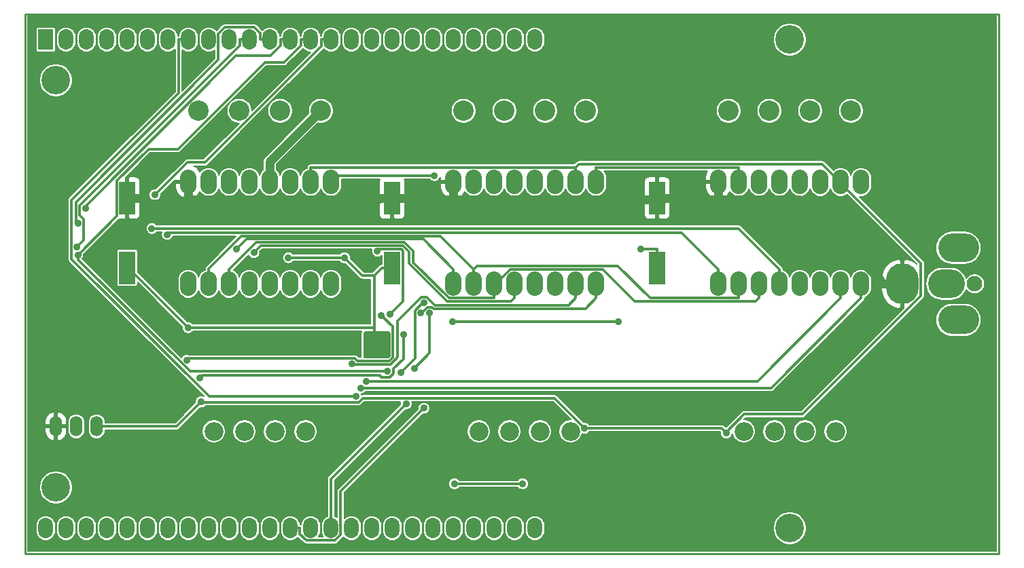
<source format=gtl>
%TF.GenerationSoftware,KiCad,Pcbnew,5.1.0-unknown-e90452d~82~ubuntu18.04.1*%
%TF.CreationDate,2019-04-11T14:53:50-04:00*%
%TF.ProjectId,stepper_controller_5x3,73746570-7065-4725-9f63-6f6e74726f6c,1.3*%
%TF.SameCoordinates,Original*%
%TF.FileFunction,Copper,L1,Top*%
%TF.FilePolarity,Positive*%
%FSLAX46Y46*%
G04 Gerber Fmt 4.6, Leading zero omitted, Abs format (unit mm)*
G04 Created by KiCad (PCBNEW 5.1.0-unknown-e90452d~82~ubuntu18.04.1) date 2019-04-11 14:53:50*
%MOMM*%
%LPD*%
G04 APERTURE LIST*
%TA.AperFunction,NonConductor*%
%ADD10C,0.228600*%
%TD*%
%TA.AperFunction,ComponentPad*%
%ADD11O,2.032000X3.048000*%
%TD*%
%TA.AperFunction,Conductor*%
%ADD12C,0.100000*%
%TD*%
%TA.AperFunction,ComponentPad*%
%ADD13C,3.400001*%
%TD*%
%TA.AperFunction,ComponentPad*%
%ADD14O,1.854200X2.540000*%
%TD*%
%TA.AperFunction,ComponentPad*%
%ADD15C,3.556000*%
%TD*%
%TA.AperFunction,ComponentPad*%
%ADD16R,1.854200X2.540000*%
%TD*%
%TA.AperFunction,ComponentPad*%
%ADD17O,5.080000X3.556000*%
%TD*%
%TA.AperFunction,ComponentPad*%
%ADD18O,4.064000X5.080000*%
%TD*%
%TA.AperFunction,ComponentPad*%
%ADD19O,4.572000X3.556000*%
%TD*%
%TA.AperFunction,ComponentPad*%
%ADD20C,1.930400*%
%TD*%
%TA.AperFunction,ComponentPad*%
%ADD21O,1.524000X2.540000*%
%TD*%
%TA.AperFunction,SMDPad,CuDef*%
%ADD22R,2.000000X4.100000*%
%TD*%
%TA.AperFunction,ComponentPad*%
%ADD23C,2.540000*%
%TD*%
%TA.AperFunction,ComponentPad*%
%ADD24C,2.340000*%
%TD*%
%TA.AperFunction,ViaPad*%
%ADD25C,0.889000*%
%TD*%
%TA.AperFunction,Conductor*%
%ADD26C,0.304800*%
%TD*%
%TA.AperFunction,Conductor*%
%ADD27C,1.066800*%
%TD*%
%TA.AperFunction,Conductor*%
%ADD28C,0.203200*%
%TD*%
G04 APERTURE END LIST*
D10*
X191135000Y-71755000D02*
X69850000Y-71755000D01*
X191135000Y-139065000D02*
X191135000Y-71755000D01*
X69850000Y-139065000D02*
X191135000Y-139065000D01*
X69850000Y-71755000D02*
X69850000Y-139065000D01*
D11*
%TO.P,SS1,1*%
%TO.N,/tmc429_driver_0/DIR_0*%
X173990000Y-105410000D03*
%TO.P,SS1,2*%
%TO.N,/tmc429_driver_0/STEP_0*%
X171450000Y-105410000D03*
%TO.P,SS1,3*%
%TO.N,N/C*%
X168910000Y-105410000D03*
%TO.P,SS1,4*%
%TO.N,/tmc429_driver_0/stepper_0/MISO_UB*%
X166370000Y-105410000D03*
%TO.P,SS1,5*%
%TO.N,/tmc429_driver_0/~CS_DRIVER_0_B*%
X163830000Y-105410000D03*
%TO.P,SS1,6*%
%TO.N,/tmc429_driver_0/SCK_B*%
X161290000Y-105410000D03*
%TO.P,SS1,7*%
%TO.N,/tmc429_driver_0/MOSI_B*%
X158750000Y-105410000D03*
%TO.P,SS1,8*%
%TO.N,/tmc429_driver_0/~ENABLE_0_B*%
X156210000Y-105410000D03*
%TO.P,SS1,9*%
%TO.N,VAA*%
X156210000Y-92710000D03*
%TO.P,SS1,10*%
%TO.N,GND*%
X158750000Y-92710000D03*
%TO.P,SS1,11*%
%TO.N,/tmc429_driver_0/stepper_0/B_-*%
X161290000Y-92710000D03*
%TO.P,SS1,12*%
%TO.N,/tmc429_driver_0/stepper_0/B_+*%
X163830000Y-92710000D03*
%TO.P,SS1,13*%
%TO.N,/tmc429_driver_0/stepper_0/A_+*%
X166370000Y-92710000D03*
%TO.P,SS1,14*%
%TO.N,/tmc429_driver_0/stepper_0/A_-*%
X168910000Y-92710000D03*
%TO.P,SS1,15*%
%TO.N,+5V*%
X171450000Y-92710000D03*
%TO.P,SS1,16*%
%TO.N,GND*%
X173990000Y-92710000D03*
%TD*%
%TO.P,SS2,1*%
%TO.N,/tmc429_driver_0/DIR_1*%
X140970000Y-105410000D03*
%TO.P,SS2,2*%
%TO.N,/tmc429_driver_0/STEP_1*%
X138430000Y-105410000D03*
%TO.P,SS2,3*%
%TO.N,N/C*%
X135890000Y-105410000D03*
%TO.P,SS2,4*%
%TO.N,/tmc429_driver_0/stepper_1/MISO_UB*%
X133350000Y-105410000D03*
%TO.P,SS2,5*%
%TO.N,/tmc429_driver_0/~CS_DRIVER_1_B*%
X130810000Y-105410000D03*
%TO.P,SS2,6*%
%TO.N,/tmc429_driver_0/SCK_B*%
X128270000Y-105410000D03*
%TO.P,SS2,7*%
%TO.N,/tmc429_driver_0/MOSI_B*%
X125730000Y-105410000D03*
%TO.P,SS2,8*%
%TO.N,/tmc429_driver_0/~ENABLE_1_B*%
X123190000Y-105410000D03*
%TO.P,SS2,9*%
%TO.N,VAA*%
X123190000Y-92710000D03*
%TO.P,SS2,10*%
%TO.N,GND*%
X125730000Y-92710000D03*
%TO.P,SS2,11*%
%TO.N,/tmc429_driver_0/stepper_1/B_-*%
X128270000Y-92710000D03*
%TO.P,SS2,12*%
%TO.N,/tmc429_driver_0/stepper_1/B_+*%
X130810000Y-92710000D03*
%TO.P,SS2,13*%
%TO.N,/tmc429_driver_0/stepper_1/A_+*%
X133350000Y-92710000D03*
%TO.P,SS2,14*%
%TO.N,/tmc429_driver_0/stepper_1/A_-*%
X135890000Y-92710000D03*
%TO.P,SS2,15*%
%TO.N,+5V*%
X138430000Y-92710000D03*
%TO.P,SS2,16*%
%TO.N,GND*%
X140970000Y-92710000D03*
%TD*%
%TO.P,SS3,1*%
%TO.N,/tmc429_driver_0/DIR_2*%
X107950000Y-105410000D03*
%TO.P,SS3,2*%
%TO.N,/tmc429_driver_0/STEP_2*%
X105410000Y-105410000D03*
%TO.P,SS3,3*%
%TO.N,N/C*%
X102870000Y-105410000D03*
%TO.P,SS3,4*%
%TO.N,/tmc429_driver_0/stepper_2/MISO_UB*%
X100330000Y-105410000D03*
%TO.P,SS3,5*%
%TO.N,/tmc429_driver_0/~CS_DRIVER_2_B*%
X97790000Y-105410000D03*
%TO.P,SS3,6*%
%TO.N,/tmc429_driver_0/SCK_B*%
X95250000Y-105410000D03*
%TO.P,SS3,7*%
%TO.N,/tmc429_driver_0/MOSI_B*%
X92710000Y-105410000D03*
%TO.P,SS3,8*%
%TO.N,/tmc429_driver_0/~ENABLE_2_B*%
X90170000Y-105410000D03*
%TO.P,SS3,9*%
%TO.N,VAA*%
X90170000Y-92710000D03*
%TO.P,SS3,10*%
%TO.N,GND*%
X92710000Y-92710000D03*
%TO.P,SS3,11*%
%TO.N,/tmc429_driver_0/stepper_2/B_-*%
X95250000Y-92710000D03*
%TO.P,SS3,12*%
%TO.N,/tmc429_driver_0/stepper_2/B_+*%
X97790000Y-92710000D03*
%TO.P,SS3,13*%
%TO.N,/tmc429_driver_0/stepper_2/A_+*%
X100330000Y-92710000D03*
%TO.P,SS3,14*%
%TO.N,/tmc429_driver_0/stepper_2/A_-*%
X102870000Y-92710000D03*
%TO.P,SS3,15*%
%TO.N,+5V*%
X105410000Y-92710000D03*
%TO.P,SS3,16*%
%TO.N,GND*%
X107950000Y-92710000D03*
%TD*%
D12*
%TO.N,GND*%
%TO.C,U1*%
G36*
X115058326Y-111331637D02*
G01*
X115091331Y-111336533D01*
X115123697Y-111344640D01*
X115155112Y-111355881D01*
X115185275Y-111370147D01*
X115213894Y-111387300D01*
X115240694Y-111407176D01*
X115265416Y-111429584D01*
X115287824Y-111454306D01*
X115307700Y-111481106D01*
X115324853Y-111509725D01*
X115339119Y-111539888D01*
X115350360Y-111571303D01*
X115358467Y-111603669D01*
X115363363Y-111636674D01*
X115365000Y-111670000D01*
X115365000Y-114390000D01*
X115363363Y-114423326D01*
X115358467Y-114456331D01*
X115350360Y-114488697D01*
X115339119Y-114520112D01*
X115324853Y-114550275D01*
X115307700Y-114578894D01*
X115287824Y-114605694D01*
X115265416Y-114630416D01*
X115240694Y-114652824D01*
X115213894Y-114672700D01*
X115185275Y-114689853D01*
X115155112Y-114704119D01*
X115123697Y-114715360D01*
X115091331Y-114723467D01*
X115058326Y-114728363D01*
X115025000Y-114730000D01*
X112305000Y-114730000D01*
X112271674Y-114728363D01*
X112238669Y-114723467D01*
X112206303Y-114715360D01*
X112174888Y-114704119D01*
X112144725Y-114689853D01*
X112116106Y-114672700D01*
X112089306Y-114652824D01*
X112064584Y-114630416D01*
X112042176Y-114605694D01*
X112022300Y-114578894D01*
X112005147Y-114550275D01*
X111990881Y-114520112D01*
X111979640Y-114488697D01*
X111971533Y-114456331D01*
X111966637Y-114423326D01*
X111965000Y-114390000D01*
X111965000Y-111670000D01*
X111966637Y-111636674D01*
X111971533Y-111603669D01*
X111979640Y-111571303D01*
X111990881Y-111539888D01*
X112005147Y-111509725D01*
X112022300Y-111481106D01*
X112042176Y-111454306D01*
X112064584Y-111429584D01*
X112089306Y-111407176D01*
X112116106Y-111387300D01*
X112144725Y-111370147D01*
X112174888Y-111355881D01*
X112206303Y-111344640D01*
X112238669Y-111336533D01*
X112271674Y-111331637D01*
X112305000Y-111330000D01*
X115025000Y-111330000D01*
X115058326Y-111331637D01*
X115058326Y-111331637D01*
G37*
D13*
%TD*%
%TO.P,U1,PAD*%
%TO.N,GND*%
X113665000Y-113030000D03*
D14*
%TO.P,MDB1,46*%
%TO.N,N/C*%
X133350000Y-74930000D03*
%TO.P,MDB1,45*%
X130810000Y-74930000D03*
%TO.P,MDB1,30*%
X128270000Y-74930000D03*
%TO.P,MDB1,29*%
X125730000Y-74930000D03*
%TO.P,MDB1,44*%
X123190000Y-74930000D03*
%TO.P,MDB1,43*%
X120650000Y-74930000D03*
%TO.P,MDB1,47*%
X118110000Y-74930000D03*
%TO.P,MDB1,48*%
X115570000Y-74930000D03*
%TO.P,MDB1,49*%
X113030000Y-74930000D03*
%TO.P,MDB1,33*%
X133350000Y-135890000D03*
%TO.P,MDB1,34*%
X130810000Y-135890000D03*
%TO.P,MDB1,35*%
X128270000Y-135890000D03*
%TO.P,MDB1,36*%
X125730000Y-135890000D03*
%TO.P,MDB1,37*%
X123190000Y-135890000D03*
%TO.P,MDB1,38*%
X120650000Y-135890000D03*
%TO.P,MDB1,51*%
X118110000Y-135890000D03*
%TO.P,MDB1,DAC0*%
X115570000Y-135890000D03*
%TO.P,MDB1,DAC1*%
X113030000Y-135890000D03*
D15*
%TO.P,MDB1,*%
%TO.N,*%
X165100000Y-74930000D03*
X165100000Y-135890000D03*
X73660000Y-130810000D03*
X73660000Y-80010000D03*
D14*
%TO.P,MDB1,AREF*%
%TO.N,N/C*%
X72390000Y-135890000D03*
%TO.P,MDB1,VEE*%
X74930000Y-135890000D03*
%TO.P,MDB1,AGND*%
X77470000Y-135890000D03*
%TO.P,MDB1,3V3*%
%TO.N,+3V3*%
X80010000Y-135890000D03*
%TO.P,MDB1,23*%
%TO.N,N/C*%
X82550000Y-135890000D03*
%TO.P,MDB1,22*%
X85090000Y-135890000D03*
%TO.P,MDB1,21*%
X87630000Y-135890000D03*
%TO.P,MDB1,20*%
X90170000Y-135890000D03*
%TO.P,MDB1,19*%
X92710000Y-135890000D03*
%TO.P,MDB1,18*%
%TO.N,/CS_DRIVER_2*%
X95250000Y-135890000D03*
%TO.P,MDB1,17*%
%TO.N,/CS_DRIVER_1*%
X97790000Y-135890000D03*
%TO.P,MDB1,16*%
%TO.N,/CS_DRIVER_0*%
X100330000Y-135890000D03*
%TO.P,MDB1,15*%
%TO.N,/CS_429*%
X102870000Y-135890000D03*
%TO.P,MDB1,14*%
%TO.N,N/C*%
X105410000Y-135890000D03*
%TO.P,MDB1,13*%
%TO.N,/SCK*%
X107950000Y-135890000D03*
%TO.P,MDB1,53*%
%TO.N,N/C*%
X110490000Y-135890000D03*
%TO.P,MDB1,50*%
X110490000Y-74930000D03*
%TO.P,MDB1,12*%
%TO.N,/MISO*%
X107950000Y-74930000D03*
%TO.P,MDB1,11*%
%TO.N,/MOSI*%
X105410000Y-74930000D03*
%TO.P,MDB1,42*%
%TO.N,/ENABLE_2*%
X102870000Y-74930000D03*
%TO.P,MDB1,41*%
%TO.N,/ENABLE_1*%
X100330000Y-74930000D03*
%TO.P,MDB1,40*%
%TO.N,/ENABLE_0*%
X97790000Y-74930000D03*
%TO.P,MDB1,52*%
%TO.N,N/C*%
X95250000Y-74930000D03*
%TO.P,MDB1,6*%
%TO.N,/POSCOMP*%
X92710000Y-74930000D03*
%TO.P,MDB1,5*%
%TO.N,/INT*%
X90170000Y-74930000D03*
%TO.P,MDB1,54*%
%TO.N,N/C*%
X87630000Y-74930000D03*
%TO.P,MDB1,55*%
X85090000Y-74930000D03*
%TO.P,MDB1,2*%
X82550000Y-74930000D03*
%TO.P,MDB1,A11*%
X80010000Y-74930000D03*
D16*
%TO.P,MDB1,VDD*%
%TO.N,VDD*%
X72390000Y-74930000D03*
D14*
%TO.P,MDB1,A10*%
%TO.N,N/C*%
X77470000Y-74930000D03*
%TO.P,MDB1,GND*%
%TO.N,GND*%
X74930000Y-74930000D03*
%TD*%
D17*
%TO.P,P1,*%
%TO.N,*%
X186131200Y-109905800D03*
X186131200Y-100914200D03*
D18*
%TO.P,P1,1*%
%TO.N,VAA*%
X179146200Y-105410000D03*
D19*
%TO.P,P1,2*%
%TO.N,GND*%
X184632600Y-105410000D03*
D20*
%TO.P,P1,*%
%TO.N,*%
X188137800Y-105410000D03*
%TD*%
D21*
%TO.P,REG1,1*%
%TO.N,VAA*%
X73660000Y-123190000D03*
%TO.P,REG1,3*%
%TO.N,+5V*%
X78740000Y-123190000D03*
%TO.P,REG1,2*%
%TO.N,GND*%
X76200000Y-123190000D03*
%TD*%
D22*
%TO.P,C6,2*%
%TO.N,GND*%
X148590000Y-103410000D03*
%TO.P,C6,1*%
%TO.N,VAA*%
X148590000Y-94710000D03*
%TD*%
%TO.P,C12,2*%
%TO.N,GND*%
X115570000Y-103410000D03*
%TO.P,C12,1*%
%TO.N,VAA*%
X115570000Y-94710000D03*
%TD*%
%TO.P,C18,2*%
%TO.N,GND*%
X82550000Y-103410000D03*
%TO.P,C18,1*%
%TO.N,VAA*%
X82550000Y-94710000D03*
%TD*%
D23*
%TO.P,T1,4*%
%TO.N,/tmc429_driver_0/stepper_0/A_+*%
X172720000Y-83820000D03*
%TO.P,T1,1*%
%TO.N,/tmc429_driver_0/stepper_0/B_-*%
X157480000Y-83820000D03*
%TO.P,T1,2*%
%TO.N,/tmc429_driver_0/stepper_0/B_+*%
X162560000Y-83820000D03*
%TO.P,T1,3*%
%TO.N,/tmc429_driver_0/stepper_0/A_-*%
X167640000Y-83820000D03*
%TD*%
D24*
%TO.P,T2,4*%
%TO.N,/tmc429_driver_0/stepper_0/REFR_GND*%
X170815000Y-123825000D03*
%TO.P,T2,1*%
%TO.N,/tmc429_driver_0/stepper_0/REF_B*%
X159385000Y-123825000D03*
%TO.P,T2,2*%
%TO.N,/tmc429_driver_0/stepper_0/REF_GND*%
X163195000Y-123825000D03*
%TO.P,T2,3*%
%TO.N,/tmc429_driver_0/stepper_0/REFR_B*%
X167005000Y-123825000D03*
%TD*%
D23*
%TO.P,T3,4*%
%TO.N,/tmc429_driver_0/stepper_1/A_+*%
X139700000Y-83820000D03*
%TO.P,T3,1*%
%TO.N,/tmc429_driver_0/stepper_1/B_-*%
X124460000Y-83820000D03*
%TO.P,T3,2*%
%TO.N,/tmc429_driver_0/stepper_1/B_+*%
X129540000Y-83820000D03*
%TO.P,T3,3*%
%TO.N,/tmc429_driver_0/stepper_1/A_-*%
X134620000Y-83820000D03*
%TD*%
D24*
%TO.P,T4,4*%
%TO.N,/tmc429_driver_0/stepper_1/REFR_GND*%
X137795000Y-123825000D03*
%TO.P,T4,1*%
%TO.N,/tmc429_driver_0/stepper_1/REF_B*%
X126365000Y-123825000D03*
%TO.P,T4,2*%
%TO.N,/tmc429_driver_0/stepper_1/REF_GND*%
X130175000Y-123825000D03*
%TO.P,T4,3*%
%TO.N,/tmc429_driver_0/stepper_1/REFR_B*%
X133985000Y-123825000D03*
%TD*%
D23*
%TO.P,T5,4*%
%TO.N,/tmc429_driver_0/stepper_2/A_+*%
X106680000Y-83820000D03*
%TO.P,T5,1*%
%TO.N,/tmc429_driver_0/stepper_2/B_-*%
X91440000Y-83820000D03*
%TO.P,T5,2*%
%TO.N,/tmc429_driver_0/stepper_2/B_+*%
X96520000Y-83820000D03*
%TO.P,T5,3*%
%TO.N,/tmc429_driver_0/stepper_2/A_-*%
X101600000Y-83820000D03*
%TD*%
D24*
%TO.P,T6,4*%
%TO.N,/tmc429_driver_0/stepper_2/REFR_GND*%
X104775000Y-123825000D03*
%TO.P,T6,1*%
%TO.N,/tmc429_driver_0/stepper_2/REF_B*%
X93345000Y-123825000D03*
%TO.P,T6,2*%
%TO.N,/tmc429_driver_0/stepper_2/REF_GND*%
X97155000Y-123825000D03*
%TO.P,T6,3*%
%TO.N,/tmc429_driver_0/stepper_2/REFR_B*%
X100965000Y-123825000D03*
%TD*%
D25*
%TO.N,GND*%
X146577600Y-101080600D03*
X120837500Y-91905300D03*
X102635800Y-102155600D03*
X109629100Y-102155600D03*
X90132700Y-110880900D03*
%TO.N,/CS_429*%
X118320000Y-115991500D03*
X120241600Y-109027100D03*
X119526600Y-120924600D03*
%TO.N,/SCK*%
X117307100Y-120377700D03*
%TO.N,/MISO*%
X85983400Y-94322700D03*
%TO.N,/MOSI*%
X114948800Y-116331000D03*
X76402100Y-101804600D03*
%TO.N,/ENABLE_2*%
X77328700Y-95999700D03*
%TO.N,/ENABLE_1*%
X76415100Y-97873000D03*
%TO.N,/ENABLE_0*%
X76287200Y-100798700D03*
%TO.N,/POSCOMP*%
X115293000Y-109197000D03*
X113729000Y-101349700D03*
%TO.N,/INT*%
X111035400Y-119471300D03*
%TO.N,/tmc429_driver_0/STEP_0*%
X112323900Y-117579300D03*
%TO.N,/tmc429_driver_0/DIR_0*%
X111672500Y-118398400D03*
%TO.N,/tmc429_driver_0/DIR_1*%
X119095500Y-109027100D03*
%TO.N,/tmc429_driver_0/STEP_1*%
X110536200Y-115401500D03*
%TO.N,/tmc429_driver_0/REF_2*%
X91548700Y-117190300D03*
X116967000Y-111780000D03*
%TO.N,/tmc429_driver_0/REF_0*%
X123114500Y-110137700D03*
X143756200Y-110137700D03*
%TO.N,/tmc429_driver_0/REFR_2*%
X114228200Y-109346900D03*
X89990500Y-114956600D03*
%TO.N,+5V*%
X157182500Y-124029600D03*
X91774500Y-120125900D03*
X139527500Y-123434500D03*
%TO.N,/tmc429_driver_0/~CS_DRIVER_0_B*%
X85614400Y-98509000D03*
%TO.N,/tmc429_driver_0/~ENABLE_0_B*%
X87535000Y-99260400D03*
%TO.N,/tmc429_driver_0/~CS_DRIVER_1_B*%
X98335100Y-101535200D03*
%TO.N,/tmc429_driver_0/~ENABLE_1_B*%
X96184200Y-101110100D03*
%TO.N,/tmc429_driver_0/MISO_UB*%
X116635900Y-116495300D03*
X119517300Y-107774700D03*
%TO.N,/tmc429_driver_0/stepper_1/REFR_BI*%
X123313500Y-130368000D03*
X131815900Y-130368000D03*
%TD*%
D26*
%TO.N,GND*%
X146577600Y-101080600D02*
X148590000Y-101080600D01*
X148590000Y-103410000D02*
X148590000Y-101080600D01*
X120837500Y-91905300D02*
X108754700Y-91905300D01*
X108754700Y-91905300D02*
X107950000Y-92710000D01*
X140970000Y-92710000D02*
X140970000Y-90906600D01*
X158750000Y-92710000D02*
X158750000Y-90906600D01*
X158750000Y-90906600D02*
X140970000Y-90906600D01*
X109629100Y-102155600D02*
X111863800Y-104390300D01*
X111863800Y-104390300D02*
X113310300Y-104390300D01*
X113310300Y-110880900D02*
X113310300Y-112675300D01*
X113310300Y-112675300D02*
X113665000Y-113030000D01*
X113310300Y-104390300D02*
X113310300Y-110880900D01*
X113310300Y-110880900D02*
X90132700Y-110880900D01*
X114290600Y-103410000D02*
X113310300Y-104390300D01*
X109629100Y-102155600D02*
X102635800Y-102155600D01*
X90132700Y-110880900D02*
X83189700Y-103937900D01*
X83189700Y-103937900D02*
X83189700Y-103410000D01*
X82550000Y-103410000D02*
X83189700Y-103410000D01*
X115570000Y-103410000D02*
X114290600Y-103410000D01*
D27*
%TO.N,VAA*%
X84210400Y-94710000D02*
X84902900Y-95402500D01*
X84902900Y-95402500D02*
X89357100Y-95402500D01*
X89357100Y-95402500D02*
X90170000Y-94589600D01*
X82550000Y-94710000D02*
X84210400Y-94710000D01*
X149420200Y-94710000D02*
X149235800Y-94894400D01*
X149235800Y-94894400D02*
X123190000Y-94894400D01*
X149420200Y-94710000D02*
X150250400Y-94710000D01*
X148590000Y-94710000D02*
X149420200Y-94710000D01*
X115570000Y-94710000D02*
X113909600Y-94710000D01*
X90170000Y-94589600D02*
X90449800Y-94869400D01*
X90449800Y-94869400D02*
X113750200Y-94869400D01*
X113750200Y-94869400D02*
X113909600Y-94710000D01*
X90170000Y-92710000D02*
X90170000Y-94589600D01*
X179146200Y-105410000D02*
X176453800Y-105410000D01*
X176453800Y-105410000D02*
X176453800Y-104989300D01*
X176453800Y-104989300D02*
X166358900Y-94894400D01*
X166358900Y-94894400D02*
X156210000Y-94894400D01*
X156210000Y-92710000D02*
X156210000Y-94894400D01*
X150250400Y-94710000D02*
X150434800Y-94894400D01*
X150434800Y-94894400D02*
X156210000Y-94894400D01*
X115570000Y-94710000D02*
X117230400Y-94710000D01*
X123190000Y-92710000D02*
X123190000Y-94894400D01*
X117230400Y-94710000D02*
X117414800Y-94894400D01*
X117414800Y-94894400D02*
X123190000Y-94894400D01*
D26*
%TO.N,/CS_429*%
X118320000Y-115991500D02*
X120241600Y-114069900D01*
X120241600Y-114069900D02*
X120241600Y-109027100D01*
X119526600Y-120924600D02*
X109134600Y-131316600D01*
X109134600Y-131316600D02*
X109134600Y-136751600D01*
X109134600Y-136751600D02*
X108466200Y-137420000D01*
X108466200Y-137420000D02*
X104869000Y-137420000D01*
X104869000Y-137420000D02*
X104076500Y-136627500D01*
X104076500Y-136627500D02*
X104076500Y-135890000D01*
X102870000Y-135890000D02*
X104076500Y-135890000D01*
%TO.N,/SCK*%
X107950000Y-135890000D02*
X107950000Y-129734800D01*
X107950000Y-129734800D02*
X117307100Y-120377700D01*
%TO.N,/MISO*%
X107950000Y-74930000D02*
X106743500Y-74930000D01*
X106743500Y-74930000D02*
X106743500Y-75759500D01*
X106743500Y-75759500D02*
X92240500Y-90262500D01*
X92240500Y-90262500D02*
X90043600Y-90262500D01*
X90043600Y-90262500D02*
X85983400Y-94322700D01*
%TO.N,/MOSI*%
X76449700Y-101804600D02*
X76449700Y-102404000D01*
X76449700Y-102404000D02*
X90376700Y-116331000D01*
X90376700Y-116331000D02*
X114948800Y-116331000D01*
X104203500Y-74930000D02*
X104203500Y-75667400D01*
X104203500Y-75667400D02*
X102097200Y-77773700D01*
X102097200Y-77773700D02*
X99691700Y-77773700D01*
X99691700Y-77773700D02*
X88865400Y-88600000D01*
X88865400Y-88600000D02*
X85250300Y-88600000D01*
X85250300Y-88600000D02*
X81295700Y-92554600D01*
X81295700Y-92554600D02*
X81295700Y-96958600D01*
X81295700Y-96958600D02*
X76449700Y-101804600D01*
X76402100Y-101804600D02*
X76449700Y-101804600D01*
X105410000Y-74930000D02*
X104203500Y-74930000D01*
%TO.N,/ENABLE_2*%
X77328700Y-95999700D02*
X77328700Y-95727000D01*
X77328700Y-95727000D02*
X96079000Y-76976700D01*
X96079000Y-76976700D02*
X100354200Y-76976700D01*
X100354200Y-76976700D02*
X101663500Y-75667400D01*
X101663500Y-75667400D02*
X101663500Y-74930000D01*
X102870000Y-74930000D02*
X101663500Y-74930000D01*
%TO.N,/ENABLE_1*%
X76415100Y-97873000D02*
X76169500Y-97627400D01*
X76169500Y-97627400D02*
X76169500Y-95210200D01*
X76169500Y-95210200D02*
X93891500Y-77488200D01*
X93891500Y-77488200D02*
X93891500Y-74227300D01*
X93891500Y-74227300D02*
X94727100Y-73391700D01*
X94727100Y-73391700D02*
X98322600Y-73391700D01*
X98322600Y-73391700D02*
X99123500Y-74192600D01*
X99123500Y-74192600D02*
X99123500Y-74930000D01*
X100330000Y-74930000D02*
X99123500Y-74930000D01*
%TO.N,/ENABLE_0*%
X97790000Y-74930000D02*
X96583500Y-74930000D01*
X76287200Y-100798700D02*
X77119500Y-99966400D01*
X77119500Y-99966400D02*
X77119500Y-97387400D01*
X77119500Y-97387400D02*
X76576300Y-96844200D01*
X76576300Y-96844200D02*
X76576300Y-95693000D01*
X76576300Y-95693000D02*
X96583500Y-75685800D01*
X96583500Y-75685800D02*
X96583500Y-74930000D01*
%TO.N,/POSCOMP*%
X115293000Y-109197000D02*
X116881800Y-107608200D01*
X116881800Y-107608200D02*
X116881800Y-101289800D01*
X116881800Y-101289800D02*
X116697600Y-101105600D01*
X116697600Y-101105600D02*
X113973100Y-101105600D01*
X113973100Y-101105600D02*
X113729000Y-101349700D01*
%TO.N,/INT*%
X88963500Y-74930000D02*
X88963500Y-81641200D01*
X88963500Y-81641200D02*
X75588400Y-95016300D01*
X75588400Y-95016300D02*
X75588400Y-102302900D01*
X75588400Y-102302900D02*
X92756800Y-119471300D01*
X92756800Y-119471300D02*
X111035400Y-119471300D01*
X90170000Y-74930000D02*
X88963500Y-74930000D01*
%TO.N,/tmc429_driver_0/STEP_0*%
X112323900Y-117579300D02*
X161084100Y-117579300D01*
X161084100Y-117579300D02*
X171450000Y-107213400D01*
X171450000Y-105410000D02*
X171450000Y-107213400D01*
%TO.N,/tmc429_driver_0/DIR_0*%
X173990000Y-105410000D02*
X173990000Y-107213400D01*
X111672500Y-118398400D02*
X162805000Y-118398400D01*
X162805000Y-118398400D02*
X173990000Y-107213400D01*
%TO.N,/tmc429_driver_0/DIR_1*%
X140970000Y-107213400D02*
X139667200Y-108516200D01*
X139667200Y-108516200D02*
X120719000Y-108516200D01*
X120719000Y-108516200D02*
X120531100Y-108328300D01*
X120531100Y-108328300D02*
X119952200Y-108328300D01*
X119952200Y-108328300D02*
X119253400Y-109027100D01*
X119253400Y-109027100D02*
X119095500Y-109027100D01*
X140970000Y-105410000D02*
X140970000Y-107213400D01*
%TO.N,/tmc429_driver_0/STEP_1*%
X110536200Y-115401500D02*
X110587000Y-115452300D01*
X110587000Y-115452300D02*
X115390400Y-115452300D01*
X115390400Y-115452300D02*
X116268200Y-114574500D01*
X116268200Y-114574500D02*
X116268200Y-110035600D01*
X116268200Y-110035600D02*
X119227900Y-107075900D01*
X119227900Y-107075900D02*
X119853800Y-107075900D01*
X119853800Y-107075900D02*
X120851000Y-108073100D01*
X120851000Y-108073100D02*
X137570300Y-108073100D01*
X137570300Y-108073100D02*
X138430000Y-107213400D01*
X138430000Y-105410000D02*
X138430000Y-107213400D01*
D27*
%TO.N,/tmc429_driver_0/stepper_2/A_+*%
X106680000Y-83820000D02*
X100330000Y-90170000D01*
X100330000Y-90170000D02*
X100330000Y-92710000D01*
D26*
%TO.N,/tmc429_driver_0/REF_2*%
X91548700Y-117190300D02*
X91885800Y-116853200D01*
X91885800Y-116853200D02*
X114006500Y-116853200D01*
X114006500Y-116853200D02*
X114198700Y-117045400D01*
X114198700Y-117045400D02*
X115253700Y-117045400D01*
X115253700Y-117045400D02*
X115719900Y-116579200D01*
X115719900Y-116579200D02*
X115719900Y-116016500D01*
X115719900Y-116016500D02*
X116967000Y-114769400D01*
X116967000Y-114769400D02*
X116967000Y-111780000D01*
%TO.N,/tmc429_driver_0/REF_0*%
X143756200Y-110137700D02*
X123114500Y-110137700D01*
%TO.N,/tmc429_driver_0/REFR_2*%
X89990500Y-114956600D02*
X90244500Y-114702600D01*
X90244500Y-114702600D02*
X110885400Y-114702600D01*
X110885400Y-114702600D02*
X111204000Y-115021200D01*
X111204000Y-115021200D02*
X115240300Y-115021200D01*
X115240300Y-115021200D02*
X115620700Y-114640800D01*
X115620700Y-114640800D02*
X115620700Y-110739400D01*
X115620700Y-110739400D02*
X114228200Y-109346900D01*
%TO.N,+5V*%
X157182500Y-124029600D02*
X157182500Y-123917900D01*
X157182500Y-123917900D02*
X159421500Y-121678900D01*
X159421500Y-121678900D02*
X166681900Y-121678900D01*
X166681900Y-121678900D02*
X181435900Y-106924900D01*
X181435900Y-106924900D02*
X181435900Y-102813600D01*
X181435900Y-102813600D02*
X171450000Y-92827700D01*
X139527500Y-123434500D02*
X156587400Y-123434500D01*
X156587400Y-123434500D02*
X157182500Y-124029600D01*
X105410000Y-90906600D02*
X138430000Y-90906600D01*
X171450000Y-92768800D02*
X169160800Y-90479600D01*
X169160800Y-90479600D02*
X138857000Y-90479600D01*
X138857000Y-90479600D02*
X138430000Y-90906600D01*
X105410000Y-92710000D02*
X105410000Y-90906600D01*
X138430000Y-92710000D02*
X138430000Y-90906600D01*
X171450000Y-92768800D02*
X171450000Y-92827700D01*
X171450000Y-92710000D02*
X171450000Y-92768800D01*
X91774500Y-120125900D02*
X91835400Y-120186800D01*
X91835400Y-120186800D02*
X111363200Y-120186800D01*
X111363200Y-120186800D02*
X111871100Y-119678900D01*
X111871100Y-119678900D02*
X135771900Y-119678900D01*
X135771900Y-119678900D02*
X139527500Y-123434500D01*
X78740000Y-123190000D02*
X88710400Y-123190000D01*
X88710400Y-123190000D02*
X91774500Y-120125900D01*
%TO.N,/tmc429_driver_0/~CS_DRIVER_0_B*%
X163830000Y-103606600D02*
X158732400Y-98509000D01*
X158732400Y-98509000D02*
X85614400Y-98509000D01*
X163830000Y-105410000D02*
X163830000Y-103606600D01*
%TO.N,/tmc429_driver_0/SCK_B*%
X128270000Y-105645400D02*
X130308800Y-103606600D01*
X130308800Y-103606600D02*
X141796100Y-103606600D01*
X141796100Y-103606600D02*
X145809600Y-107620100D01*
X145809600Y-107620100D02*
X160883300Y-107620100D01*
X160883300Y-107620100D02*
X161290000Y-107213400D01*
X95250000Y-103606600D02*
X98615300Y-100241300D01*
X98615300Y-100241300D02*
X117055600Y-100241300D01*
X117055600Y-100241300D02*
X118184300Y-101370000D01*
X118184300Y-101370000D02*
X118184300Y-102754500D01*
X118184300Y-102754500D02*
X122643200Y-107213400D01*
X122643200Y-107213400D02*
X128270000Y-107213400D01*
X161290000Y-105410000D02*
X161290000Y-107213400D01*
X128270000Y-105410000D02*
X128270000Y-105645400D01*
X128270000Y-105671600D02*
X128270000Y-105645400D01*
X128270000Y-105671600D02*
X128270000Y-107213400D01*
X95250000Y-105410000D02*
X95250000Y-103606600D01*
%TO.N,/tmc429_driver_0/MOSI_B*%
X158750000Y-105410000D02*
X158750000Y-107213400D01*
X125730000Y-103606600D02*
X121551300Y-99427900D01*
X121551300Y-99427900D02*
X96784500Y-99427900D01*
X96784500Y-99427900D02*
X92710000Y-103502400D01*
X92710000Y-103502400D02*
X92710000Y-103606600D01*
X158750000Y-107213400D02*
X147681900Y-107213400D01*
X147681900Y-107213400D02*
X143659300Y-103190800D01*
X143659300Y-103190800D02*
X126145800Y-103190800D01*
X126145800Y-103190800D02*
X125730000Y-103606600D01*
X125730000Y-105410000D02*
X125730000Y-103606600D01*
X92710000Y-105410000D02*
X92710000Y-103606600D01*
%TO.N,/tmc429_driver_0/~ENABLE_0_B*%
X156210000Y-103606600D02*
X151624600Y-99021200D01*
X151624600Y-99021200D02*
X87774200Y-99021200D01*
X87774200Y-99021200D02*
X87535000Y-99260400D01*
X156210000Y-105410000D02*
X156210000Y-103606600D01*
%TO.N,/tmc429_driver_0/~CS_DRIVER_1_B*%
X98335100Y-101535200D02*
X99222300Y-100648000D01*
X99222300Y-100648000D02*
X116887200Y-100648000D01*
X116887200Y-100648000D02*
X117633700Y-101394500D01*
X117633700Y-101394500D02*
X117633700Y-102832000D01*
X117633700Y-102832000D02*
X122421900Y-107620200D01*
X122421900Y-107620200D02*
X130403200Y-107620200D01*
X130403200Y-107620200D02*
X130810000Y-107213400D01*
X130810000Y-105410000D02*
X130810000Y-107213400D01*
%TO.N,/tmc429_driver_0/~ENABLE_1_B*%
X123190000Y-103606600D02*
X119418000Y-99834600D01*
X119418000Y-99834600D02*
X97459700Y-99834600D01*
X97459700Y-99834600D02*
X96184200Y-101110100D01*
X123190000Y-105410000D02*
X123190000Y-103606600D01*
%TO.N,/tmc429_driver_0/MISO_UB*%
X119517300Y-107774700D02*
X119359700Y-107774700D01*
X119359700Y-107774700D02*
X118396700Y-108737700D01*
X118396700Y-108737700D02*
X118396700Y-114734500D01*
X118396700Y-114734500D02*
X116635900Y-116495300D01*
%TO.N,/tmc429_driver_0/stepper_1/REFR_BI*%
X131815900Y-130368000D02*
X123313500Y-130368000D01*
%TD*%
D28*
%TO.N,VAA*%
G36*
X190830200Y-138760200D02*
G01*
X70154800Y-138760200D01*
X70154800Y-135486588D01*
X71158100Y-135486588D01*
X71158100Y-136293413D01*
X71175925Y-136474395D01*
X71246366Y-136706609D01*
X71360758Y-136920618D01*
X71514702Y-137108199D01*
X71702283Y-137262143D01*
X71916292Y-137376534D01*
X72148506Y-137446975D01*
X72390000Y-137470760D01*
X72631495Y-137446975D01*
X72863709Y-137376534D01*
X73077718Y-137262143D01*
X73265299Y-137108199D01*
X73419243Y-136920618D01*
X73533634Y-136706609D01*
X73604075Y-136474394D01*
X73621900Y-136293412D01*
X73621900Y-135486588D01*
X73698100Y-135486588D01*
X73698100Y-136293413D01*
X73715925Y-136474395D01*
X73786366Y-136706609D01*
X73900758Y-136920618D01*
X74054702Y-137108199D01*
X74242283Y-137262143D01*
X74456292Y-137376534D01*
X74688506Y-137446975D01*
X74930000Y-137470760D01*
X75171495Y-137446975D01*
X75403709Y-137376534D01*
X75617718Y-137262143D01*
X75805299Y-137108199D01*
X75959243Y-136920618D01*
X76073634Y-136706609D01*
X76144075Y-136474394D01*
X76161900Y-136293412D01*
X76161900Y-135486588D01*
X76238100Y-135486588D01*
X76238100Y-136293413D01*
X76255925Y-136474395D01*
X76326366Y-136706609D01*
X76440758Y-136920618D01*
X76594702Y-137108199D01*
X76782283Y-137262143D01*
X76996292Y-137376534D01*
X77228506Y-137446975D01*
X77470000Y-137470760D01*
X77711495Y-137446975D01*
X77943709Y-137376534D01*
X78157718Y-137262143D01*
X78345299Y-137108199D01*
X78499243Y-136920618D01*
X78613634Y-136706609D01*
X78684075Y-136474394D01*
X78701900Y-136293412D01*
X78701900Y-135486588D01*
X78778100Y-135486588D01*
X78778100Y-136293413D01*
X78795925Y-136474395D01*
X78866366Y-136706609D01*
X78980758Y-136920618D01*
X79134702Y-137108199D01*
X79322283Y-137262143D01*
X79536292Y-137376534D01*
X79768506Y-137446975D01*
X80010000Y-137470760D01*
X80251495Y-137446975D01*
X80483709Y-137376534D01*
X80697718Y-137262143D01*
X80885299Y-137108199D01*
X81039243Y-136920618D01*
X81153634Y-136706609D01*
X81224075Y-136474394D01*
X81241900Y-136293412D01*
X81241900Y-135486588D01*
X81318100Y-135486588D01*
X81318100Y-136293413D01*
X81335925Y-136474395D01*
X81406366Y-136706609D01*
X81520758Y-136920618D01*
X81674702Y-137108199D01*
X81862283Y-137262143D01*
X82076292Y-137376534D01*
X82308506Y-137446975D01*
X82550000Y-137470760D01*
X82791495Y-137446975D01*
X83023709Y-137376534D01*
X83237718Y-137262143D01*
X83425299Y-137108199D01*
X83579243Y-136920618D01*
X83693634Y-136706609D01*
X83764075Y-136474394D01*
X83781900Y-136293412D01*
X83781900Y-135486588D01*
X83858100Y-135486588D01*
X83858100Y-136293413D01*
X83875925Y-136474395D01*
X83946366Y-136706609D01*
X84060758Y-136920618D01*
X84214702Y-137108199D01*
X84402283Y-137262143D01*
X84616292Y-137376534D01*
X84848506Y-137446975D01*
X85090000Y-137470760D01*
X85331495Y-137446975D01*
X85563709Y-137376534D01*
X85777718Y-137262143D01*
X85965299Y-137108199D01*
X86119243Y-136920618D01*
X86233634Y-136706609D01*
X86304075Y-136474394D01*
X86321900Y-136293412D01*
X86321900Y-135486588D01*
X86398100Y-135486588D01*
X86398100Y-136293413D01*
X86415925Y-136474395D01*
X86486366Y-136706609D01*
X86600758Y-136920618D01*
X86754702Y-137108199D01*
X86942283Y-137262143D01*
X87156292Y-137376534D01*
X87388506Y-137446975D01*
X87630000Y-137470760D01*
X87871495Y-137446975D01*
X88103709Y-137376534D01*
X88317718Y-137262143D01*
X88505299Y-137108199D01*
X88659243Y-136920618D01*
X88773634Y-136706609D01*
X88844075Y-136474394D01*
X88861900Y-136293412D01*
X88861900Y-135486588D01*
X88938100Y-135486588D01*
X88938100Y-136293413D01*
X88955925Y-136474395D01*
X89026366Y-136706609D01*
X89140758Y-136920618D01*
X89294702Y-137108199D01*
X89482283Y-137262143D01*
X89696292Y-137376534D01*
X89928506Y-137446975D01*
X90170000Y-137470760D01*
X90411495Y-137446975D01*
X90643709Y-137376534D01*
X90857718Y-137262143D01*
X91045299Y-137108199D01*
X91199243Y-136920618D01*
X91313634Y-136706609D01*
X91384075Y-136474394D01*
X91401900Y-136293412D01*
X91401900Y-135486588D01*
X91478100Y-135486588D01*
X91478100Y-136293413D01*
X91495925Y-136474395D01*
X91566366Y-136706609D01*
X91680758Y-136920618D01*
X91834702Y-137108199D01*
X92022283Y-137262143D01*
X92236292Y-137376534D01*
X92468506Y-137446975D01*
X92710000Y-137470760D01*
X92951495Y-137446975D01*
X93183709Y-137376534D01*
X93397718Y-137262143D01*
X93585299Y-137108199D01*
X93739243Y-136920618D01*
X93853634Y-136706609D01*
X93924075Y-136474394D01*
X93941900Y-136293412D01*
X93941900Y-135486588D01*
X94018100Y-135486588D01*
X94018100Y-136293413D01*
X94035925Y-136474395D01*
X94106366Y-136706609D01*
X94220758Y-136920618D01*
X94374702Y-137108199D01*
X94562283Y-137262143D01*
X94776292Y-137376534D01*
X95008506Y-137446975D01*
X95250000Y-137470760D01*
X95491495Y-137446975D01*
X95723709Y-137376534D01*
X95937718Y-137262143D01*
X96125299Y-137108199D01*
X96279243Y-136920618D01*
X96393634Y-136706609D01*
X96464075Y-136474394D01*
X96481900Y-136293412D01*
X96481900Y-135486588D01*
X96558100Y-135486588D01*
X96558100Y-136293413D01*
X96575925Y-136474395D01*
X96646366Y-136706609D01*
X96760758Y-136920618D01*
X96914702Y-137108199D01*
X97102283Y-137262143D01*
X97316292Y-137376534D01*
X97548506Y-137446975D01*
X97790000Y-137470760D01*
X98031495Y-137446975D01*
X98263709Y-137376534D01*
X98477718Y-137262143D01*
X98665299Y-137108199D01*
X98819243Y-136920618D01*
X98933634Y-136706609D01*
X99004075Y-136474394D01*
X99021900Y-136293412D01*
X99021900Y-135486588D01*
X99098100Y-135486588D01*
X99098100Y-136293413D01*
X99115925Y-136474395D01*
X99186366Y-136706609D01*
X99300758Y-136920618D01*
X99454702Y-137108199D01*
X99642283Y-137262143D01*
X99856292Y-137376534D01*
X100088506Y-137446975D01*
X100330000Y-137470760D01*
X100571495Y-137446975D01*
X100803709Y-137376534D01*
X101017718Y-137262143D01*
X101205299Y-137108199D01*
X101359243Y-136920618D01*
X101473634Y-136706609D01*
X101544075Y-136474394D01*
X101561900Y-136293412D01*
X101561900Y-135486587D01*
X101544075Y-135305605D01*
X101473634Y-135073391D01*
X101359243Y-134859382D01*
X101205299Y-134671801D01*
X101017717Y-134517857D01*
X100803708Y-134403466D01*
X100571494Y-134333025D01*
X100330000Y-134309240D01*
X100088505Y-134333025D01*
X99856291Y-134403466D01*
X99642282Y-134517857D01*
X99454701Y-134671801D01*
X99300757Y-134859383D01*
X99186366Y-135073392D01*
X99115925Y-135305606D01*
X99098100Y-135486588D01*
X99021900Y-135486588D01*
X99021900Y-135486587D01*
X99004075Y-135305605D01*
X98933634Y-135073391D01*
X98819243Y-134859382D01*
X98665299Y-134671801D01*
X98477717Y-134517857D01*
X98263708Y-134403466D01*
X98031494Y-134333025D01*
X97790000Y-134309240D01*
X97548505Y-134333025D01*
X97316291Y-134403466D01*
X97102282Y-134517857D01*
X96914701Y-134671801D01*
X96760757Y-134859383D01*
X96646366Y-135073392D01*
X96575925Y-135305606D01*
X96558100Y-135486588D01*
X96481900Y-135486588D01*
X96481900Y-135486587D01*
X96464075Y-135305605D01*
X96393634Y-135073391D01*
X96279243Y-134859382D01*
X96125299Y-134671801D01*
X95937717Y-134517857D01*
X95723708Y-134403466D01*
X95491494Y-134333025D01*
X95250000Y-134309240D01*
X95008505Y-134333025D01*
X94776291Y-134403466D01*
X94562282Y-134517857D01*
X94374701Y-134671801D01*
X94220757Y-134859383D01*
X94106366Y-135073392D01*
X94035925Y-135305606D01*
X94018100Y-135486588D01*
X93941900Y-135486588D01*
X93941900Y-135486587D01*
X93924075Y-135305605D01*
X93853634Y-135073391D01*
X93739243Y-134859382D01*
X93585299Y-134671801D01*
X93397717Y-134517857D01*
X93183708Y-134403466D01*
X92951494Y-134333025D01*
X92710000Y-134309240D01*
X92468505Y-134333025D01*
X92236291Y-134403466D01*
X92022282Y-134517857D01*
X91834701Y-134671801D01*
X91680757Y-134859383D01*
X91566366Y-135073392D01*
X91495925Y-135305606D01*
X91478100Y-135486588D01*
X91401900Y-135486588D01*
X91401900Y-135486587D01*
X91384075Y-135305605D01*
X91313634Y-135073391D01*
X91199243Y-134859382D01*
X91045299Y-134671801D01*
X90857717Y-134517857D01*
X90643708Y-134403466D01*
X90411494Y-134333025D01*
X90170000Y-134309240D01*
X89928505Y-134333025D01*
X89696291Y-134403466D01*
X89482282Y-134517857D01*
X89294701Y-134671801D01*
X89140757Y-134859383D01*
X89026366Y-135073392D01*
X88955925Y-135305606D01*
X88938100Y-135486588D01*
X88861900Y-135486588D01*
X88861900Y-135486587D01*
X88844075Y-135305605D01*
X88773634Y-135073391D01*
X88659243Y-134859382D01*
X88505299Y-134671801D01*
X88317717Y-134517857D01*
X88103708Y-134403466D01*
X87871494Y-134333025D01*
X87630000Y-134309240D01*
X87388505Y-134333025D01*
X87156291Y-134403466D01*
X86942282Y-134517857D01*
X86754701Y-134671801D01*
X86600757Y-134859383D01*
X86486366Y-135073392D01*
X86415925Y-135305606D01*
X86398100Y-135486588D01*
X86321900Y-135486588D01*
X86321900Y-135486587D01*
X86304075Y-135305605D01*
X86233634Y-135073391D01*
X86119243Y-134859382D01*
X85965299Y-134671801D01*
X85777717Y-134517857D01*
X85563708Y-134403466D01*
X85331494Y-134333025D01*
X85090000Y-134309240D01*
X84848505Y-134333025D01*
X84616291Y-134403466D01*
X84402282Y-134517857D01*
X84214701Y-134671801D01*
X84060757Y-134859383D01*
X83946366Y-135073392D01*
X83875925Y-135305606D01*
X83858100Y-135486588D01*
X83781900Y-135486588D01*
X83781900Y-135486587D01*
X83764075Y-135305605D01*
X83693634Y-135073391D01*
X83579243Y-134859382D01*
X83425299Y-134671801D01*
X83237717Y-134517857D01*
X83023708Y-134403466D01*
X82791494Y-134333025D01*
X82550000Y-134309240D01*
X82308505Y-134333025D01*
X82076291Y-134403466D01*
X81862282Y-134517857D01*
X81674701Y-134671801D01*
X81520757Y-134859383D01*
X81406366Y-135073392D01*
X81335925Y-135305606D01*
X81318100Y-135486588D01*
X81241900Y-135486588D01*
X81241900Y-135486587D01*
X81224075Y-135305605D01*
X81153634Y-135073391D01*
X81039243Y-134859382D01*
X80885299Y-134671801D01*
X80697717Y-134517857D01*
X80483708Y-134403466D01*
X80251494Y-134333025D01*
X80010000Y-134309240D01*
X79768505Y-134333025D01*
X79536291Y-134403466D01*
X79322282Y-134517857D01*
X79134701Y-134671801D01*
X78980757Y-134859383D01*
X78866366Y-135073392D01*
X78795925Y-135305606D01*
X78778100Y-135486588D01*
X78701900Y-135486588D01*
X78701900Y-135486587D01*
X78684075Y-135305605D01*
X78613634Y-135073391D01*
X78499243Y-134859382D01*
X78345299Y-134671801D01*
X78157717Y-134517857D01*
X77943708Y-134403466D01*
X77711494Y-134333025D01*
X77470000Y-134309240D01*
X77228505Y-134333025D01*
X76996291Y-134403466D01*
X76782282Y-134517857D01*
X76594701Y-134671801D01*
X76440757Y-134859383D01*
X76326366Y-135073392D01*
X76255925Y-135305606D01*
X76238100Y-135486588D01*
X76161900Y-135486588D01*
X76161900Y-135486587D01*
X76144075Y-135305605D01*
X76073634Y-135073391D01*
X75959243Y-134859382D01*
X75805299Y-134671801D01*
X75617717Y-134517857D01*
X75403708Y-134403466D01*
X75171494Y-134333025D01*
X74930000Y-134309240D01*
X74688505Y-134333025D01*
X74456291Y-134403466D01*
X74242282Y-134517857D01*
X74054701Y-134671801D01*
X73900757Y-134859383D01*
X73786366Y-135073392D01*
X73715925Y-135305606D01*
X73698100Y-135486588D01*
X73621900Y-135486588D01*
X73621900Y-135486587D01*
X73604075Y-135305605D01*
X73533634Y-135073391D01*
X73419243Y-134859382D01*
X73265299Y-134671801D01*
X73077717Y-134517857D01*
X72863708Y-134403466D01*
X72631494Y-134333025D01*
X72390000Y-134309240D01*
X72148505Y-134333025D01*
X71916291Y-134403466D01*
X71702282Y-134517857D01*
X71514701Y-134671801D01*
X71360757Y-134859383D01*
X71246366Y-135073392D01*
X71175925Y-135305606D01*
X71158100Y-135486588D01*
X70154800Y-135486588D01*
X70154800Y-130604862D01*
X71577200Y-130604862D01*
X71577200Y-131015138D01*
X71657241Y-131417530D01*
X71814246Y-131796576D01*
X72042183Y-132137708D01*
X72332292Y-132427817D01*
X72673424Y-132655754D01*
X73052470Y-132812759D01*
X73454862Y-132892800D01*
X73865138Y-132892800D01*
X74267530Y-132812759D01*
X74646576Y-132655754D01*
X74987708Y-132427817D01*
X75277817Y-132137708D01*
X75505754Y-131796576D01*
X75662759Y-131417530D01*
X75742800Y-131015138D01*
X75742800Y-130604862D01*
X75662759Y-130202470D01*
X75505754Y-129823424D01*
X75277817Y-129482292D01*
X74987708Y-129192183D01*
X74646576Y-128964246D01*
X74267530Y-128807241D01*
X73865138Y-128727200D01*
X73454862Y-128727200D01*
X73052470Y-128807241D01*
X72673424Y-128964246D01*
X72332292Y-129192183D01*
X72042183Y-129482292D01*
X71814246Y-129823424D01*
X71657241Y-130202470D01*
X71577200Y-130604862D01*
X70154800Y-130604862D01*
X70154800Y-123342400D01*
X72288400Y-123342400D01*
X72288400Y-123850400D01*
X72344487Y-124115058D01*
X72451128Y-124363688D01*
X72604225Y-124586736D01*
X72797895Y-124775631D01*
X73024695Y-124923113D01*
X73296239Y-125020484D01*
X73507600Y-124907637D01*
X73507600Y-123342400D01*
X73812400Y-123342400D01*
X73812400Y-124907637D01*
X74023761Y-125020484D01*
X74295305Y-124923113D01*
X74522105Y-124775631D01*
X74715775Y-124586736D01*
X74868872Y-124363688D01*
X74975513Y-124115058D01*
X75031600Y-123850400D01*
X75031600Y-123342400D01*
X73812400Y-123342400D01*
X73507600Y-123342400D01*
X72288400Y-123342400D01*
X70154800Y-123342400D01*
X70154800Y-122529600D01*
X72288400Y-122529600D01*
X72288400Y-123037600D01*
X73507600Y-123037600D01*
X73507600Y-121472363D01*
X73812400Y-121472363D01*
X73812400Y-123037600D01*
X75031600Y-123037600D01*
X75031600Y-122629599D01*
X75133200Y-122629599D01*
X75133200Y-123750402D01*
X75148636Y-123907129D01*
X75209638Y-124108222D01*
X75308698Y-124293550D01*
X75442010Y-124455991D01*
X75604451Y-124589303D01*
X75789779Y-124688363D01*
X75990872Y-124749364D01*
X76200000Y-124769961D01*
X76409129Y-124749364D01*
X76610222Y-124688363D01*
X76795550Y-124589303D01*
X76957991Y-124455991D01*
X77091303Y-124293550D01*
X77190363Y-124108222D01*
X77251364Y-123907129D01*
X77266800Y-123750402D01*
X77266800Y-122629598D01*
X77251364Y-122472871D01*
X77190363Y-122271778D01*
X77091303Y-122086450D01*
X76957991Y-121924009D01*
X76795550Y-121790697D01*
X76610221Y-121691637D01*
X76409128Y-121630636D01*
X76200000Y-121610039D01*
X75990871Y-121630636D01*
X75789778Y-121691637D01*
X75604450Y-121790697D01*
X75442009Y-121924009D01*
X75308697Y-122086450D01*
X75209637Y-122271779D01*
X75148636Y-122472872D01*
X75133200Y-122629599D01*
X75031600Y-122629599D01*
X75031600Y-122529600D01*
X74975513Y-122264942D01*
X74868872Y-122016312D01*
X74715775Y-121793264D01*
X74522105Y-121604369D01*
X74295305Y-121456887D01*
X74023761Y-121359516D01*
X73812400Y-121472363D01*
X73507600Y-121472363D01*
X73296239Y-121359516D01*
X73024695Y-121456887D01*
X72797895Y-121604369D01*
X72604225Y-121793264D01*
X72451128Y-122016312D01*
X72344487Y-122264942D01*
X72288400Y-122529600D01*
X70154800Y-122529600D01*
X70154800Y-95016300D01*
X75128989Y-95016300D01*
X75131200Y-95038750D01*
X75131201Y-102280440D01*
X75128989Y-102302900D01*
X75131201Y-102325360D01*
X75137816Y-102392527D01*
X75145383Y-102417470D01*
X75163960Y-102478709D01*
X75206413Y-102558135D01*
X75221703Y-102576765D01*
X75263548Y-102627753D01*
X75280993Y-102642070D01*
X92080559Y-119441637D01*
X91993063Y-119405395D01*
X91848300Y-119376600D01*
X91700700Y-119376600D01*
X91555937Y-119405395D01*
X91419573Y-119461879D01*
X91296849Y-119543880D01*
X91192480Y-119648249D01*
X91110479Y-119770973D01*
X91053995Y-119907337D01*
X91025200Y-120052100D01*
X91025200Y-120199700D01*
X91029998Y-120223824D01*
X88521023Y-122732800D01*
X79806800Y-122732800D01*
X79806800Y-122629598D01*
X79791364Y-122472871D01*
X79730363Y-122271778D01*
X79631303Y-122086450D01*
X79497991Y-121924009D01*
X79335550Y-121790697D01*
X79150221Y-121691637D01*
X78949128Y-121630636D01*
X78740000Y-121610039D01*
X78530871Y-121630636D01*
X78329778Y-121691637D01*
X78144450Y-121790697D01*
X77982009Y-121924009D01*
X77848697Y-122086450D01*
X77749637Y-122271779D01*
X77688636Y-122472872D01*
X77673200Y-122629599D01*
X77673200Y-123750402D01*
X77688636Y-123907129D01*
X77749638Y-124108222D01*
X77848698Y-124293550D01*
X77982010Y-124455991D01*
X78144451Y-124589303D01*
X78329779Y-124688363D01*
X78530872Y-124749364D01*
X78740000Y-124769961D01*
X78949129Y-124749364D01*
X79150222Y-124688363D01*
X79335550Y-124589303D01*
X79497991Y-124455991D01*
X79631303Y-124293550D01*
X79730363Y-124108222D01*
X79791364Y-123907129D01*
X79806800Y-123750402D01*
X79806800Y-123679745D01*
X91870200Y-123679745D01*
X91870200Y-123970255D01*
X91926876Y-124255183D01*
X92038049Y-124523580D01*
X92199448Y-124765130D01*
X92404870Y-124970552D01*
X92646420Y-125131951D01*
X92914817Y-125243124D01*
X93199745Y-125299800D01*
X93490255Y-125299800D01*
X93775183Y-125243124D01*
X94043580Y-125131951D01*
X94285130Y-124970552D01*
X94490552Y-124765130D01*
X94651951Y-124523580D01*
X94763124Y-124255183D01*
X94819800Y-123970255D01*
X94819800Y-123679745D01*
X95680200Y-123679745D01*
X95680200Y-123970255D01*
X95736876Y-124255183D01*
X95848049Y-124523580D01*
X96009448Y-124765130D01*
X96214870Y-124970552D01*
X96456420Y-125131951D01*
X96724817Y-125243124D01*
X97009745Y-125299800D01*
X97300255Y-125299800D01*
X97585183Y-125243124D01*
X97853580Y-125131951D01*
X98095130Y-124970552D01*
X98300552Y-124765130D01*
X98461951Y-124523580D01*
X98573124Y-124255183D01*
X98629800Y-123970255D01*
X98629800Y-123679745D01*
X99490200Y-123679745D01*
X99490200Y-123970255D01*
X99546876Y-124255183D01*
X99658049Y-124523580D01*
X99819448Y-124765130D01*
X100024870Y-124970552D01*
X100266420Y-125131951D01*
X100534817Y-125243124D01*
X100819745Y-125299800D01*
X101110255Y-125299800D01*
X101395183Y-125243124D01*
X101663580Y-125131951D01*
X101905130Y-124970552D01*
X102110552Y-124765130D01*
X102271951Y-124523580D01*
X102383124Y-124255183D01*
X102439800Y-123970255D01*
X102439800Y-123679745D01*
X103300200Y-123679745D01*
X103300200Y-123970255D01*
X103356876Y-124255183D01*
X103468049Y-124523580D01*
X103629448Y-124765130D01*
X103834870Y-124970552D01*
X104076420Y-125131951D01*
X104344817Y-125243124D01*
X104629745Y-125299800D01*
X104920255Y-125299800D01*
X105205183Y-125243124D01*
X105473580Y-125131951D01*
X105715130Y-124970552D01*
X105920552Y-124765130D01*
X106081951Y-124523580D01*
X106193124Y-124255183D01*
X106249800Y-123970255D01*
X106249800Y-123679745D01*
X106193124Y-123394817D01*
X106081951Y-123126420D01*
X105920552Y-122884870D01*
X105715130Y-122679448D01*
X105473580Y-122518049D01*
X105205183Y-122406876D01*
X104920255Y-122350200D01*
X104629745Y-122350200D01*
X104344817Y-122406876D01*
X104076420Y-122518049D01*
X103834870Y-122679448D01*
X103629448Y-122884870D01*
X103468049Y-123126420D01*
X103356876Y-123394817D01*
X103300200Y-123679745D01*
X102439800Y-123679745D01*
X102383124Y-123394817D01*
X102271951Y-123126420D01*
X102110552Y-122884870D01*
X101905130Y-122679448D01*
X101663580Y-122518049D01*
X101395183Y-122406876D01*
X101110255Y-122350200D01*
X100819745Y-122350200D01*
X100534817Y-122406876D01*
X100266420Y-122518049D01*
X100024870Y-122679448D01*
X99819448Y-122884870D01*
X99658049Y-123126420D01*
X99546876Y-123394817D01*
X99490200Y-123679745D01*
X98629800Y-123679745D01*
X98573124Y-123394817D01*
X98461951Y-123126420D01*
X98300552Y-122884870D01*
X98095130Y-122679448D01*
X97853580Y-122518049D01*
X97585183Y-122406876D01*
X97300255Y-122350200D01*
X97009745Y-122350200D01*
X96724817Y-122406876D01*
X96456420Y-122518049D01*
X96214870Y-122679448D01*
X96009448Y-122884870D01*
X95848049Y-123126420D01*
X95736876Y-123394817D01*
X95680200Y-123679745D01*
X94819800Y-123679745D01*
X94763124Y-123394817D01*
X94651951Y-123126420D01*
X94490552Y-122884870D01*
X94285130Y-122679448D01*
X94043580Y-122518049D01*
X93775183Y-122406876D01*
X93490255Y-122350200D01*
X93199745Y-122350200D01*
X92914817Y-122406876D01*
X92646420Y-122518049D01*
X92404870Y-122679448D01*
X92199448Y-122884870D01*
X92038049Y-123126420D01*
X91926876Y-123394817D01*
X91870200Y-123679745D01*
X79806800Y-123679745D01*
X79806800Y-123647200D01*
X88687950Y-123647200D01*
X88710400Y-123649411D01*
X88732850Y-123647200D01*
X88732860Y-123647200D01*
X88800027Y-123640585D01*
X88886209Y-123614441D01*
X88965636Y-123571987D01*
X89035253Y-123514853D01*
X89049574Y-123497403D01*
X91676576Y-120870402D01*
X91700700Y-120875200D01*
X91848300Y-120875200D01*
X91993063Y-120846405D01*
X92129427Y-120789921D01*
X92252151Y-120707920D01*
X92316071Y-120644000D01*
X111340750Y-120644000D01*
X111363200Y-120646211D01*
X111385650Y-120644000D01*
X111385660Y-120644000D01*
X111452827Y-120637385D01*
X111539009Y-120611241D01*
X111618436Y-120568787D01*
X111688053Y-120511653D01*
X111702374Y-120494203D01*
X112060478Y-120136100D01*
X116596137Y-120136100D01*
X116586595Y-120159137D01*
X116557800Y-120303900D01*
X116557800Y-120451500D01*
X116562598Y-120475623D01*
X107642593Y-129395630D01*
X107625148Y-129409947D01*
X107610831Y-129427392D01*
X107610830Y-129427393D01*
X107568013Y-129479565D01*
X107525560Y-129558991D01*
X107499416Y-129645174D01*
X107490589Y-129734800D01*
X107492801Y-129757260D01*
X107492800Y-134398458D01*
X107476291Y-134403466D01*
X107262282Y-134517857D01*
X107074701Y-134671801D01*
X106920757Y-134859383D01*
X106806366Y-135073392D01*
X106735925Y-135305606D01*
X106718100Y-135486588D01*
X106718100Y-136293413D01*
X106735925Y-136474395D01*
X106806366Y-136706609D01*
X106920758Y-136920618D01*
X106955376Y-136962800D01*
X106404625Y-136962800D01*
X106439243Y-136920618D01*
X106553634Y-136706609D01*
X106624075Y-136474394D01*
X106641900Y-136293412D01*
X106641900Y-135486587D01*
X106624075Y-135305605D01*
X106553634Y-135073391D01*
X106439243Y-134859382D01*
X106285299Y-134671801D01*
X106097717Y-134517857D01*
X105883708Y-134403466D01*
X105651494Y-134333025D01*
X105410000Y-134309240D01*
X105168505Y-134333025D01*
X104936291Y-134403466D01*
X104722282Y-134517857D01*
X104534701Y-134671801D01*
X104380757Y-134859383D01*
X104266366Y-135073392D01*
X104195925Y-135305606D01*
X104182264Y-135444310D01*
X104166127Y-135439415D01*
X104098960Y-135432800D01*
X104096579Y-135432566D01*
X104084075Y-135305605D01*
X104013634Y-135073391D01*
X103899243Y-134859382D01*
X103745299Y-134671801D01*
X103557717Y-134517857D01*
X103343708Y-134403466D01*
X103111494Y-134333025D01*
X102870000Y-134309240D01*
X102628505Y-134333025D01*
X102396291Y-134403466D01*
X102182282Y-134517857D01*
X101994701Y-134671801D01*
X101840757Y-134859383D01*
X101726366Y-135073392D01*
X101655925Y-135305606D01*
X101638100Y-135486588D01*
X101638100Y-136293413D01*
X101655925Y-136474395D01*
X101726366Y-136706609D01*
X101840758Y-136920618D01*
X101994702Y-137108199D01*
X102182283Y-137262143D01*
X102396292Y-137376534D01*
X102628506Y-137446975D01*
X102870000Y-137470760D01*
X103111495Y-137446975D01*
X103343709Y-137376534D01*
X103557718Y-137262143D01*
X103745299Y-137108199D01*
X103819819Y-137017396D01*
X104529830Y-137727408D01*
X104544147Y-137744853D01*
X104561592Y-137759170D01*
X104613763Y-137801987D01*
X104656217Y-137824678D01*
X104693191Y-137844441D01*
X104779373Y-137870585D01*
X104846540Y-137877200D01*
X104846549Y-137877200D01*
X104868999Y-137879411D01*
X104891449Y-137877200D01*
X108443750Y-137877200D01*
X108466200Y-137879411D01*
X108488650Y-137877200D01*
X108488660Y-137877200D01*
X108555827Y-137870585D01*
X108642009Y-137844441D01*
X108721436Y-137801987D01*
X108791053Y-137744853D01*
X108805374Y-137727403D01*
X109442008Y-137090770D01*
X109459453Y-137076453D01*
X109479570Y-137051941D01*
X109516587Y-137006837D01*
X109522475Y-136995821D01*
X109614702Y-137108199D01*
X109802283Y-137262143D01*
X110016292Y-137376534D01*
X110248506Y-137446975D01*
X110490000Y-137470760D01*
X110731495Y-137446975D01*
X110963709Y-137376534D01*
X111177718Y-137262143D01*
X111365299Y-137108199D01*
X111519243Y-136920618D01*
X111633634Y-136706609D01*
X111704075Y-136474394D01*
X111721900Y-136293412D01*
X111721900Y-135486588D01*
X111798100Y-135486588D01*
X111798100Y-136293413D01*
X111815925Y-136474395D01*
X111886366Y-136706609D01*
X112000758Y-136920618D01*
X112154702Y-137108199D01*
X112342283Y-137262143D01*
X112556292Y-137376534D01*
X112788506Y-137446975D01*
X113030000Y-137470760D01*
X113271495Y-137446975D01*
X113503709Y-137376534D01*
X113717718Y-137262143D01*
X113905299Y-137108199D01*
X114059243Y-136920618D01*
X114173634Y-136706609D01*
X114244075Y-136474394D01*
X114261900Y-136293412D01*
X114261900Y-135486588D01*
X114338100Y-135486588D01*
X114338100Y-136293413D01*
X114355925Y-136474395D01*
X114426366Y-136706609D01*
X114540758Y-136920618D01*
X114694702Y-137108199D01*
X114882283Y-137262143D01*
X115096292Y-137376534D01*
X115328506Y-137446975D01*
X115570000Y-137470760D01*
X115811495Y-137446975D01*
X116043709Y-137376534D01*
X116257718Y-137262143D01*
X116445299Y-137108199D01*
X116599243Y-136920618D01*
X116713634Y-136706609D01*
X116784075Y-136474394D01*
X116801900Y-136293412D01*
X116801900Y-135486588D01*
X116878100Y-135486588D01*
X116878100Y-136293413D01*
X116895925Y-136474395D01*
X116966366Y-136706609D01*
X117080758Y-136920618D01*
X117234702Y-137108199D01*
X117422283Y-137262143D01*
X117636292Y-137376534D01*
X117868506Y-137446975D01*
X118110000Y-137470760D01*
X118351495Y-137446975D01*
X118583709Y-137376534D01*
X118797718Y-137262143D01*
X118985299Y-137108199D01*
X119139243Y-136920618D01*
X119253634Y-136706609D01*
X119324075Y-136474394D01*
X119341900Y-136293412D01*
X119341900Y-135486588D01*
X119418100Y-135486588D01*
X119418100Y-136293413D01*
X119435925Y-136474395D01*
X119506366Y-136706609D01*
X119620758Y-136920618D01*
X119774702Y-137108199D01*
X119962283Y-137262143D01*
X120176292Y-137376534D01*
X120408506Y-137446975D01*
X120650000Y-137470760D01*
X120891495Y-137446975D01*
X121123709Y-137376534D01*
X121337718Y-137262143D01*
X121525299Y-137108199D01*
X121679243Y-136920618D01*
X121793634Y-136706609D01*
X121864075Y-136474394D01*
X121881900Y-136293412D01*
X121881900Y-135486588D01*
X121958100Y-135486588D01*
X121958100Y-136293413D01*
X121975925Y-136474395D01*
X122046366Y-136706609D01*
X122160758Y-136920618D01*
X122314702Y-137108199D01*
X122502283Y-137262143D01*
X122716292Y-137376534D01*
X122948506Y-137446975D01*
X123190000Y-137470760D01*
X123431495Y-137446975D01*
X123663709Y-137376534D01*
X123877718Y-137262143D01*
X124065299Y-137108199D01*
X124219243Y-136920618D01*
X124333634Y-136706609D01*
X124404075Y-136474394D01*
X124421900Y-136293412D01*
X124421900Y-135486588D01*
X124498100Y-135486588D01*
X124498100Y-136293413D01*
X124515925Y-136474395D01*
X124586366Y-136706609D01*
X124700758Y-136920618D01*
X124854702Y-137108199D01*
X125042283Y-137262143D01*
X125256292Y-137376534D01*
X125488506Y-137446975D01*
X125730000Y-137470760D01*
X125971495Y-137446975D01*
X126203709Y-137376534D01*
X126417718Y-137262143D01*
X126605299Y-137108199D01*
X126759243Y-136920618D01*
X126873634Y-136706609D01*
X126944075Y-136474394D01*
X126961900Y-136293412D01*
X126961900Y-135486588D01*
X127038100Y-135486588D01*
X127038100Y-136293413D01*
X127055925Y-136474395D01*
X127126366Y-136706609D01*
X127240758Y-136920618D01*
X127394702Y-137108199D01*
X127582283Y-137262143D01*
X127796292Y-137376534D01*
X128028506Y-137446975D01*
X128270000Y-137470760D01*
X128511495Y-137446975D01*
X128743709Y-137376534D01*
X128957718Y-137262143D01*
X129145299Y-137108199D01*
X129299243Y-136920618D01*
X129413634Y-136706609D01*
X129484075Y-136474394D01*
X129501900Y-136293412D01*
X129501900Y-135486588D01*
X129578100Y-135486588D01*
X129578100Y-136293413D01*
X129595925Y-136474395D01*
X129666366Y-136706609D01*
X129780758Y-136920618D01*
X129934702Y-137108199D01*
X130122283Y-137262143D01*
X130336292Y-137376534D01*
X130568506Y-137446975D01*
X130810000Y-137470760D01*
X131051495Y-137446975D01*
X131283709Y-137376534D01*
X131497718Y-137262143D01*
X131685299Y-137108199D01*
X131839243Y-136920618D01*
X131953634Y-136706609D01*
X132024075Y-136474394D01*
X132041900Y-136293412D01*
X132041900Y-135486588D01*
X132118100Y-135486588D01*
X132118100Y-136293413D01*
X132135925Y-136474395D01*
X132206366Y-136706609D01*
X132320758Y-136920618D01*
X132474702Y-137108199D01*
X132662283Y-137262143D01*
X132876292Y-137376534D01*
X133108506Y-137446975D01*
X133350000Y-137470760D01*
X133591495Y-137446975D01*
X133823709Y-137376534D01*
X134037718Y-137262143D01*
X134225299Y-137108199D01*
X134379243Y-136920618D01*
X134493634Y-136706609D01*
X134564075Y-136474394D01*
X134581900Y-136293412D01*
X134581900Y-135684862D01*
X163017200Y-135684862D01*
X163017200Y-136095138D01*
X163097241Y-136497530D01*
X163254246Y-136876576D01*
X163482183Y-137217708D01*
X163772292Y-137507817D01*
X164113424Y-137735754D01*
X164492470Y-137892759D01*
X164894862Y-137972800D01*
X165305138Y-137972800D01*
X165707530Y-137892759D01*
X166086576Y-137735754D01*
X166427708Y-137507817D01*
X166717817Y-137217708D01*
X166945754Y-136876576D01*
X167102759Y-136497530D01*
X167182800Y-136095138D01*
X167182800Y-135684862D01*
X167102759Y-135282470D01*
X166945754Y-134903424D01*
X166717817Y-134562292D01*
X166427708Y-134272183D01*
X166086576Y-134044246D01*
X165707530Y-133887241D01*
X165305138Y-133807200D01*
X164894862Y-133807200D01*
X164492470Y-133887241D01*
X164113424Y-134044246D01*
X163772292Y-134272183D01*
X163482183Y-134562292D01*
X163254246Y-134903424D01*
X163097241Y-135282470D01*
X163017200Y-135684862D01*
X134581900Y-135684862D01*
X134581900Y-135486587D01*
X134564075Y-135305605D01*
X134493634Y-135073391D01*
X134379243Y-134859382D01*
X134225299Y-134671801D01*
X134037717Y-134517857D01*
X133823708Y-134403466D01*
X133591494Y-134333025D01*
X133350000Y-134309240D01*
X133108505Y-134333025D01*
X132876291Y-134403466D01*
X132662282Y-134517857D01*
X132474701Y-134671801D01*
X132320757Y-134859383D01*
X132206366Y-135073392D01*
X132135925Y-135305606D01*
X132118100Y-135486588D01*
X132041900Y-135486588D01*
X132041900Y-135486587D01*
X132024075Y-135305605D01*
X131953634Y-135073391D01*
X131839243Y-134859382D01*
X131685299Y-134671801D01*
X131497717Y-134517857D01*
X131283708Y-134403466D01*
X131051494Y-134333025D01*
X130810000Y-134309240D01*
X130568505Y-134333025D01*
X130336291Y-134403466D01*
X130122282Y-134517857D01*
X129934701Y-134671801D01*
X129780757Y-134859383D01*
X129666366Y-135073392D01*
X129595925Y-135305606D01*
X129578100Y-135486588D01*
X129501900Y-135486588D01*
X129501900Y-135486587D01*
X129484075Y-135305605D01*
X129413634Y-135073391D01*
X129299243Y-134859382D01*
X129145299Y-134671801D01*
X128957717Y-134517857D01*
X128743708Y-134403466D01*
X128511494Y-134333025D01*
X128270000Y-134309240D01*
X128028505Y-134333025D01*
X127796291Y-134403466D01*
X127582282Y-134517857D01*
X127394701Y-134671801D01*
X127240757Y-134859383D01*
X127126366Y-135073392D01*
X127055925Y-135305606D01*
X127038100Y-135486588D01*
X126961900Y-135486588D01*
X126961900Y-135486587D01*
X126944075Y-135305605D01*
X126873634Y-135073391D01*
X126759243Y-134859382D01*
X126605299Y-134671801D01*
X126417717Y-134517857D01*
X126203708Y-134403466D01*
X125971494Y-134333025D01*
X125730000Y-134309240D01*
X125488505Y-134333025D01*
X125256291Y-134403466D01*
X125042282Y-134517857D01*
X124854701Y-134671801D01*
X124700757Y-134859383D01*
X124586366Y-135073392D01*
X124515925Y-135305606D01*
X124498100Y-135486588D01*
X124421900Y-135486588D01*
X124421900Y-135486587D01*
X124404075Y-135305605D01*
X124333634Y-135073391D01*
X124219243Y-134859382D01*
X124065299Y-134671801D01*
X123877717Y-134517857D01*
X123663708Y-134403466D01*
X123431494Y-134333025D01*
X123190000Y-134309240D01*
X122948505Y-134333025D01*
X122716291Y-134403466D01*
X122502282Y-134517857D01*
X122314701Y-134671801D01*
X122160757Y-134859383D01*
X122046366Y-135073392D01*
X121975925Y-135305606D01*
X121958100Y-135486588D01*
X121881900Y-135486588D01*
X121881900Y-135486587D01*
X121864075Y-135305605D01*
X121793634Y-135073391D01*
X121679243Y-134859382D01*
X121525299Y-134671801D01*
X121337717Y-134517857D01*
X121123708Y-134403466D01*
X120891494Y-134333025D01*
X120650000Y-134309240D01*
X120408505Y-134333025D01*
X120176291Y-134403466D01*
X119962282Y-134517857D01*
X119774701Y-134671801D01*
X119620757Y-134859383D01*
X119506366Y-135073392D01*
X119435925Y-135305606D01*
X119418100Y-135486588D01*
X119341900Y-135486588D01*
X119341900Y-135486587D01*
X119324075Y-135305605D01*
X119253634Y-135073391D01*
X119139243Y-134859382D01*
X118985299Y-134671801D01*
X118797717Y-134517857D01*
X118583708Y-134403466D01*
X118351494Y-134333025D01*
X118110000Y-134309240D01*
X117868505Y-134333025D01*
X117636291Y-134403466D01*
X117422282Y-134517857D01*
X117234701Y-134671801D01*
X117080757Y-134859383D01*
X116966366Y-135073392D01*
X116895925Y-135305606D01*
X116878100Y-135486588D01*
X116801900Y-135486588D01*
X116801900Y-135486587D01*
X116784075Y-135305605D01*
X116713634Y-135073391D01*
X116599243Y-134859382D01*
X116445299Y-134671801D01*
X116257717Y-134517857D01*
X116043708Y-134403466D01*
X115811494Y-134333025D01*
X115570000Y-134309240D01*
X115328505Y-134333025D01*
X115096291Y-134403466D01*
X114882282Y-134517857D01*
X114694701Y-134671801D01*
X114540757Y-134859383D01*
X114426366Y-135073392D01*
X114355925Y-135305606D01*
X114338100Y-135486588D01*
X114261900Y-135486588D01*
X114261900Y-135486587D01*
X114244075Y-135305605D01*
X114173634Y-135073391D01*
X114059243Y-134859382D01*
X113905299Y-134671801D01*
X113717717Y-134517857D01*
X113503708Y-134403466D01*
X113271494Y-134333025D01*
X113030000Y-134309240D01*
X112788505Y-134333025D01*
X112556291Y-134403466D01*
X112342282Y-134517857D01*
X112154701Y-134671801D01*
X112000757Y-134859383D01*
X111886366Y-135073392D01*
X111815925Y-135305606D01*
X111798100Y-135486588D01*
X111721900Y-135486588D01*
X111721900Y-135486587D01*
X111704075Y-135305605D01*
X111633634Y-135073391D01*
X111519243Y-134859382D01*
X111365299Y-134671801D01*
X111177717Y-134517857D01*
X110963708Y-134403466D01*
X110731494Y-134333025D01*
X110490000Y-134309240D01*
X110248505Y-134333025D01*
X110016291Y-134403466D01*
X109802282Y-134517857D01*
X109614701Y-134671801D01*
X109591800Y-134699706D01*
X109591800Y-131505977D01*
X110803577Y-130294200D01*
X122564200Y-130294200D01*
X122564200Y-130441800D01*
X122592995Y-130586563D01*
X122649479Y-130722927D01*
X122731480Y-130845651D01*
X122835849Y-130950020D01*
X122958573Y-131032021D01*
X123094937Y-131088505D01*
X123239700Y-131117300D01*
X123387300Y-131117300D01*
X123532063Y-131088505D01*
X123668427Y-131032021D01*
X123791151Y-130950020D01*
X123895520Y-130845651D01*
X123909185Y-130825200D01*
X131220215Y-130825200D01*
X131233880Y-130845651D01*
X131338249Y-130950020D01*
X131460973Y-131032021D01*
X131597337Y-131088505D01*
X131742100Y-131117300D01*
X131889700Y-131117300D01*
X132034463Y-131088505D01*
X132170827Y-131032021D01*
X132293551Y-130950020D01*
X132397920Y-130845651D01*
X132479921Y-130722927D01*
X132536405Y-130586563D01*
X132565200Y-130441800D01*
X132565200Y-130294200D01*
X132536405Y-130149437D01*
X132479921Y-130013073D01*
X132397920Y-129890349D01*
X132293551Y-129785980D01*
X132170827Y-129703979D01*
X132034463Y-129647495D01*
X131889700Y-129618700D01*
X131742100Y-129618700D01*
X131597337Y-129647495D01*
X131460973Y-129703979D01*
X131338249Y-129785980D01*
X131233880Y-129890349D01*
X131220215Y-129910800D01*
X123909185Y-129910800D01*
X123895520Y-129890349D01*
X123791151Y-129785980D01*
X123668427Y-129703979D01*
X123532063Y-129647495D01*
X123387300Y-129618700D01*
X123239700Y-129618700D01*
X123094937Y-129647495D01*
X122958573Y-129703979D01*
X122835849Y-129785980D01*
X122731480Y-129890349D01*
X122649479Y-130013073D01*
X122592995Y-130149437D01*
X122564200Y-130294200D01*
X110803577Y-130294200D01*
X117418032Y-123679745D01*
X124890200Y-123679745D01*
X124890200Y-123970255D01*
X124946876Y-124255183D01*
X125058049Y-124523580D01*
X125219448Y-124765130D01*
X125424870Y-124970552D01*
X125666420Y-125131951D01*
X125934817Y-125243124D01*
X126219745Y-125299800D01*
X126510255Y-125299800D01*
X126795183Y-125243124D01*
X127063580Y-125131951D01*
X127305130Y-124970552D01*
X127510552Y-124765130D01*
X127671951Y-124523580D01*
X127783124Y-124255183D01*
X127839800Y-123970255D01*
X127839800Y-123679745D01*
X128700200Y-123679745D01*
X128700200Y-123970255D01*
X128756876Y-124255183D01*
X128868049Y-124523580D01*
X129029448Y-124765130D01*
X129234870Y-124970552D01*
X129476420Y-125131951D01*
X129744817Y-125243124D01*
X130029745Y-125299800D01*
X130320255Y-125299800D01*
X130605183Y-125243124D01*
X130873580Y-125131951D01*
X131115130Y-124970552D01*
X131320552Y-124765130D01*
X131481951Y-124523580D01*
X131593124Y-124255183D01*
X131649800Y-123970255D01*
X131649800Y-123679745D01*
X132510200Y-123679745D01*
X132510200Y-123970255D01*
X132566876Y-124255183D01*
X132678049Y-124523580D01*
X132839448Y-124765130D01*
X133044870Y-124970552D01*
X133286420Y-125131951D01*
X133554817Y-125243124D01*
X133839745Y-125299800D01*
X134130255Y-125299800D01*
X134415183Y-125243124D01*
X134683580Y-125131951D01*
X134925130Y-124970552D01*
X135130552Y-124765130D01*
X135291951Y-124523580D01*
X135403124Y-124255183D01*
X135459800Y-123970255D01*
X135459800Y-123679745D01*
X135403124Y-123394817D01*
X135291951Y-123126420D01*
X135130552Y-122884870D01*
X134925130Y-122679448D01*
X134683580Y-122518049D01*
X134415183Y-122406876D01*
X134130255Y-122350200D01*
X133839745Y-122350200D01*
X133554817Y-122406876D01*
X133286420Y-122518049D01*
X133044870Y-122679448D01*
X132839448Y-122884870D01*
X132678049Y-123126420D01*
X132566876Y-123394817D01*
X132510200Y-123679745D01*
X131649800Y-123679745D01*
X131593124Y-123394817D01*
X131481951Y-123126420D01*
X131320552Y-122884870D01*
X131115130Y-122679448D01*
X130873580Y-122518049D01*
X130605183Y-122406876D01*
X130320255Y-122350200D01*
X130029745Y-122350200D01*
X129744817Y-122406876D01*
X129476420Y-122518049D01*
X129234870Y-122679448D01*
X129029448Y-122884870D01*
X128868049Y-123126420D01*
X128756876Y-123394817D01*
X128700200Y-123679745D01*
X127839800Y-123679745D01*
X127783124Y-123394817D01*
X127671951Y-123126420D01*
X127510552Y-122884870D01*
X127305130Y-122679448D01*
X127063580Y-122518049D01*
X126795183Y-122406876D01*
X126510255Y-122350200D01*
X126219745Y-122350200D01*
X125934817Y-122406876D01*
X125666420Y-122518049D01*
X125424870Y-122679448D01*
X125219448Y-122884870D01*
X125058049Y-123126420D01*
X124946876Y-123394817D01*
X124890200Y-123679745D01*
X117418032Y-123679745D01*
X119428676Y-121669102D01*
X119452800Y-121673900D01*
X119600400Y-121673900D01*
X119745163Y-121645105D01*
X119881527Y-121588621D01*
X120004251Y-121506620D01*
X120108620Y-121402251D01*
X120190621Y-121279527D01*
X120247105Y-121143163D01*
X120275900Y-120998400D01*
X120275900Y-120850800D01*
X120247105Y-120706037D01*
X120190621Y-120569673D01*
X120108620Y-120446949D01*
X120004251Y-120342580D01*
X119881527Y-120260579D01*
X119745163Y-120204095D01*
X119600400Y-120175300D01*
X119452800Y-120175300D01*
X119308037Y-120204095D01*
X119171673Y-120260579D01*
X119048949Y-120342580D01*
X118944580Y-120446949D01*
X118862579Y-120569673D01*
X118806095Y-120706037D01*
X118777300Y-120850800D01*
X118777300Y-120998400D01*
X118782098Y-121022524D01*
X108827197Y-130977426D01*
X108809747Y-130991747D01*
X108752613Y-131061365D01*
X108710159Y-131140792D01*
X108684015Y-131226974D01*
X108677400Y-131294141D01*
X108677400Y-131294150D01*
X108675189Y-131316600D01*
X108677400Y-131339050D01*
X108677401Y-134550424D01*
X108637717Y-134517857D01*
X108423708Y-134403466D01*
X108407200Y-134398458D01*
X108407200Y-129924177D01*
X117209177Y-121122202D01*
X117233300Y-121127000D01*
X117380900Y-121127000D01*
X117525663Y-121098205D01*
X117662027Y-121041721D01*
X117784751Y-120959720D01*
X117889120Y-120855351D01*
X117971121Y-120732627D01*
X118027605Y-120596263D01*
X118056400Y-120451500D01*
X118056400Y-120303900D01*
X118027605Y-120159137D01*
X118018063Y-120136100D01*
X135582523Y-120136100D01*
X137796622Y-122350200D01*
X137649745Y-122350200D01*
X137364817Y-122406876D01*
X137096420Y-122518049D01*
X136854870Y-122679448D01*
X136649448Y-122884870D01*
X136488049Y-123126420D01*
X136376876Y-123394817D01*
X136320200Y-123679745D01*
X136320200Y-123970255D01*
X136376876Y-124255183D01*
X136488049Y-124523580D01*
X136649448Y-124765130D01*
X136854870Y-124970552D01*
X137096420Y-125131951D01*
X137364817Y-125243124D01*
X137649745Y-125299800D01*
X137940255Y-125299800D01*
X138225183Y-125243124D01*
X138493580Y-125131951D01*
X138735130Y-124970552D01*
X138940552Y-124765130D01*
X139101951Y-124523580D01*
X139213124Y-124255183D01*
X139238827Y-124125965D01*
X139308937Y-124155005D01*
X139453700Y-124183800D01*
X139601300Y-124183800D01*
X139746063Y-124155005D01*
X139882427Y-124098521D01*
X140005151Y-124016520D01*
X140109520Y-123912151D01*
X140123185Y-123891700D01*
X156398023Y-123891700D01*
X156437999Y-123931676D01*
X156433200Y-123955800D01*
X156433200Y-124103400D01*
X156461995Y-124248163D01*
X156518479Y-124384527D01*
X156600480Y-124507251D01*
X156704849Y-124611620D01*
X156827573Y-124693621D01*
X156963937Y-124750105D01*
X157108700Y-124778900D01*
X157256300Y-124778900D01*
X157401063Y-124750105D01*
X157537427Y-124693621D01*
X157660151Y-124611620D01*
X157764520Y-124507251D01*
X157846521Y-124384527D01*
X157903005Y-124248163D01*
X157931800Y-124103400D01*
X157931800Y-124078845D01*
X157966876Y-124255183D01*
X158078049Y-124523580D01*
X158239448Y-124765130D01*
X158444870Y-124970552D01*
X158686420Y-125131951D01*
X158954817Y-125243124D01*
X159239745Y-125299800D01*
X159530255Y-125299800D01*
X159815183Y-125243124D01*
X160083580Y-125131951D01*
X160325130Y-124970552D01*
X160530552Y-124765130D01*
X160691951Y-124523580D01*
X160803124Y-124255183D01*
X160859800Y-123970255D01*
X160859800Y-123679745D01*
X161720200Y-123679745D01*
X161720200Y-123970255D01*
X161776876Y-124255183D01*
X161888049Y-124523580D01*
X162049448Y-124765130D01*
X162254870Y-124970552D01*
X162496420Y-125131951D01*
X162764817Y-125243124D01*
X163049745Y-125299800D01*
X163340255Y-125299800D01*
X163625183Y-125243124D01*
X163893580Y-125131951D01*
X164135130Y-124970552D01*
X164340552Y-124765130D01*
X164501951Y-124523580D01*
X164613124Y-124255183D01*
X164669800Y-123970255D01*
X164669800Y-123679745D01*
X165530200Y-123679745D01*
X165530200Y-123970255D01*
X165586876Y-124255183D01*
X165698049Y-124523580D01*
X165859448Y-124765130D01*
X166064870Y-124970552D01*
X166306420Y-125131951D01*
X166574817Y-125243124D01*
X166859745Y-125299800D01*
X167150255Y-125299800D01*
X167435183Y-125243124D01*
X167703580Y-125131951D01*
X167945130Y-124970552D01*
X168150552Y-124765130D01*
X168311951Y-124523580D01*
X168423124Y-124255183D01*
X168479800Y-123970255D01*
X168479800Y-123679745D01*
X169340200Y-123679745D01*
X169340200Y-123970255D01*
X169396876Y-124255183D01*
X169508049Y-124523580D01*
X169669448Y-124765130D01*
X169874870Y-124970552D01*
X170116420Y-125131951D01*
X170384817Y-125243124D01*
X170669745Y-125299800D01*
X170960255Y-125299800D01*
X171245183Y-125243124D01*
X171513580Y-125131951D01*
X171755130Y-124970552D01*
X171960552Y-124765130D01*
X172121951Y-124523580D01*
X172233124Y-124255183D01*
X172289800Y-123970255D01*
X172289800Y-123679745D01*
X172233124Y-123394817D01*
X172121951Y-123126420D01*
X171960552Y-122884870D01*
X171755130Y-122679448D01*
X171513580Y-122518049D01*
X171245183Y-122406876D01*
X170960255Y-122350200D01*
X170669745Y-122350200D01*
X170384817Y-122406876D01*
X170116420Y-122518049D01*
X169874870Y-122679448D01*
X169669448Y-122884870D01*
X169508049Y-123126420D01*
X169396876Y-123394817D01*
X169340200Y-123679745D01*
X168479800Y-123679745D01*
X168423124Y-123394817D01*
X168311951Y-123126420D01*
X168150552Y-122884870D01*
X167945130Y-122679448D01*
X167703580Y-122518049D01*
X167435183Y-122406876D01*
X167150255Y-122350200D01*
X166859745Y-122350200D01*
X166574817Y-122406876D01*
X166306420Y-122518049D01*
X166064870Y-122679448D01*
X165859448Y-122884870D01*
X165698049Y-123126420D01*
X165586876Y-123394817D01*
X165530200Y-123679745D01*
X164669800Y-123679745D01*
X164613124Y-123394817D01*
X164501951Y-123126420D01*
X164340552Y-122884870D01*
X164135130Y-122679448D01*
X163893580Y-122518049D01*
X163625183Y-122406876D01*
X163340255Y-122350200D01*
X163049745Y-122350200D01*
X162764817Y-122406876D01*
X162496420Y-122518049D01*
X162254870Y-122679448D01*
X162049448Y-122884870D01*
X161888049Y-123126420D01*
X161776876Y-123394817D01*
X161720200Y-123679745D01*
X160859800Y-123679745D01*
X160803124Y-123394817D01*
X160691951Y-123126420D01*
X160530552Y-122884870D01*
X160325130Y-122679448D01*
X160083580Y-122518049D01*
X159815183Y-122406876D01*
X159530255Y-122350200D01*
X159396778Y-122350200D01*
X159610878Y-122136100D01*
X166659450Y-122136100D01*
X166681900Y-122138311D01*
X166704350Y-122136100D01*
X166704360Y-122136100D01*
X166771527Y-122129485D01*
X166857709Y-122103341D01*
X166937136Y-122060887D01*
X167006753Y-122003753D01*
X167021074Y-121986303D01*
X179101577Y-109905800D01*
X183276323Y-109905800D01*
X183316537Y-110314100D01*
X183435634Y-110706709D01*
X183629036Y-111068540D01*
X183889312Y-111385688D01*
X184206460Y-111645964D01*
X184568291Y-111839366D01*
X184960900Y-111958463D01*
X185266886Y-111988600D01*
X186995514Y-111988600D01*
X187301500Y-111958463D01*
X187694109Y-111839366D01*
X188055940Y-111645964D01*
X188373088Y-111385688D01*
X188633364Y-111068540D01*
X188826766Y-110706709D01*
X188945863Y-110314100D01*
X188986077Y-109905800D01*
X188945863Y-109497500D01*
X188826766Y-109104891D01*
X188633364Y-108743060D01*
X188373088Y-108425912D01*
X188055940Y-108165636D01*
X187694109Y-107972234D01*
X187301500Y-107853137D01*
X186995514Y-107823000D01*
X185266886Y-107823000D01*
X184960900Y-107853137D01*
X184568291Y-107972234D01*
X184206460Y-108165636D01*
X183889312Y-108425912D01*
X183629036Y-108743060D01*
X183435634Y-109104891D01*
X183316537Y-109497500D01*
X183276323Y-109905800D01*
X179101577Y-109905800D01*
X181743309Y-107264069D01*
X181760753Y-107249753D01*
X181817887Y-107180136D01*
X181860341Y-107100709D01*
X181886485Y-107014527D01*
X181893100Y-106947360D01*
X181893100Y-106947350D01*
X181895311Y-106924900D01*
X181893100Y-106902450D01*
X181893100Y-105410000D01*
X182031723Y-105410000D01*
X182071937Y-105818300D01*
X182191034Y-106210909D01*
X182384436Y-106572740D01*
X182644712Y-106889888D01*
X182961860Y-107150164D01*
X183323691Y-107343566D01*
X183716300Y-107462663D01*
X184022286Y-107492800D01*
X185242914Y-107492800D01*
X185548900Y-107462663D01*
X185941509Y-107343566D01*
X186303340Y-107150164D01*
X186620488Y-106889888D01*
X186880764Y-106572740D01*
X187074166Y-106210909D01*
X187096450Y-106137449D01*
X187151327Y-106219578D01*
X187328222Y-106396473D01*
X187536229Y-106535459D01*
X187767355Y-106631195D01*
X188012716Y-106680000D01*
X188262884Y-106680000D01*
X188508245Y-106631195D01*
X188739371Y-106535459D01*
X188947378Y-106396473D01*
X189124273Y-106219578D01*
X189263259Y-106011571D01*
X189358995Y-105780445D01*
X189407800Y-105535084D01*
X189407800Y-105284916D01*
X189358995Y-105039555D01*
X189263259Y-104808429D01*
X189124273Y-104600422D01*
X188947378Y-104423527D01*
X188739371Y-104284541D01*
X188508245Y-104188805D01*
X188262884Y-104140000D01*
X188012716Y-104140000D01*
X187767355Y-104188805D01*
X187536229Y-104284541D01*
X187328222Y-104423527D01*
X187151327Y-104600422D01*
X187096450Y-104682551D01*
X187074166Y-104609091D01*
X186880764Y-104247260D01*
X186620488Y-103930112D01*
X186303340Y-103669836D01*
X185941509Y-103476434D01*
X185548900Y-103357337D01*
X185242914Y-103327200D01*
X184022286Y-103327200D01*
X183716300Y-103357337D01*
X183323691Y-103476434D01*
X182961860Y-103669836D01*
X182644712Y-103930112D01*
X182384436Y-104247260D01*
X182191034Y-104609091D01*
X182071937Y-105001700D01*
X182031723Y-105410000D01*
X181893100Y-105410000D01*
X181893100Y-102836049D01*
X181895311Y-102813599D01*
X181893100Y-102791149D01*
X181893100Y-102791140D01*
X181886485Y-102723973D01*
X181860341Y-102637791D01*
X181817887Y-102558364D01*
X181760753Y-102488747D01*
X181743308Y-102474430D01*
X180183078Y-100914200D01*
X183276323Y-100914200D01*
X183316537Y-101322500D01*
X183435634Y-101715109D01*
X183629036Y-102076940D01*
X183889312Y-102394088D01*
X184206460Y-102654364D01*
X184568291Y-102847766D01*
X184960900Y-102966863D01*
X185266886Y-102997000D01*
X186995514Y-102997000D01*
X187301500Y-102966863D01*
X187694109Y-102847766D01*
X188055940Y-102654364D01*
X188373088Y-102394088D01*
X188633364Y-102076940D01*
X188826766Y-101715109D01*
X188945863Y-101322500D01*
X188986077Y-100914200D01*
X188945863Y-100505900D01*
X188826766Y-100113291D01*
X188633364Y-99751460D01*
X188373088Y-99434312D01*
X188055940Y-99174036D01*
X187694109Y-98980634D01*
X187301500Y-98861537D01*
X186995514Y-98831400D01*
X185266886Y-98831400D01*
X184960900Y-98861537D01*
X184568291Y-98980634D01*
X184206460Y-99174036D01*
X183889312Y-99434312D01*
X183629036Y-99751460D01*
X183435634Y-100113291D01*
X183316537Y-100505900D01*
X183276323Y-100914200D01*
X180183078Y-100914200D01*
X173794846Y-94525969D01*
X173990000Y-94545190D01*
X174248921Y-94519688D01*
X174497893Y-94444164D01*
X174727346Y-94321518D01*
X174928465Y-94156465D01*
X175093518Y-93955347D01*
X175216164Y-93725894D01*
X175291688Y-93476922D01*
X175310800Y-93282878D01*
X175310800Y-92137122D01*
X175291688Y-91943078D01*
X175216164Y-91694106D01*
X175093518Y-91464653D01*
X174928465Y-91263535D01*
X174727347Y-91098482D01*
X174497894Y-90975836D01*
X174248922Y-90900312D01*
X173990000Y-90874810D01*
X173731079Y-90900312D01*
X173482107Y-90975836D01*
X173252654Y-91098482D01*
X173051536Y-91263535D01*
X172886482Y-91464653D01*
X172763836Y-91694106D01*
X172720000Y-91838616D01*
X172676164Y-91694106D01*
X172553518Y-91464653D01*
X172388465Y-91263535D01*
X172187347Y-91098482D01*
X171957894Y-90975836D01*
X171708922Y-90900312D01*
X171450000Y-90874810D01*
X171191079Y-90900312D01*
X170942107Y-90975836D01*
X170712654Y-91098482D01*
X170555353Y-91227575D01*
X169499974Y-90172197D01*
X169485653Y-90154747D01*
X169416036Y-90097613D01*
X169336609Y-90055159D01*
X169250427Y-90029015D01*
X169183260Y-90022400D01*
X169183250Y-90022400D01*
X169160800Y-90020189D01*
X169138350Y-90022400D01*
X138879449Y-90022400D01*
X138856999Y-90020189D01*
X138834549Y-90022400D01*
X138834540Y-90022400D01*
X138767373Y-90029015D01*
X138681191Y-90055159D01*
X138622198Y-90086691D01*
X138601764Y-90097613D01*
X138563727Y-90128830D01*
X138532147Y-90154747D01*
X138517830Y-90172192D01*
X138240623Y-90449400D01*
X105432460Y-90449400D01*
X105410000Y-90447188D01*
X105387540Y-90449400D01*
X105320373Y-90456015D01*
X105234191Y-90482159D01*
X105154764Y-90524613D01*
X105085147Y-90581747D01*
X105028013Y-90651364D01*
X104985559Y-90730791D01*
X104959415Y-90816973D01*
X104950588Y-90906600D01*
X104952801Y-90929070D01*
X104952801Y-90960458D01*
X104902107Y-90975836D01*
X104672654Y-91098482D01*
X104471536Y-91263535D01*
X104306482Y-91464653D01*
X104183836Y-91694106D01*
X104140000Y-91838616D01*
X104096164Y-91694106D01*
X103973518Y-91464653D01*
X103808465Y-91263535D01*
X103607347Y-91098482D01*
X103377894Y-90975836D01*
X103128922Y-90900312D01*
X102870000Y-90874810D01*
X102611079Y-90900312D01*
X102362107Y-90975836D01*
X102132654Y-91098482D01*
X101931536Y-91263535D01*
X101766482Y-91464653D01*
X101643836Y-91694106D01*
X101600000Y-91838616D01*
X101556164Y-91694106D01*
X101433518Y-91464653D01*
X101268465Y-91263535D01*
X101168200Y-91181250D01*
X101168200Y-90517193D01*
X106329467Y-85355927D01*
X106524896Y-85394800D01*
X106835104Y-85394800D01*
X107139352Y-85334282D01*
X107425948Y-85215570D01*
X107683877Y-85043227D01*
X107903227Y-84823877D01*
X108075570Y-84565948D01*
X108194282Y-84279352D01*
X108254800Y-83975104D01*
X108254800Y-83664896D01*
X122885200Y-83664896D01*
X122885200Y-83975104D01*
X122945718Y-84279352D01*
X123064430Y-84565948D01*
X123236773Y-84823877D01*
X123456123Y-85043227D01*
X123714052Y-85215570D01*
X124000648Y-85334282D01*
X124304896Y-85394800D01*
X124615104Y-85394800D01*
X124919352Y-85334282D01*
X125205948Y-85215570D01*
X125463877Y-85043227D01*
X125683227Y-84823877D01*
X125855570Y-84565948D01*
X125974282Y-84279352D01*
X126034800Y-83975104D01*
X126034800Y-83664896D01*
X127965200Y-83664896D01*
X127965200Y-83975104D01*
X128025718Y-84279352D01*
X128144430Y-84565948D01*
X128316773Y-84823877D01*
X128536123Y-85043227D01*
X128794052Y-85215570D01*
X129080648Y-85334282D01*
X129384896Y-85394800D01*
X129695104Y-85394800D01*
X129999352Y-85334282D01*
X130285948Y-85215570D01*
X130543877Y-85043227D01*
X130763227Y-84823877D01*
X130935570Y-84565948D01*
X131054282Y-84279352D01*
X131114800Y-83975104D01*
X131114800Y-83664896D01*
X133045200Y-83664896D01*
X133045200Y-83975104D01*
X133105718Y-84279352D01*
X133224430Y-84565948D01*
X133396773Y-84823877D01*
X133616123Y-85043227D01*
X133874052Y-85215570D01*
X134160648Y-85334282D01*
X134464896Y-85394800D01*
X134775104Y-85394800D01*
X135079352Y-85334282D01*
X135365948Y-85215570D01*
X135623877Y-85043227D01*
X135843227Y-84823877D01*
X136015570Y-84565948D01*
X136134282Y-84279352D01*
X136194800Y-83975104D01*
X136194800Y-83664896D01*
X138125200Y-83664896D01*
X138125200Y-83975104D01*
X138185718Y-84279352D01*
X138304430Y-84565948D01*
X138476773Y-84823877D01*
X138696123Y-85043227D01*
X138954052Y-85215570D01*
X139240648Y-85334282D01*
X139544896Y-85394800D01*
X139855104Y-85394800D01*
X140159352Y-85334282D01*
X140445948Y-85215570D01*
X140703877Y-85043227D01*
X140923227Y-84823877D01*
X141095570Y-84565948D01*
X141214282Y-84279352D01*
X141274800Y-83975104D01*
X141274800Y-83664896D01*
X155905200Y-83664896D01*
X155905200Y-83975104D01*
X155965718Y-84279352D01*
X156084430Y-84565948D01*
X156256773Y-84823877D01*
X156476123Y-85043227D01*
X156734052Y-85215570D01*
X157020648Y-85334282D01*
X157324896Y-85394800D01*
X157635104Y-85394800D01*
X157939352Y-85334282D01*
X158225948Y-85215570D01*
X158483877Y-85043227D01*
X158703227Y-84823877D01*
X158875570Y-84565948D01*
X158994282Y-84279352D01*
X159054800Y-83975104D01*
X159054800Y-83664896D01*
X160985200Y-83664896D01*
X160985200Y-83975104D01*
X161045718Y-84279352D01*
X161164430Y-84565948D01*
X161336773Y-84823877D01*
X161556123Y-85043227D01*
X161814052Y-85215570D01*
X162100648Y-85334282D01*
X162404896Y-85394800D01*
X162715104Y-85394800D01*
X163019352Y-85334282D01*
X163305948Y-85215570D01*
X163563877Y-85043227D01*
X163783227Y-84823877D01*
X163955570Y-84565948D01*
X164074282Y-84279352D01*
X164134800Y-83975104D01*
X164134800Y-83664896D01*
X166065200Y-83664896D01*
X166065200Y-83975104D01*
X166125718Y-84279352D01*
X166244430Y-84565948D01*
X166416773Y-84823877D01*
X166636123Y-85043227D01*
X166894052Y-85215570D01*
X167180648Y-85334282D01*
X167484896Y-85394800D01*
X167795104Y-85394800D01*
X168099352Y-85334282D01*
X168385948Y-85215570D01*
X168643877Y-85043227D01*
X168863227Y-84823877D01*
X169035570Y-84565948D01*
X169154282Y-84279352D01*
X169214800Y-83975104D01*
X169214800Y-83664896D01*
X171145200Y-83664896D01*
X171145200Y-83975104D01*
X171205718Y-84279352D01*
X171324430Y-84565948D01*
X171496773Y-84823877D01*
X171716123Y-85043227D01*
X171974052Y-85215570D01*
X172260648Y-85334282D01*
X172564896Y-85394800D01*
X172875104Y-85394800D01*
X173179352Y-85334282D01*
X173465948Y-85215570D01*
X173723877Y-85043227D01*
X173943227Y-84823877D01*
X174115570Y-84565948D01*
X174234282Y-84279352D01*
X174294800Y-83975104D01*
X174294800Y-83664896D01*
X174234282Y-83360648D01*
X174115570Y-83074052D01*
X173943227Y-82816123D01*
X173723877Y-82596773D01*
X173465948Y-82424430D01*
X173179352Y-82305718D01*
X172875104Y-82245200D01*
X172564896Y-82245200D01*
X172260648Y-82305718D01*
X171974052Y-82424430D01*
X171716123Y-82596773D01*
X171496773Y-82816123D01*
X171324430Y-83074052D01*
X171205718Y-83360648D01*
X171145200Y-83664896D01*
X169214800Y-83664896D01*
X169154282Y-83360648D01*
X169035570Y-83074052D01*
X168863227Y-82816123D01*
X168643877Y-82596773D01*
X168385948Y-82424430D01*
X168099352Y-82305718D01*
X167795104Y-82245200D01*
X167484896Y-82245200D01*
X167180648Y-82305718D01*
X166894052Y-82424430D01*
X166636123Y-82596773D01*
X166416773Y-82816123D01*
X166244430Y-83074052D01*
X166125718Y-83360648D01*
X166065200Y-83664896D01*
X164134800Y-83664896D01*
X164074282Y-83360648D01*
X163955570Y-83074052D01*
X163783227Y-82816123D01*
X163563877Y-82596773D01*
X163305948Y-82424430D01*
X163019352Y-82305718D01*
X162715104Y-82245200D01*
X162404896Y-82245200D01*
X162100648Y-82305718D01*
X161814052Y-82424430D01*
X161556123Y-82596773D01*
X161336773Y-82816123D01*
X161164430Y-83074052D01*
X161045718Y-83360648D01*
X160985200Y-83664896D01*
X159054800Y-83664896D01*
X158994282Y-83360648D01*
X158875570Y-83074052D01*
X158703227Y-82816123D01*
X158483877Y-82596773D01*
X158225948Y-82424430D01*
X157939352Y-82305718D01*
X157635104Y-82245200D01*
X157324896Y-82245200D01*
X157020648Y-82305718D01*
X156734052Y-82424430D01*
X156476123Y-82596773D01*
X156256773Y-82816123D01*
X156084430Y-83074052D01*
X155965718Y-83360648D01*
X155905200Y-83664896D01*
X141274800Y-83664896D01*
X141214282Y-83360648D01*
X141095570Y-83074052D01*
X140923227Y-82816123D01*
X140703877Y-82596773D01*
X140445948Y-82424430D01*
X140159352Y-82305718D01*
X139855104Y-82245200D01*
X139544896Y-82245200D01*
X139240648Y-82305718D01*
X138954052Y-82424430D01*
X138696123Y-82596773D01*
X138476773Y-82816123D01*
X138304430Y-83074052D01*
X138185718Y-83360648D01*
X138125200Y-83664896D01*
X136194800Y-83664896D01*
X136134282Y-83360648D01*
X136015570Y-83074052D01*
X135843227Y-82816123D01*
X135623877Y-82596773D01*
X135365948Y-82424430D01*
X135079352Y-82305718D01*
X134775104Y-82245200D01*
X134464896Y-82245200D01*
X134160648Y-82305718D01*
X133874052Y-82424430D01*
X133616123Y-82596773D01*
X133396773Y-82816123D01*
X133224430Y-83074052D01*
X133105718Y-83360648D01*
X133045200Y-83664896D01*
X131114800Y-83664896D01*
X131054282Y-83360648D01*
X130935570Y-83074052D01*
X130763227Y-82816123D01*
X130543877Y-82596773D01*
X130285948Y-82424430D01*
X129999352Y-82305718D01*
X129695104Y-82245200D01*
X129384896Y-82245200D01*
X129080648Y-82305718D01*
X128794052Y-82424430D01*
X128536123Y-82596773D01*
X128316773Y-82816123D01*
X128144430Y-83074052D01*
X128025718Y-83360648D01*
X127965200Y-83664896D01*
X126034800Y-83664896D01*
X125974282Y-83360648D01*
X125855570Y-83074052D01*
X125683227Y-82816123D01*
X125463877Y-82596773D01*
X125205948Y-82424430D01*
X124919352Y-82305718D01*
X124615104Y-82245200D01*
X124304896Y-82245200D01*
X124000648Y-82305718D01*
X123714052Y-82424430D01*
X123456123Y-82596773D01*
X123236773Y-82816123D01*
X123064430Y-83074052D01*
X122945718Y-83360648D01*
X122885200Y-83664896D01*
X108254800Y-83664896D01*
X108194282Y-83360648D01*
X108075570Y-83074052D01*
X107903227Y-82816123D01*
X107683877Y-82596773D01*
X107425948Y-82424430D01*
X107139352Y-82305718D01*
X106835104Y-82245200D01*
X106524896Y-82245200D01*
X106220648Y-82305718D01*
X105934052Y-82424430D01*
X105676123Y-82596773D01*
X105456773Y-82816123D01*
X105284430Y-83074052D01*
X105165718Y-83360648D01*
X105105200Y-83664896D01*
X105105200Y-83975104D01*
X105144073Y-84170533D01*
X99766418Y-89548189D01*
X99734436Y-89574436D01*
X99629691Y-89702069D01*
X99551858Y-89847684D01*
X99503929Y-90005685D01*
X99491800Y-90128831D01*
X99491800Y-90128837D01*
X99487746Y-90170000D01*
X99491800Y-90211163D01*
X99491800Y-91181250D01*
X99391536Y-91263535D01*
X99226482Y-91464653D01*
X99103836Y-91694106D01*
X99060000Y-91838616D01*
X99016164Y-91694106D01*
X98893518Y-91464653D01*
X98728465Y-91263535D01*
X98527347Y-91098482D01*
X98297894Y-90975836D01*
X98048922Y-90900312D01*
X97790000Y-90874810D01*
X97531079Y-90900312D01*
X97282107Y-90975836D01*
X97052654Y-91098482D01*
X96851536Y-91263535D01*
X96686482Y-91464653D01*
X96563836Y-91694106D01*
X96520000Y-91838616D01*
X96476164Y-91694106D01*
X96353518Y-91464653D01*
X96188465Y-91263535D01*
X95987347Y-91098482D01*
X95757894Y-90975836D01*
X95508922Y-90900312D01*
X95250000Y-90874810D01*
X94991079Y-90900312D01*
X94742107Y-90975836D01*
X94512654Y-91098482D01*
X94311536Y-91263535D01*
X94146482Y-91464653D01*
X94023836Y-91694106D01*
X93980000Y-91838616D01*
X93936164Y-91694106D01*
X93813518Y-91464653D01*
X93648465Y-91263535D01*
X93447347Y-91098482D01*
X93217894Y-90975836D01*
X92968922Y-90900312D01*
X92710000Y-90874810D01*
X92451079Y-90900312D01*
X92202107Y-90975836D01*
X91972654Y-91098482D01*
X91771536Y-91263535D01*
X91618161Y-91450422D01*
X91613538Y-91439110D01*
X91436968Y-91172148D01*
X91211709Y-90944763D01*
X90946418Y-90765693D01*
X90836839Y-90719700D01*
X92218050Y-90719700D01*
X92240500Y-90721911D01*
X92262950Y-90719700D01*
X92262960Y-90719700D01*
X92330127Y-90713085D01*
X92416309Y-90686941D01*
X92495736Y-90644487D01*
X92565353Y-90587353D01*
X92579674Y-90569903D01*
X99484681Y-83664896D01*
X100025200Y-83664896D01*
X100025200Y-83975104D01*
X100085718Y-84279352D01*
X100204430Y-84565948D01*
X100376773Y-84823877D01*
X100596123Y-85043227D01*
X100854052Y-85215570D01*
X101140648Y-85334282D01*
X101444896Y-85394800D01*
X101755104Y-85394800D01*
X102059352Y-85334282D01*
X102345948Y-85215570D01*
X102603877Y-85043227D01*
X102823227Y-84823877D01*
X102995570Y-84565948D01*
X103114282Y-84279352D01*
X103174800Y-83975104D01*
X103174800Y-83664896D01*
X103114282Y-83360648D01*
X102995570Y-83074052D01*
X102823227Y-82816123D01*
X102603877Y-82596773D01*
X102345948Y-82424430D01*
X102059352Y-82305718D01*
X101755104Y-82245200D01*
X101444896Y-82245200D01*
X101140648Y-82305718D01*
X100854052Y-82424430D01*
X100596123Y-82596773D01*
X100376773Y-82816123D01*
X100204430Y-83074052D01*
X100085718Y-83360648D01*
X100025200Y-83664896D01*
X99484681Y-83664896D01*
X107041651Y-76107927D01*
X107074702Y-76148199D01*
X107262283Y-76302143D01*
X107476292Y-76416534D01*
X107708506Y-76486975D01*
X107950000Y-76510760D01*
X108191495Y-76486975D01*
X108423709Y-76416534D01*
X108637718Y-76302143D01*
X108825299Y-76148199D01*
X108979243Y-75960618D01*
X109093634Y-75746609D01*
X109164075Y-75514394D01*
X109181900Y-75333412D01*
X109181900Y-74526588D01*
X109258100Y-74526588D01*
X109258100Y-75333413D01*
X109275925Y-75514395D01*
X109346366Y-75746609D01*
X109460758Y-75960618D01*
X109614702Y-76148199D01*
X109802283Y-76302143D01*
X110016292Y-76416534D01*
X110248506Y-76486975D01*
X110490000Y-76510760D01*
X110731495Y-76486975D01*
X110963709Y-76416534D01*
X111177718Y-76302143D01*
X111365299Y-76148199D01*
X111519243Y-75960618D01*
X111633634Y-75746609D01*
X111704075Y-75514394D01*
X111721900Y-75333412D01*
X111721900Y-74526588D01*
X111798100Y-74526588D01*
X111798100Y-75333413D01*
X111815925Y-75514395D01*
X111886366Y-75746609D01*
X112000758Y-75960618D01*
X112154702Y-76148199D01*
X112342283Y-76302143D01*
X112556292Y-76416534D01*
X112788506Y-76486975D01*
X113030000Y-76510760D01*
X113271495Y-76486975D01*
X113503709Y-76416534D01*
X113717718Y-76302143D01*
X113905299Y-76148199D01*
X114059243Y-75960618D01*
X114173634Y-75746609D01*
X114244075Y-75514394D01*
X114261900Y-75333412D01*
X114261900Y-74526588D01*
X114338100Y-74526588D01*
X114338100Y-75333413D01*
X114355925Y-75514395D01*
X114426366Y-75746609D01*
X114540758Y-75960618D01*
X114694702Y-76148199D01*
X114882283Y-76302143D01*
X115096292Y-76416534D01*
X115328506Y-76486975D01*
X115570000Y-76510760D01*
X115811495Y-76486975D01*
X116043709Y-76416534D01*
X116257718Y-76302143D01*
X116445299Y-76148199D01*
X116599243Y-75960618D01*
X116713634Y-75746609D01*
X116784075Y-75514394D01*
X116801900Y-75333412D01*
X116801900Y-74526588D01*
X116878100Y-74526588D01*
X116878100Y-75333413D01*
X116895925Y-75514395D01*
X116966366Y-75746609D01*
X117080758Y-75960618D01*
X117234702Y-76148199D01*
X117422283Y-76302143D01*
X117636292Y-76416534D01*
X117868506Y-76486975D01*
X118110000Y-76510760D01*
X118351495Y-76486975D01*
X118583709Y-76416534D01*
X118797718Y-76302143D01*
X118985299Y-76148199D01*
X119139243Y-75960618D01*
X119253634Y-75746609D01*
X119324075Y-75514394D01*
X119341900Y-75333412D01*
X119341900Y-74526588D01*
X119418100Y-74526588D01*
X119418100Y-75333413D01*
X119435925Y-75514395D01*
X119506366Y-75746609D01*
X119620758Y-75960618D01*
X119774702Y-76148199D01*
X119962283Y-76302143D01*
X120176292Y-76416534D01*
X120408506Y-76486975D01*
X120650000Y-76510760D01*
X120891495Y-76486975D01*
X121123709Y-76416534D01*
X121337718Y-76302143D01*
X121525299Y-76148199D01*
X121679243Y-75960618D01*
X121793634Y-75746609D01*
X121864075Y-75514394D01*
X121881900Y-75333412D01*
X121881900Y-74526588D01*
X121958100Y-74526588D01*
X121958100Y-75333413D01*
X121975925Y-75514395D01*
X122046366Y-75746609D01*
X122160758Y-75960618D01*
X122314702Y-76148199D01*
X122502283Y-76302143D01*
X122716292Y-76416534D01*
X122948506Y-76486975D01*
X123190000Y-76510760D01*
X123431495Y-76486975D01*
X123663709Y-76416534D01*
X123877718Y-76302143D01*
X124065299Y-76148199D01*
X124219243Y-75960618D01*
X124333634Y-75746609D01*
X124404075Y-75514394D01*
X124421900Y-75333412D01*
X124421900Y-74526588D01*
X124498100Y-74526588D01*
X124498100Y-75333413D01*
X124515925Y-75514395D01*
X124586366Y-75746609D01*
X124700758Y-75960618D01*
X124854702Y-76148199D01*
X125042283Y-76302143D01*
X125256292Y-76416534D01*
X125488506Y-76486975D01*
X125730000Y-76510760D01*
X125971495Y-76486975D01*
X126203709Y-76416534D01*
X126417718Y-76302143D01*
X126605299Y-76148199D01*
X126759243Y-75960618D01*
X126873634Y-75746609D01*
X126944075Y-75514394D01*
X126961900Y-75333412D01*
X126961900Y-74526588D01*
X127038100Y-74526588D01*
X127038100Y-75333413D01*
X127055925Y-75514395D01*
X127126366Y-75746609D01*
X127240758Y-75960618D01*
X127394702Y-76148199D01*
X127582283Y-76302143D01*
X127796292Y-76416534D01*
X128028506Y-76486975D01*
X128270000Y-76510760D01*
X128511495Y-76486975D01*
X128743709Y-76416534D01*
X128957718Y-76302143D01*
X129145299Y-76148199D01*
X129299243Y-75960618D01*
X129413634Y-75746609D01*
X129484075Y-75514394D01*
X129501900Y-75333412D01*
X129501900Y-74526588D01*
X129578100Y-74526588D01*
X129578100Y-75333413D01*
X129595925Y-75514395D01*
X129666366Y-75746609D01*
X129780758Y-75960618D01*
X129934702Y-76148199D01*
X130122283Y-76302143D01*
X130336292Y-76416534D01*
X130568506Y-76486975D01*
X130810000Y-76510760D01*
X131051495Y-76486975D01*
X131283709Y-76416534D01*
X131497718Y-76302143D01*
X131685299Y-76148199D01*
X131839243Y-75960618D01*
X131953634Y-75746609D01*
X132024075Y-75514394D01*
X132041900Y-75333412D01*
X132041900Y-74526588D01*
X132118100Y-74526588D01*
X132118100Y-75333413D01*
X132135925Y-75514395D01*
X132206366Y-75746609D01*
X132320758Y-75960618D01*
X132474702Y-76148199D01*
X132662283Y-76302143D01*
X132876292Y-76416534D01*
X133108506Y-76486975D01*
X133350000Y-76510760D01*
X133591495Y-76486975D01*
X133823709Y-76416534D01*
X134037718Y-76302143D01*
X134225299Y-76148199D01*
X134379243Y-75960618D01*
X134493634Y-75746609D01*
X134564075Y-75514394D01*
X134581900Y-75333412D01*
X134581900Y-74724862D01*
X163017200Y-74724862D01*
X163017200Y-75135138D01*
X163097241Y-75537530D01*
X163254246Y-75916576D01*
X163482183Y-76257708D01*
X163772292Y-76547817D01*
X164113424Y-76775754D01*
X164492470Y-76932759D01*
X164894862Y-77012800D01*
X165305138Y-77012800D01*
X165707530Y-76932759D01*
X166086576Y-76775754D01*
X166427708Y-76547817D01*
X166717817Y-76257708D01*
X166945754Y-75916576D01*
X167102759Y-75537530D01*
X167182800Y-75135138D01*
X167182800Y-74724862D01*
X167102759Y-74322470D01*
X166945754Y-73943424D01*
X166717817Y-73602292D01*
X166427708Y-73312183D01*
X166086576Y-73084246D01*
X165707530Y-72927241D01*
X165305138Y-72847200D01*
X164894862Y-72847200D01*
X164492470Y-72927241D01*
X164113424Y-73084246D01*
X163772292Y-73312183D01*
X163482183Y-73602292D01*
X163254246Y-73943424D01*
X163097241Y-74322470D01*
X163017200Y-74724862D01*
X134581900Y-74724862D01*
X134581900Y-74526587D01*
X134564075Y-74345605D01*
X134493634Y-74113391D01*
X134379243Y-73899382D01*
X134225299Y-73711801D01*
X134037717Y-73557857D01*
X133823708Y-73443466D01*
X133591494Y-73373025D01*
X133350000Y-73349240D01*
X133108505Y-73373025D01*
X132876291Y-73443466D01*
X132662282Y-73557857D01*
X132474701Y-73711801D01*
X132320757Y-73899383D01*
X132206366Y-74113392D01*
X132135925Y-74345606D01*
X132118100Y-74526588D01*
X132041900Y-74526588D01*
X132041900Y-74526587D01*
X132024075Y-74345605D01*
X131953634Y-74113391D01*
X131839243Y-73899382D01*
X131685299Y-73711801D01*
X131497717Y-73557857D01*
X131283708Y-73443466D01*
X131051494Y-73373025D01*
X130810000Y-73349240D01*
X130568505Y-73373025D01*
X130336291Y-73443466D01*
X130122282Y-73557857D01*
X129934701Y-73711801D01*
X129780757Y-73899383D01*
X129666366Y-74113392D01*
X129595925Y-74345606D01*
X129578100Y-74526588D01*
X129501900Y-74526588D01*
X129501900Y-74526587D01*
X129484075Y-74345605D01*
X129413634Y-74113391D01*
X129299243Y-73899382D01*
X129145299Y-73711801D01*
X128957717Y-73557857D01*
X128743708Y-73443466D01*
X128511494Y-73373025D01*
X128270000Y-73349240D01*
X128028505Y-73373025D01*
X127796291Y-73443466D01*
X127582282Y-73557857D01*
X127394701Y-73711801D01*
X127240757Y-73899383D01*
X127126366Y-74113392D01*
X127055925Y-74345606D01*
X127038100Y-74526588D01*
X126961900Y-74526588D01*
X126961900Y-74526587D01*
X126944075Y-74345605D01*
X126873634Y-74113391D01*
X126759243Y-73899382D01*
X126605299Y-73711801D01*
X126417717Y-73557857D01*
X126203708Y-73443466D01*
X125971494Y-73373025D01*
X125730000Y-73349240D01*
X125488505Y-73373025D01*
X125256291Y-73443466D01*
X125042282Y-73557857D01*
X124854701Y-73711801D01*
X124700757Y-73899383D01*
X124586366Y-74113392D01*
X124515925Y-74345606D01*
X124498100Y-74526588D01*
X124421900Y-74526588D01*
X124421900Y-74526587D01*
X124404075Y-74345605D01*
X124333634Y-74113391D01*
X124219243Y-73899382D01*
X124065299Y-73711801D01*
X123877717Y-73557857D01*
X123663708Y-73443466D01*
X123431494Y-73373025D01*
X123190000Y-73349240D01*
X122948505Y-73373025D01*
X122716291Y-73443466D01*
X122502282Y-73557857D01*
X122314701Y-73711801D01*
X122160757Y-73899383D01*
X122046366Y-74113392D01*
X121975925Y-74345606D01*
X121958100Y-74526588D01*
X121881900Y-74526588D01*
X121881900Y-74526587D01*
X121864075Y-74345605D01*
X121793634Y-74113391D01*
X121679243Y-73899382D01*
X121525299Y-73711801D01*
X121337717Y-73557857D01*
X121123708Y-73443466D01*
X120891494Y-73373025D01*
X120650000Y-73349240D01*
X120408505Y-73373025D01*
X120176291Y-73443466D01*
X119962282Y-73557857D01*
X119774701Y-73711801D01*
X119620757Y-73899383D01*
X119506366Y-74113392D01*
X119435925Y-74345606D01*
X119418100Y-74526588D01*
X119341900Y-74526588D01*
X119341900Y-74526587D01*
X119324075Y-74345605D01*
X119253634Y-74113391D01*
X119139243Y-73899382D01*
X118985299Y-73711801D01*
X118797717Y-73557857D01*
X118583708Y-73443466D01*
X118351494Y-73373025D01*
X118110000Y-73349240D01*
X117868505Y-73373025D01*
X117636291Y-73443466D01*
X117422282Y-73557857D01*
X117234701Y-73711801D01*
X117080757Y-73899383D01*
X116966366Y-74113392D01*
X116895925Y-74345606D01*
X116878100Y-74526588D01*
X116801900Y-74526588D01*
X116801900Y-74526587D01*
X116784075Y-74345605D01*
X116713634Y-74113391D01*
X116599243Y-73899382D01*
X116445299Y-73711801D01*
X116257717Y-73557857D01*
X116043708Y-73443466D01*
X115811494Y-73373025D01*
X115570000Y-73349240D01*
X115328505Y-73373025D01*
X115096291Y-73443466D01*
X114882282Y-73557857D01*
X114694701Y-73711801D01*
X114540757Y-73899383D01*
X114426366Y-74113392D01*
X114355925Y-74345606D01*
X114338100Y-74526588D01*
X114261900Y-74526588D01*
X114261900Y-74526587D01*
X114244075Y-74345605D01*
X114173634Y-74113391D01*
X114059243Y-73899382D01*
X113905299Y-73711801D01*
X113717717Y-73557857D01*
X113503708Y-73443466D01*
X113271494Y-73373025D01*
X113030000Y-73349240D01*
X112788505Y-73373025D01*
X112556291Y-73443466D01*
X112342282Y-73557857D01*
X112154701Y-73711801D01*
X112000757Y-73899383D01*
X111886366Y-74113392D01*
X111815925Y-74345606D01*
X111798100Y-74526588D01*
X111721900Y-74526588D01*
X111721900Y-74526587D01*
X111704075Y-74345605D01*
X111633634Y-74113391D01*
X111519243Y-73899382D01*
X111365299Y-73711801D01*
X111177717Y-73557857D01*
X110963708Y-73443466D01*
X110731494Y-73373025D01*
X110490000Y-73349240D01*
X110248505Y-73373025D01*
X110016291Y-73443466D01*
X109802282Y-73557857D01*
X109614701Y-73711801D01*
X109460757Y-73899383D01*
X109346366Y-74113392D01*
X109275925Y-74345606D01*
X109258100Y-74526588D01*
X109181900Y-74526588D01*
X109181900Y-74526587D01*
X109164075Y-74345605D01*
X109093634Y-74113391D01*
X108979243Y-73899382D01*
X108825299Y-73711801D01*
X108637717Y-73557857D01*
X108423708Y-73443466D01*
X108191494Y-73373025D01*
X107950000Y-73349240D01*
X107708505Y-73373025D01*
X107476291Y-73443466D01*
X107262282Y-73557857D01*
X107074701Y-73711801D01*
X106920757Y-73899383D01*
X106806366Y-74113392D01*
X106735925Y-74345606D01*
X106723421Y-74472566D01*
X106721040Y-74472800D01*
X106653873Y-74479415D01*
X106637736Y-74484310D01*
X106624075Y-74345605D01*
X106553634Y-74113391D01*
X106439243Y-73899382D01*
X106285299Y-73711801D01*
X106097717Y-73557857D01*
X105883708Y-73443466D01*
X105651494Y-73373025D01*
X105410000Y-73349240D01*
X105168505Y-73373025D01*
X104936291Y-73443466D01*
X104722282Y-73557857D01*
X104534701Y-73711801D01*
X104380757Y-73899383D01*
X104266366Y-74113392D01*
X104195925Y-74345606D01*
X104183421Y-74472566D01*
X104181040Y-74472800D01*
X104113873Y-74479415D01*
X104097736Y-74484310D01*
X104084075Y-74345605D01*
X104013634Y-74113391D01*
X103899243Y-73899382D01*
X103745299Y-73711801D01*
X103557717Y-73557857D01*
X103343708Y-73443466D01*
X103111494Y-73373025D01*
X102870000Y-73349240D01*
X102628505Y-73373025D01*
X102396291Y-73443466D01*
X102182282Y-73557857D01*
X101994701Y-73711801D01*
X101840757Y-73899383D01*
X101726366Y-74113392D01*
X101655925Y-74345606D01*
X101643421Y-74472566D01*
X101641040Y-74472800D01*
X101573873Y-74479415D01*
X101557736Y-74484310D01*
X101544075Y-74345605D01*
X101473634Y-74113391D01*
X101359243Y-73899382D01*
X101205299Y-73711801D01*
X101017717Y-73557857D01*
X100803708Y-73443466D01*
X100571494Y-73373025D01*
X100330000Y-73349240D01*
X100088505Y-73373025D01*
X99856291Y-73443466D01*
X99642282Y-73557857D01*
X99454701Y-73711801D01*
X99380137Y-73802658D01*
X98661774Y-73084297D01*
X98647453Y-73066847D01*
X98577836Y-73009713D01*
X98498409Y-72967259D01*
X98412227Y-72941115D01*
X98345060Y-72934500D01*
X98345050Y-72934500D01*
X98322600Y-72932289D01*
X98300150Y-72934500D01*
X94749550Y-72934500D01*
X94727100Y-72932289D01*
X94704650Y-72934500D01*
X94704640Y-72934500D01*
X94637473Y-72941115D01*
X94551291Y-72967259D01*
X94471864Y-73009713D01*
X94402247Y-73066847D01*
X94387930Y-73084292D01*
X93664236Y-73807986D01*
X93585299Y-73711801D01*
X93397717Y-73557857D01*
X93183708Y-73443466D01*
X92951494Y-73373025D01*
X92710000Y-73349240D01*
X92468505Y-73373025D01*
X92236291Y-73443466D01*
X92022282Y-73557857D01*
X91834701Y-73711801D01*
X91680757Y-73899383D01*
X91566366Y-74113392D01*
X91495925Y-74345606D01*
X91478100Y-74526588D01*
X91478100Y-75333413D01*
X91495925Y-75514395D01*
X91566366Y-75746609D01*
X91680758Y-75960618D01*
X91834702Y-76148199D01*
X92022283Y-76302143D01*
X92236292Y-76416534D01*
X92468506Y-76486975D01*
X92710000Y-76510760D01*
X92951495Y-76486975D01*
X93183709Y-76416534D01*
X93397718Y-76302143D01*
X93434300Y-76272121D01*
X93434300Y-77298821D01*
X89420700Y-81312421D01*
X89420700Y-76251603D01*
X89482283Y-76302143D01*
X89696292Y-76416534D01*
X89928506Y-76486975D01*
X90170000Y-76510760D01*
X90411495Y-76486975D01*
X90643709Y-76416534D01*
X90857718Y-76302143D01*
X91045299Y-76148199D01*
X91199243Y-75960618D01*
X91313634Y-75746609D01*
X91384075Y-75514394D01*
X91401900Y-75333412D01*
X91401900Y-74526587D01*
X91384075Y-74345605D01*
X91313634Y-74113391D01*
X91199243Y-73899382D01*
X91045299Y-73711801D01*
X90857717Y-73557857D01*
X90643708Y-73443466D01*
X90411494Y-73373025D01*
X90170000Y-73349240D01*
X89928505Y-73373025D01*
X89696291Y-73443466D01*
X89482282Y-73557857D01*
X89294701Y-73711801D01*
X89140757Y-73899383D01*
X89026366Y-74113392D01*
X88955925Y-74345606D01*
X88943421Y-74472566D01*
X88941040Y-74472800D01*
X88873873Y-74479415D01*
X88857736Y-74484310D01*
X88844075Y-74345605D01*
X88773634Y-74113391D01*
X88659243Y-73899382D01*
X88505299Y-73711801D01*
X88317717Y-73557857D01*
X88103708Y-73443466D01*
X87871494Y-73373025D01*
X87630000Y-73349240D01*
X87388505Y-73373025D01*
X87156291Y-73443466D01*
X86942282Y-73557857D01*
X86754701Y-73711801D01*
X86600757Y-73899383D01*
X86486366Y-74113392D01*
X86415925Y-74345606D01*
X86398100Y-74526588D01*
X86398100Y-75333413D01*
X86415925Y-75514395D01*
X86486366Y-75746609D01*
X86600758Y-75960618D01*
X86754702Y-76148199D01*
X86942283Y-76302143D01*
X87156292Y-76416534D01*
X87388506Y-76486975D01*
X87630000Y-76510760D01*
X87871495Y-76486975D01*
X88103709Y-76416534D01*
X88317718Y-76302143D01*
X88505299Y-76148199D01*
X88506300Y-76146979D01*
X88506301Y-81451821D01*
X75280997Y-94677126D01*
X75263547Y-94691447D01*
X75206413Y-94761065D01*
X75163959Y-94840492D01*
X75137815Y-94926674D01*
X75131200Y-94993841D01*
X75131200Y-94993850D01*
X75128989Y-95016300D01*
X70154800Y-95016300D01*
X70154800Y-79804862D01*
X71577200Y-79804862D01*
X71577200Y-80215138D01*
X71657241Y-80617530D01*
X71814246Y-80996576D01*
X72042183Y-81337708D01*
X72332292Y-81627817D01*
X72673424Y-81855754D01*
X73052470Y-82012759D01*
X73454862Y-82092800D01*
X73865138Y-82092800D01*
X74267530Y-82012759D01*
X74646576Y-81855754D01*
X74987708Y-81627817D01*
X75277817Y-81337708D01*
X75505754Y-80996576D01*
X75662759Y-80617530D01*
X75742800Y-80215138D01*
X75742800Y-79804862D01*
X75662759Y-79402470D01*
X75505754Y-79023424D01*
X75277817Y-78682292D01*
X74987708Y-78392183D01*
X74646576Y-78164246D01*
X74267530Y-78007241D01*
X73865138Y-77927200D01*
X73454862Y-77927200D01*
X73052470Y-78007241D01*
X72673424Y-78164246D01*
X72332292Y-78392183D01*
X72042183Y-78682292D01*
X71814246Y-79023424D01*
X71657241Y-79402470D01*
X71577200Y-79804862D01*
X70154800Y-79804862D01*
X70154800Y-73660000D01*
X71156626Y-73660000D01*
X71156626Y-76200000D01*
X71162511Y-76259751D01*
X71179940Y-76317206D01*
X71208242Y-76370157D01*
X71246332Y-76416568D01*
X71292743Y-76454658D01*
X71345694Y-76482960D01*
X71403149Y-76500389D01*
X71462900Y-76506274D01*
X73317100Y-76506274D01*
X73376851Y-76500389D01*
X73434306Y-76482960D01*
X73487257Y-76454658D01*
X73533668Y-76416568D01*
X73571758Y-76370157D01*
X73600060Y-76317206D01*
X73617489Y-76259751D01*
X73623374Y-76200000D01*
X73623374Y-74526588D01*
X73698100Y-74526588D01*
X73698100Y-75333413D01*
X73715925Y-75514395D01*
X73786366Y-75746609D01*
X73900758Y-75960618D01*
X74054702Y-76148199D01*
X74242283Y-76302143D01*
X74456292Y-76416534D01*
X74688506Y-76486975D01*
X74930000Y-76510760D01*
X75171495Y-76486975D01*
X75403709Y-76416534D01*
X75617718Y-76302143D01*
X75805299Y-76148199D01*
X75959243Y-75960618D01*
X76073634Y-75746609D01*
X76144075Y-75514394D01*
X76161900Y-75333412D01*
X76161900Y-74526588D01*
X76238100Y-74526588D01*
X76238100Y-75333413D01*
X76255925Y-75514395D01*
X76326366Y-75746609D01*
X76440758Y-75960618D01*
X76594702Y-76148199D01*
X76782283Y-76302143D01*
X76996292Y-76416534D01*
X77228506Y-76486975D01*
X77470000Y-76510760D01*
X77711495Y-76486975D01*
X77943709Y-76416534D01*
X78157718Y-76302143D01*
X78345299Y-76148199D01*
X78499243Y-75960618D01*
X78613634Y-75746609D01*
X78684075Y-75514394D01*
X78701900Y-75333412D01*
X78701900Y-74526588D01*
X78778100Y-74526588D01*
X78778100Y-75333413D01*
X78795925Y-75514395D01*
X78866366Y-75746609D01*
X78980758Y-75960618D01*
X79134702Y-76148199D01*
X79322283Y-76302143D01*
X79536292Y-76416534D01*
X79768506Y-76486975D01*
X80010000Y-76510760D01*
X80251495Y-76486975D01*
X80483709Y-76416534D01*
X80697718Y-76302143D01*
X80885299Y-76148199D01*
X81039243Y-75960618D01*
X81153634Y-75746609D01*
X81224075Y-75514394D01*
X81241900Y-75333412D01*
X81241900Y-74526588D01*
X81318100Y-74526588D01*
X81318100Y-75333413D01*
X81335925Y-75514395D01*
X81406366Y-75746609D01*
X81520758Y-75960618D01*
X81674702Y-76148199D01*
X81862283Y-76302143D01*
X82076292Y-76416534D01*
X82308506Y-76486975D01*
X82550000Y-76510760D01*
X82791495Y-76486975D01*
X83023709Y-76416534D01*
X83237718Y-76302143D01*
X83425299Y-76148199D01*
X83579243Y-75960618D01*
X83693634Y-75746609D01*
X83764075Y-75514394D01*
X83781900Y-75333412D01*
X83781900Y-74526588D01*
X83858100Y-74526588D01*
X83858100Y-75333413D01*
X83875925Y-75514395D01*
X83946366Y-75746609D01*
X84060758Y-75960618D01*
X84214702Y-76148199D01*
X84402283Y-76302143D01*
X84616292Y-76416534D01*
X84848506Y-76486975D01*
X85090000Y-76510760D01*
X85331495Y-76486975D01*
X85563709Y-76416534D01*
X85777718Y-76302143D01*
X85965299Y-76148199D01*
X86119243Y-75960618D01*
X86233634Y-75746609D01*
X86304075Y-75514394D01*
X86321900Y-75333412D01*
X86321900Y-74526587D01*
X86304075Y-74345605D01*
X86233634Y-74113391D01*
X86119243Y-73899382D01*
X85965299Y-73711801D01*
X85777717Y-73557857D01*
X85563708Y-73443466D01*
X85331494Y-73373025D01*
X85090000Y-73349240D01*
X84848505Y-73373025D01*
X84616291Y-73443466D01*
X84402282Y-73557857D01*
X84214701Y-73711801D01*
X84060757Y-73899383D01*
X83946366Y-74113392D01*
X83875925Y-74345606D01*
X83858100Y-74526588D01*
X83781900Y-74526588D01*
X83781900Y-74526587D01*
X83764075Y-74345605D01*
X83693634Y-74113391D01*
X83579243Y-73899382D01*
X83425299Y-73711801D01*
X83237717Y-73557857D01*
X83023708Y-73443466D01*
X82791494Y-73373025D01*
X82550000Y-73349240D01*
X82308505Y-73373025D01*
X82076291Y-73443466D01*
X81862282Y-73557857D01*
X81674701Y-73711801D01*
X81520757Y-73899383D01*
X81406366Y-74113392D01*
X81335925Y-74345606D01*
X81318100Y-74526588D01*
X81241900Y-74526588D01*
X81241900Y-74526587D01*
X81224075Y-74345605D01*
X81153634Y-74113391D01*
X81039243Y-73899382D01*
X80885299Y-73711801D01*
X80697717Y-73557857D01*
X80483708Y-73443466D01*
X80251494Y-73373025D01*
X80010000Y-73349240D01*
X79768505Y-73373025D01*
X79536291Y-73443466D01*
X79322282Y-73557857D01*
X79134701Y-73711801D01*
X78980757Y-73899383D01*
X78866366Y-74113392D01*
X78795925Y-74345606D01*
X78778100Y-74526588D01*
X78701900Y-74526588D01*
X78701900Y-74526587D01*
X78684075Y-74345605D01*
X78613634Y-74113391D01*
X78499243Y-73899382D01*
X78345299Y-73711801D01*
X78157717Y-73557857D01*
X77943708Y-73443466D01*
X77711494Y-73373025D01*
X77470000Y-73349240D01*
X77228505Y-73373025D01*
X76996291Y-73443466D01*
X76782282Y-73557857D01*
X76594701Y-73711801D01*
X76440757Y-73899383D01*
X76326366Y-74113392D01*
X76255925Y-74345606D01*
X76238100Y-74526588D01*
X76161900Y-74526588D01*
X76161900Y-74526587D01*
X76144075Y-74345605D01*
X76073634Y-74113391D01*
X75959243Y-73899382D01*
X75805299Y-73711801D01*
X75617717Y-73557857D01*
X75403708Y-73443466D01*
X75171494Y-73373025D01*
X74930000Y-73349240D01*
X74688505Y-73373025D01*
X74456291Y-73443466D01*
X74242282Y-73557857D01*
X74054701Y-73711801D01*
X73900757Y-73899383D01*
X73786366Y-74113392D01*
X73715925Y-74345606D01*
X73698100Y-74526588D01*
X73623374Y-74526588D01*
X73623374Y-73660000D01*
X73617489Y-73600249D01*
X73600060Y-73542794D01*
X73571758Y-73489843D01*
X73533668Y-73443432D01*
X73487257Y-73405342D01*
X73434306Y-73377040D01*
X73376851Y-73359611D01*
X73317100Y-73353726D01*
X71462900Y-73353726D01*
X71403149Y-73359611D01*
X71345694Y-73377040D01*
X71292743Y-73405342D01*
X71246332Y-73443432D01*
X71208242Y-73489843D01*
X71179940Y-73542794D01*
X71162511Y-73600249D01*
X71156626Y-73660000D01*
X70154800Y-73660000D01*
X70154800Y-72059800D01*
X190830201Y-72059800D01*
X190830200Y-138760200D01*
X190830200Y-138760200D01*
G37*
X190830200Y-138760200D02*
X70154800Y-138760200D01*
X70154800Y-135486588D01*
X71158100Y-135486588D01*
X71158100Y-136293413D01*
X71175925Y-136474395D01*
X71246366Y-136706609D01*
X71360758Y-136920618D01*
X71514702Y-137108199D01*
X71702283Y-137262143D01*
X71916292Y-137376534D01*
X72148506Y-137446975D01*
X72390000Y-137470760D01*
X72631495Y-137446975D01*
X72863709Y-137376534D01*
X73077718Y-137262143D01*
X73265299Y-137108199D01*
X73419243Y-136920618D01*
X73533634Y-136706609D01*
X73604075Y-136474394D01*
X73621900Y-136293412D01*
X73621900Y-135486588D01*
X73698100Y-135486588D01*
X73698100Y-136293413D01*
X73715925Y-136474395D01*
X73786366Y-136706609D01*
X73900758Y-136920618D01*
X74054702Y-137108199D01*
X74242283Y-137262143D01*
X74456292Y-137376534D01*
X74688506Y-137446975D01*
X74930000Y-137470760D01*
X75171495Y-137446975D01*
X75403709Y-137376534D01*
X75617718Y-137262143D01*
X75805299Y-137108199D01*
X75959243Y-136920618D01*
X76073634Y-136706609D01*
X76144075Y-136474394D01*
X76161900Y-136293412D01*
X76161900Y-135486588D01*
X76238100Y-135486588D01*
X76238100Y-136293413D01*
X76255925Y-136474395D01*
X76326366Y-136706609D01*
X76440758Y-136920618D01*
X76594702Y-137108199D01*
X76782283Y-137262143D01*
X76996292Y-137376534D01*
X77228506Y-137446975D01*
X77470000Y-137470760D01*
X77711495Y-137446975D01*
X77943709Y-137376534D01*
X78157718Y-137262143D01*
X78345299Y-137108199D01*
X78499243Y-136920618D01*
X78613634Y-136706609D01*
X78684075Y-136474394D01*
X78701900Y-136293412D01*
X78701900Y-135486588D01*
X78778100Y-135486588D01*
X78778100Y-136293413D01*
X78795925Y-136474395D01*
X78866366Y-136706609D01*
X78980758Y-136920618D01*
X79134702Y-137108199D01*
X79322283Y-137262143D01*
X79536292Y-137376534D01*
X79768506Y-137446975D01*
X80010000Y-137470760D01*
X80251495Y-137446975D01*
X80483709Y-137376534D01*
X80697718Y-137262143D01*
X80885299Y-137108199D01*
X81039243Y-136920618D01*
X81153634Y-136706609D01*
X81224075Y-136474394D01*
X81241900Y-136293412D01*
X81241900Y-135486588D01*
X81318100Y-135486588D01*
X81318100Y-136293413D01*
X81335925Y-136474395D01*
X81406366Y-136706609D01*
X81520758Y-136920618D01*
X81674702Y-137108199D01*
X81862283Y-137262143D01*
X82076292Y-137376534D01*
X82308506Y-137446975D01*
X82550000Y-137470760D01*
X82791495Y-137446975D01*
X83023709Y-137376534D01*
X83237718Y-137262143D01*
X83425299Y-137108199D01*
X83579243Y-136920618D01*
X83693634Y-136706609D01*
X83764075Y-136474394D01*
X83781900Y-136293412D01*
X83781900Y-135486588D01*
X83858100Y-135486588D01*
X83858100Y-136293413D01*
X83875925Y-136474395D01*
X83946366Y-136706609D01*
X84060758Y-136920618D01*
X84214702Y-137108199D01*
X84402283Y-137262143D01*
X84616292Y-137376534D01*
X84848506Y-137446975D01*
X85090000Y-137470760D01*
X85331495Y-137446975D01*
X85563709Y-137376534D01*
X85777718Y-137262143D01*
X85965299Y-137108199D01*
X86119243Y-136920618D01*
X86233634Y-136706609D01*
X86304075Y-136474394D01*
X86321900Y-136293412D01*
X86321900Y-135486588D01*
X86398100Y-135486588D01*
X86398100Y-136293413D01*
X86415925Y-136474395D01*
X86486366Y-136706609D01*
X86600758Y-136920618D01*
X86754702Y-137108199D01*
X86942283Y-137262143D01*
X87156292Y-137376534D01*
X87388506Y-137446975D01*
X87630000Y-137470760D01*
X87871495Y-137446975D01*
X88103709Y-137376534D01*
X88317718Y-137262143D01*
X88505299Y-137108199D01*
X88659243Y-136920618D01*
X88773634Y-136706609D01*
X88844075Y-136474394D01*
X88861900Y-136293412D01*
X88861900Y-135486588D01*
X88938100Y-135486588D01*
X88938100Y-136293413D01*
X88955925Y-136474395D01*
X89026366Y-136706609D01*
X89140758Y-136920618D01*
X89294702Y-137108199D01*
X89482283Y-137262143D01*
X89696292Y-137376534D01*
X89928506Y-137446975D01*
X90170000Y-137470760D01*
X90411495Y-137446975D01*
X90643709Y-137376534D01*
X90857718Y-137262143D01*
X91045299Y-137108199D01*
X91199243Y-136920618D01*
X91313634Y-136706609D01*
X91384075Y-136474394D01*
X91401900Y-136293412D01*
X91401900Y-135486588D01*
X91478100Y-135486588D01*
X91478100Y-136293413D01*
X91495925Y-136474395D01*
X91566366Y-136706609D01*
X91680758Y-136920618D01*
X91834702Y-137108199D01*
X92022283Y-137262143D01*
X92236292Y-137376534D01*
X92468506Y-137446975D01*
X92710000Y-137470760D01*
X92951495Y-137446975D01*
X93183709Y-137376534D01*
X93397718Y-137262143D01*
X93585299Y-137108199D01*
X93739243Y-136920618D01*
X93853634Y-136706609D01*
X93924075Y-136474394D01*
X93941900Y-136293412D01*
X93941900Y-135486588D01*
X94018100Y-135486588D01*
X94018100Y-136293413D01*
X94035925Y-136474395D01*
X94106366Y-136706609D01*
X94220758Y-136920618D01*
X94374702Y-137108199D01*
X94562283Y-137262143D01*
X94776292Y-137376534D01*
X95008506Y-137446975D01*
X95250000Y-137470760D01*
X95491495Y-137446975D01*
X95723709Y-137376534D01*
X95937718Y-137262143D01*
X96125299Y-137108199D01*
X96279243Y-136920618D01*
X96393634Y-136706609D01*
X96464075Y-136474394D01*
X96481900Y-136293412D01*
X96481900Y-135486588D01*
X96558100Y-135486588D01*
X96558100Y-136293413D01*
X96575925Y-136474395D01*
X96646366Y-136706609D01*
X96760758Y-136920618D01*
X96914702Y-137108199D01*
X97102283Y-137262143D01*
X97316292Y-137376534D01*
X97548506Y-137446975D01*
X97790000Y-137470760D01*
X98031495Y-137446975D01*
X98263709Y-137376534D01*
X98477718Y-137262143D01*
X98665299Y-137108199D01*
X98819243Y-136920618D01*
X98933634Y-136706609D01*
X99004075Y-136474394D01*
X99021900Y-136293412D01*
X99021900Y-135486588D01*
X99098100Y-135486588D01*
X99098100Y-136293413D01*
X99115925Y-136474395D01*
X99186366Y-136706609D01*
X99300758Y-136920618D01*
X99454702Y-137108199D01*
X99642283Y-137262143D01*
X99856292Y-137376534D01*
X100088506Y-137446975D01*
X100330000Y-137470760D01*
X100571495Y-137446975D01*
X100803709Y-137376534D01*
X101017718Y-137262143D01*
X101205299Y-137108199D01*
X101359243Y-136920618D01*
X101473634Y-136706609D01*
X101544075Y-136474394D01*
X101561900Y-136293412D01*
X101561900Y-135486587D01*
X101544075Y-135305605D01*
X101473634Y-135073391D01*
X101359243Y-134859382D01*
X101205299Y-134671801D01*
X101017717Y-134517857D01*
X100803708Y-134403466D01*
X100571494Y-134333025D01*
X100330000Y-134309240D01*
X100088505Y-134333025D01*
X99856291Y-134403466D01*
X99642282Y-134517857D01*
X99454701Y-134671801D01*
X99300757Y-134859383D01*
X99186366Y-135073392D01*
X99115925Y-135305606D01*
X99098100Y-135486588D01*
X99021900Y-135486588D01*
X99021900Y-135486587D01*
X99004075Y-135305605D01*
X98933634Y-135073391D01*
X98819243Y-134859382D01*
X98665299Y-134671801D01*
X98477717Y-134517857D01*
X98263708Y-134403466D01*
X98031494Y-134333025D01*
X97790000Y-134309240D01*
X97548505Y-134333025D01*
X97316291Y-134403466D01*
X97102282Y-134517857D01*
X96914701Y-134671801D01*
X96760757Y-134859383D01*
X96646366Y-135073392D01*
X96575925Y-135305606D01*
X96558100Y-135486588D01*
X96481900Y-135486588D01*
X96481900Y-135486587D01*
X96464075Y-135305605D01*
X96393634Y-135073391D01*
X96279243Y-134859382D01*
X96125299Y-134671801D01*
X95937717Y-134517857D01*
X95723708Y-134403466D01*
X95491494Y-134333025D01*
X95250000Y-134309240D01*
X95008505Y-134333025D01*
X94776291Y-134403466D01*
X94562282Y-134517857D01*
X94374701Y-134671801D01*
X94220757Y-134859383D01*
X94106366Y-135073392D01*
X94035925Y-135305606D01*
X94018100Y-135486588D01*
X93941900Y-135486588D01*
X93941900Y-135486587D01*
X93924075Y-135305605D01*
X93853634Y-135073391D01*
X93739243Y-134859382D01*
X93585299Y-134671801D01*
X93397717Y-134517857D01*
X93183708Y-134403466D01*
X92951494Y-134333025D01*
X92710000Y-134309240D01*
X92468505Y-134333025D01*
X92236291Y-134403466D01*
X92022282Y-134517857D01*
X91834701Y-134671801D01*
X91680757Y-134859383D01*
X91566366Y-135073392D01*
X91495925Y-135305606D01*
X91478100Y-135486588D01*
X91401900Y-135486588D01*
X91401900Y-135486587D01*
X91384075Y-135305605D01*
X91313634Y-135073391D01*
X91199243Y-134859382D01*
X91045299Y-134671801D01*
X90857717Y-134517857D01*
X90643708Y-134403466D01*
X90411494Y-134333025D01*
X90170000Y-134309240D01*
X89928505Y-134333025D01*
X89696291Y-134403466D01*
X89482282Y-134517857D01*
X89294701Y-134671801D01*
X89140757Y-134859383D01*
X89026366Y-135073392D01*
X88955925Y-135305606D01*
X88938100Y-135486588D01*
X88861900Y-135486588D01*
X88861900Y-135486587D01*
X88844075Y-135305605D01*
X88773634Y-135073391D01*
X88659243Y-134859382D01*
X88505299Y-134671801D01*
X88317717Y-134517857D01*
X88103708Y-134403466D01*
X87871494Y-134333025D01*
X87630000Y-134309240D01*
X87388505Y-134333025D01*
X87156291Y-134403466D01*
X86942282Y-134517857D01*
X86754701Y-134671801D01*
X86600757Y-134859383D01*
X86486366Y-135073392D01*
X86415925Y-135305606D01*
X86398100Y-135486588D01*
X86321900Y-135486588D01*
X86321900Y-135486587D01*
X86304075Y-135305605D01*
X86233634Y-135073391D01*
X86119243Y-134859382D01*
X85965299Y-134671801D01*
X85777717Y-134517857D01*
X85563708Y-134403466D01*
X85331494Y-134333025D01*
X85090000Y-134309240D01*
X84848505Y-134333025D01*
X84616291Y-134403466D01*
X84402282Y-134517857D01*
X84214701Y-134671801D01*
X84060757Y-134859383D01*
X83946366Y-135073392D01*
X83875925Y-135305606D01*
X83858100Y-135486588D01*
X83781900Y-135486588D01*
X83781900Y-135486587D01*
X83764075Y-135305605D01*
X83693634Y-135073391D01*
X83579243Y-134859382D01*
X83425299Y-134671801D01*
X83237717Y-134517857D01*
X83023708Y-134403466D01*
X82791494Y-134333025D01*
X82550000Y-134309240D01*
X82308505Y-134333025D01*
X82076291Y-134403466D01*
X81862282Y-134517857D01*
X81674701Y-134671801D01*
X81520757Y-134859383D01*
X81406366Y-135073392D01*
X81335925Y-135305606D01*
X81318100Y-135486588D01*
X81241900Y-135486588D01*
X81241900Y-135486587D01*
X81224075Y-135305605D01*
X81153634Y-135073391D01*
X81039243Y-134859382D01*
X80885299Y-134671801D01*
X80697717Y-134517857D01*
X80483708Y-134403466D01*
X80251494Y-134333025D01*
X80010000Y-134309240D01*
X79768505Y-134333025D01*
X79536291Y-134403466D01*
X79322282Y-134517857D01*
X79134701Y-134671801D01*
X78980757Y-134859383D01*
X78866366Y-135073392D01*
X78795925Y-135305606D01*
X78778100Y-135486588D01*
X78701900Y-135486588D01*
X78701900Y-135486587D01*
X78684075Y-135305605D01*
X78613634Y-135073391D01*
X78499243Y-134859382D01*
X78345299Y-134671801D01*
X78157717Y-134517857D01*
X77943708Y-134403466D01*
X77711494Y-134333025D01*
X77470000Y-134309240D01*
X77228505Y-134333025D01*
X76996291Y-134403466D01*
X76782282Y-134517857D01*
X76594701Y-134671801D01*
X76440757Y-134859383D01*
X76326366Y-135073392D01*
X76255925Y-135305606D01*
X76238100Y-135486588D01*
X76161900Y-135486588D01*
X76161900Y-135486587D01*
X76144075Y-135305605D01*
X76073634Y-135073391D01*
X75959243Y-134859382D01*
X75805299Y-134671801D01*
X75617717Y-134517857D01*
X75403708Y-134403466D01*
X75171494Y-134333025D01*
X74930000Y-134309240D01*
X74688505Y-134333025D01*
X74456291Y-134403466D01*
X74242282Y-134517857D01*
X74054701Y-134671801D01*
X73900757Y-134859383D01*
X73786366Y-135073392D01*
X73715925Y-135305606D01*
X73698100Y-135486588D01*
X73621900Y-135486588D01*
X73621900Y-135486587D01*
X73604075Y-135305605D01*
X73533634Y-135073391D01*
X73419243Y-134859382D01*
X73265299Y-134671801D01*
X73077717Y-134517857D01*
X72863708Y-134403466D01*
X72631494Y-134333025D01*
X72390000Y-134309240D01*
X72148505Y-134333025D01*
X71916291Y-134403466D01*
X71702282Y-134517857D01*
X71514701Y-134671801D01*
X71360757Y-134859383D01*
X71246366Y-135073392D01*
X71175925Y-135305606D01*
X71158100Y-135486588D01*
X70154800Y-135486588D01*
X70154800Y-130604862D01*
X71577200Y-130604862D01*
X71577200Y-131015138D01*
X71657241Y-131417530D01*
X71814246Y-131796576D01*
X72042183Y-132137708D01*
X72332292Y-132427817D01*
X72673424Y-132655754D01*
X73052470Y-132812759D01*
X73454862Y-132892800D01*
X73865138Y-132892800D01*
X74267530Y-132812759D01*
X74646576Y-132655754D01*
X74987708Y-132427817D01*
X75277817Y-132137708D01*
X75505754Y-131796576D01*
X75662759Y-131417530D01*
X75742800Y-131015138D01*
X75742800Y-130604862D01*
X75662759Y-130202470D01*
X75505754Y-129823424D01*
X75277817Y-129482292D01*
X74987708Y-129192183D01*
X74646576Y-128964246D01*
X74267530Y-128807241D01*
X73865138Y-128727200D01*
X73454862Y-128727200D01*
X73052470Y-128807241D01*
X72673424Y-128964246D01*
X72332292Y-129192183D01*
X72042183Y-129482292D01*
X71814246Y-129823424D01*
X71657241Y-130202470D01*
X71577200Y-130604862D01*
X70154800Y-130604862D01*
X70154800Y-123342400D01*
X72288400Y-123342400D01*
X72288400Y-123850400D01*
X72344487Y-124115058D01*
X72451128Y-124363688D01*
X72604225Y-124586736D01*
X72797895Y-124775631D01*
X73024695Y-124923113D01*
X73296239Y-125020484D01*
X73507600Y-124907637D01*
X73507600Y-123342400D01*
X73812400Y-123342400D01*
X73812400Y-124907637D01*
X74023761Y-125020484D01*
X74295305Y-124923113D01*
X74522105Y-124775631D01*
X74715775Y-124586736D01*
X74868872Y-124363688D01*
X74975513Y-124115058D01*
X75031600Y-123850400D01*
X75031600Y-123342400D01*
X73812400Y-123342400D01*
X73507600Y-123342400D01*
X72288400Y-123342400D01*
X70154800Y-123342400D01*
X70154800Y-122529600D01*
X72288400Y-122529600D01*
X72288400Y-123037600D01*
X73507600Y-123037600D01*
X73507600Y-121472363D01*
X73812400Y-121472363D01*
X73812400Y-123037600D01*
X75031600Y-123037600D01*
X75031600Y-122629599D01*
X75133200Y-122629599D01*
X75133200Y-123750402D01*
X75148636Y-123907129D01*
X75209638Y-124108222D01*
X75308698Y-124293550D01*
X75442010Y-124455991D01*
X75604451Y-124589303D01*
X75789779Y-124688363D01*
X75990872Y-124749364D01*
X76200000Y-124769961D01*
X76409129Y-124749364D01*
X76610222Y-124688363D01*
X76795550Y-124589303D01*
X76957991Y-124455991D01*
X77091303Y-124293550D01*
X77190363Y-124108222D01*
X77251364Y-123907129D01*
X77266800Y-123750402D01*
X77266800Y-122629598D01*
X77251364Y-122472871D01*
X77190363Y-122271778D01*
X77091303Y-122086450D01*
X76957991Y-121924009D01*
X76795550Y-121790697D01*
X76610221Y-121691637D01*
X76409128Y-121630636D01*
X76200000Y-121610039D01*
X75990871Y-121630636D01*
X75789778Y-121691637D01*
X75604450Y-121790697D01*
X75442009Y-121924009D01*
X75308697Y-122086450D01*
X75209637Y-122271779D01*
X75148636Y-122472872D01*
X75133200Y-122629599D01*
X75031600Y-122629599D01*
X75031600Y-122529600D01*
X74975513Y-122264942D01*
X74868872Y-122016312D01*
X74715775Y-121793264D01*
X74522105Y-121604369D01*
X74295305Y-121456887D01*
X74023761Y-121359516D01*
X73812400Y-121472363D01*
X73507600Y-121472363D01*
X73296239Y-121359516D01*
X73024695Y-121456887D01*
X72797895Y-121604369D01*
X72604225Y-121793264D01*
X72451128Y-122016312D01*
X72344487Y-122264942D01*
X72288400Y-122529600D01*
X70154800Y-122529600D01*
X70154800Y-95016300D01*
X75128989Y-95016300D01*
X75131200Y-95038750D01*
X75131201Y-102280440D01*
X75128989Y-102302900D01*
X75131201Y-102325360D01*
X75137816Y-102392527D01*
X75145383Y-102417470D01*
X75163960Y-102478709D01*
X75206413Y-102558135D01*
X75221703Y-102576765D01*
X75263548Y-102627753D01*
X75280993Y-102642070D01*
X92080559Y-119441637D01*
X91993063Y-119405395D01*
X91848300Y-119376600D01*
X91700700Y-119376600D01*
X91555937Y-119405395D01*
X91419573Y-119461879D01*
X91296849Y-119543880D01*
X91192480Y-119648249D01*
X91110479Y-119770973D01*
X91053995Y-119907337D01*
X91025200Y-120052100D01*
X91025200Y-120199700D01*
X91029998Y-120223824D01*
X88521023Y-122732800D01*
X79806800Y-122732800D01*
X79806800Y-122629598D01*
X79791364Y-122472871D01*
X79730363Y-122271778D01*
X79631303Y-122086450D01*
X79497991Y-121924009D01*
X79335550Y-121790697D01*
X79150221Y-121691637D01*
X78949128Y-121630636D01*
X78740000Y-121610039D01*
X78530871Y-121630636D01*
X78329778Y-121691637D01*
X78144450Y-121790697D01*
X77982009Y-121924009D01*
X77848697Y-122086450D01*
X77749637Y-122271779D01*
X77688636Y-122472872D01*
X77673200Y-122629599D01*
X77673200Y-123750402D01*
X77688636Y-123907129D01*
X77749638Y-124108222D01*
X77848698Y-124293550D01*
X77982010Y-124455991D01*
X78144451Y-124589303D01*
X78329779Y-124688363D01*
X78530872Y-124749364D01*
X78740000Y-124769961D01*
X78949129Y-124749364D01*
X79150222Y-124688363D01*
X79335550Y-124589303D01*
X79497991Y-124455991D01*
X79631303Y-124293550D01*
X79730363Y-124108222D01*
X79791364Y-123907129D01*
X79806800Y-123750402D01*
X79806800Y-123679745D01*
X91870200Y-123679745D01*
X91870200Y-123970255D01*
X91926876Y-124255183D01*
X92038049Y-124523580D01*
X92199448Y-124765130D01*
X92404870Y-124970552D01*
X92646420Y-125131951D01*
X92914817Y-125243124D01*
X93199745Y-125299800D01*
X93490255Y-125299800D01*
X93775183Y-125243124D01*
X94043580Y-125131951D01*
X94285130Y-124970552D01*
X94490552Y-124765130D01*
X94651951Y-124523580D01*
X94763124Y-124255183D01*
X94819800Y-123970255D01*
X94819800Y-123679745D01*
X95680200Y-123679745D01*
X95680200Y-123970255D01*
X95736876Y-124255183D01*
X95848049Y-124523580D01*
X96009448Y-124765130D01*
X96214870Y-124970552D01*
X96456420Y-125131951D01*
X96724817Y-125243124D01*
X97009745Y-125299800D01*
X97300255Y-125299800D01*
X97585183Y-125243124D01*
X97853580Y-125131951D01*
X98095130Y-124970552D01*
X98300552Y-124765130D01*
X98461951Y-124523580D01*
X98573124Y-124255183D01*
X98629800Y-123970255D01*
X98629800Y-123679745D01*
X99490200Y-123679745D01*
X99490200Y-123970255D01*
X99546876Y-124255183D01*
X99658049Y-124523580D01*
X99819448Y-124765130D01*
X100024870Y-124970552D01*
X100266420Y-125131951D01*
X100534817Y-125243124D01*
X100819745Y-125299800D01*
X101110255Y-125299800D01*
X101395183Y-125243124D01*
X101663580Y-125131951D01*
X101905130Y-124970552D01*
X102110552Y-124765130D01*
X102271951Y-124523580D01*
X102383124Y-124255183D01*
X102439800Y-123970255D01*
X102439800Y-123679745D01*
X103300200Y-123679745D01*
X103300200Y-123970255D01*
X103356876Y-124255183D01*
X103468049Y-124523580D01*
X103629448Y-124765130D01*
X103834870Y-124970552D01*
X104076420Y-125131951D01*
X104344817Y-125243124D01*
X104629745Y-125299800D01*
X104920255Y-125299800D01*
X105205183Y-125243124D01*
X105473580Y-125131951D01*
X105715130Y-124970552D01*
X105920552Y-124765130D01*
X106081951Y-124523580D01*
X106193124Y-124255183D01*
X106249800Y-123970255D01*
X106249800Y-123679745D01*
X106193124Y-123394817D01*
X106081951Y-123126420D01*
X105920552Y-122884870D01*
X105715130Y-122679448D01*
X105473580Y-122518049D01*
X105205183Y-122406876D01*
X104920255Y-122350200D01*
X104629745Y-122350200D01*
X104344817Y-122406876D01*
X104076420Y-122518049D01*
X103834870Y-122679448D01*
X103629448Y-122884870D01*
X103468049Y-123126420D01*
X103356876Y-123394817D01*
X103300200Y-123679745D01*
X102439800Y-123679745D01*
X102383124Y-123394817D01*
X102271951Y-123126420D01*
X102110552Y-122884870D01*
X101905130Y-122679448D01*
X101663580Y-122518049D01*
X101395183Y-122406876D01*
X101110255Y-122350200D01*
X100819745Y-122350200D01*
X100534817Y-122406876D01*
X100266420Y-122518049D01*
X100024870Y-122679448D01*
X99819448Y-122884870D01*
X99658049Y-123126420D01*
X99546876Y-123394817D01*
X99490200Y-123679745D01*
X98629800Y-123679745D01*
X98573124Y-123394817D01*
X98461951Y-123126420D01*
X98300552Y-122884870D01*
X98095130Y-122679448D01*
X97853580Y-122518049D01*
X97585183Y-122406876D01*
X97300255Y-122350200D01*
X97009745Y-122350200D01*
X96724817Y-122406876D01*
X96456420Y-122518049D01*
X96214870Y-122679448D01*
X96009448Y-122884870D01*
X95848049Y-123126420D01*
X95736876Y-123394817D01*
X95680200Y-123679745D01*
X94819800Y-123679745D01*
X94763124Y-123394817D01*
X94651951Y-123126420D01*
X94490552Y-122884870D01*
X94285130Y-122679448D01*
X94043580Y-122518049D01*
X93775183Y-122406876D01*
X93490255Y-122350200D01*
X93199745Y-122350200D01*
X92914817Y-122406876D01*
X92646420Y-122518049D01*
X92404870Y-122679448D01*
X92199448Y-122884870D01*
X92038049Y-123126420D01*
X91926876Y-123394817D01*
X91870200Y-123679745D01*
X79806800Y-123679745D01*
X79806800Y-123647200D01*
X88687950Y-123647200D01*
X88710400Y-123649411D01*
X88732850Y-123647200D01*
X88732860Y-123647200D01*
X88800027Y-123640585D01*
X88886209Y-123614441D01*
X88965636Y-123571987D01*
X89035253Y-123514853D01*
X89049574Y-123497403D01*
X91676576Y-120870402D01*
X91700700Y-120875200D01*
X91848300Y-120875200D01*
X91993063Y-120846405D01*
X92129427Y-120789921D01*
X92252151Y-120707920D01*
X92316071Y-120644000D01*
X111340750Y-120644000D01*
X111363200Y-120646211D01*
X111385650Y-120644000D01*
X111385660Y-120644000D01*
X111452827Y-120637385D01*
X111539009Y-120611241D01*
X111618436Y-120568787D01*
X111688053Y-120511653D01*
X111702374Y-120494203D01*
X112060478Y-120136100D01*
X116596137Y-120136100D01*
X116586595Y-120159137D01*
X116557800Y-120303900D01*
X116557800Y-120451500D01*
X116562598Y-120475623D01*
X107642593Y-129395630D01*
X107625148Y-129409947D01*
X107610831Y-129427392D01*
X107610830Y-129427393D01*
X107568013Y-129479565D01*
X107525560Y-129558991D01*
X107499416Y-129645174D01*
X107490589Y-129734800D01*
X107492801Y-129757260D01*
X107492800Y-134398458D01*
X107476291Y-134403466D01*
X107262282Y-134517857D01*
X107074701Y-134671801D01*
X106920757Y-134859383D01*
X106806366Y-135073392D01*
X106735925Y-135305606D01*
X106718100Y-135486588D01*
X106718100Y-136293413D01*
X106735925Y-136474395D01*
X106806366Y-136706609D01*
X106920758Y-136920618D01*
X106955376Y-136962800D01*
X106404625Y-136962800D01*
X106439243Y-136920618D01*
X106553634Y-136706609D01*
X106624075Y-136474394D01*
X106641900Y-136293412D01*
X106641900Y-135486587D01*
X106624075Y-135305605D01*
X106553634Y-135073391D01*
X106439243Y-134859382D01*
X106285299Y-134671801D01*
X106097717Y-134517857D01*
X105883708Y-134403466D01*
X105651494Y-134333025D01*
X105410000Y-134309240D01*
X105168505Y-134333025D01*
X104936291Y-134403466D01*
X104722282Y-134517857D01*
X104534701Y-134671801D01*
X104380757Y-134859383D01*
X104266366Y-135073392D01*
X104195925Y-135305606D01*
X104182264Y-135444310D01*
X104166127Y-135439415D01*
X104098960Y-135432800D01*
X104096579Y-135432566D01*
X104084075Y-135305605D01*
X104013634Y-135073391D01*
X103899243Y-134859382D01*
X103745299Y-134671801D01*
X103557717Y-134517857D01*
X103343708Y-134403466D01*
X103111494Y-134333025D01*
X102870000Y-134309240D01*
X102628505Y-134333025D01*
X102396291Y-134403466D01*
X102182282Y-134517857D01*
X101994701Y-134671801D01*
X101840757Y-134859383D01*
X101726366Y-135073392D01*
X101655925Y-135305606D01*
X101638100Y-135486588D01*
X101638100Y-136293413D01*
X101655925Y-136474395D01*
X101726366Y-136706609D01*
X101840758Y-136920618D01*
X101994702Y-137108199D01*
X102182283Y-137262143D01*
X102396292Y-137376534D01*
X102628506Y-137446975D01*
X102870000Y-137470760D01*
X103111495Y-137446975D01*
X103343709Y-137376534D01*
X103557718Y-137262143D01*
X103745299Y-137108199D01*
X103819819Y-137017396D01*
X104529830Y-137727408D01*
X104544147Y-137744853D01*
X104561592Y-137759170D01*
X104613763Y-137801987D01*
X104656217Y-137824678D01*
X104693191Y-137844441D01*
X104779373Y-137870585D01*
X104846540Y-137877200D01*
X104846549Y-137877200D01*
X104868999Y-137879411D01*
X104891449Y-137877200D01*
X108443750Y-137877200D01*
X108466200Y-137879411D01*
X108488650Y-137877200D01*
X108488660Y-137877200D01*
X108555827Y-137870585D01*
X108642009Y-137844441D01*
X108721436Y-137801987D01*
X108791053Y-137744853D01*
X108805374Y-137727403D01*
X109442008Y-137090770D01*
X109459453Y-137076453D01*
X109479570Y-137051941D01*
X109516587Y-137006837D01*
X109522475Y-136995821D01*
X109614702Y-137108199D01*
X109802283Y-137262143D01*
X110016292Y-137376534D01*
X110248506Y-137446975D01*
X110490000Y-137470760D01*
X110731495Y-137446975D01*
X110963709Y-137376534D01*
X111177718Y-137262143D01*
X111365299Y-137108199D01*
X111519243Y-136920618D01*
X111633634Y-136706609D01*
X111704075Y-136474394D01*
X111721900Y-136293412D01*
X111721900Y-135486588D01*
X111798100Y-135486588D01*
X111798100Y-136293413D01*
X111815925Y-136474395D01*
X111886366Y-136706609D01*
X112000758Y-136920618D01*
X112154702Y-137108199D01*
X112342283Y-137262143D01*
X112556292Y-137376534D01*
X112788506Y-137446975D01*
X113030000Y-137470760D01*
X113271495Y-137446975D01*
X113503709Y-137376534D01*
X113717718Y-137262143D01*
X113905299Y-137108199D01*
X114059243Y-136920618D01*
X114173634Y-136706609D01*
X114244075Y-136474394D01*
X114261900Y-136293412D01*
X114261900Y-135486588D01*
X114338100Y-135486588D01*
X114338100Y-136293413D01*
X114355925Y-136474395D01*
X114426366Y-136706609D01*
X114540758Y-136920618D01*
X114694702Y-137108199D01*
X114882283Y-137262143D01*
X115096292Y-137376534D01*
X115328506Y-137446975D01*
X115570000Y-137470760D01*
X115811495Y-137446975D01*
X116043709Y-137376534D01*
X116257718Y-137262143D01*
X116445299Y-137108199D01*
X116599243Y-136920618D01*
X116713634Y-136706609D01*
X116784075Y-136474394D01*
X116801900Y-136293412D01*
X116801900Y-135486588D01*
X116878100Y-135486588D01*
X116878100Y-136293413D01*
X116895925Y-136474395D01*
X116966366Y-136706609D01*
X117080758Y-136920618D01*
X117234702Y-137108199D01*
X117422283Y-137262143D01*
X117636292Y-137376534D01*
X117868506Y-137446975D01*
X118110000Y-137470760D01*
X118351495Y-137446975D01*
X118583709Y-137376534D01*
X118797718Y-137262143D01*
X118985299Y-137108199D01*
X119139243Y-136920618D01*
X119253634Y-136706609D01*
X119324075Y-136474394D01*
X119341900Y-136293412D01*
X119341900Y-135486588D01*
X119418100Y-135486588D01*
X119418100Y-136293413D01*
X119435925Y-136474395D01*
X119506366Y-136706609D01*
X119620758Y-136920618D01*
X119774702Y-137108199D01*
X119962283Y-137262143D01*
X120176292Y-137376534D01*
X120408506Y-137446975D01*
X120650000Y-137470760D01*
X120891495Y-137446975D01*
X121123709Y-137376534D01*
X121337718Y-137262143D01*
X121525299Y-137108199D01*
X121679243Y-136920618D01*
X121793634Y-136706609D01*
X121864075Y-136474394D01*
X121881900Y-136293412D01*
X121881900Y-135486588D01*
X121958100Y-135486588D01*
X121958100Y-136293413D01*
X121975925Y-136474395D01*
X122046366Y-136706609D01*
X122160758Y-136920618D01*
X122314702Y-137108199D01*
X122502283Y-137262143D01*
X122716292Y-137376534D01*
X122948506Y-137446975D01*
X123190000Y-137470760D01*
X123431495Y-137446975D01*
X123663709Y-137376534D01*
X123877718Y-137262143D01*
X124065299Y-137108199D01*
X124219243Y-136920618D01*
X124333634Y-136706609D01*
X124404075Y-136474394D01*
X124421900Y-136293412D01*
X124421900Y-135486588D01*
X124498100Y-135486588D01*
X124498100Y-136293413D01*
X124515925Y-136474395D01*
X124586366Y-136706609D01*
X124700758Y-136920618D01*
X124854702Y-137108199D01*
X125042283Y-137262143D01*
X125256292Y-137376534D01*
X125488506Y-137446975D01*
X125730000Y-137470760D01*
X125971495Y-137446975D01*
X126203709Y-137376534D01*
X126417718Y-137262143D01*
X126605299Y-137108199D01*
X126759243Y-136920618D01*
X126873634Y-136706609D01*
X126944075Y-136474394D01*
X126961900Y-136293412D01*
X126961900Y-135486588D01*
X127038100Y-135486588D01*
X127038100Y-136293413D01*
X127055925Y-136474395D01*
X127126366Y-136706609D01*
X127240758Y-136920618D01*
X127394702Y-137108199D01*
X127582283Y-137262143D01*
X127796292Y-137376534D01*
X128028506Y-137446975D01*
X128270000Y-137470760D01*
X128511495Y-137446975D01*
X128743709Y-137376534D01*
X128957718Y-137262143D01*
X129145299Y-137108199D01*
X129299243Y-136920618D01*
X129413634Y-136706609D01*
X129484075Y-136474394D01*
X129501900Y-136293412D01*
X129501900Y-135486588D01*
X129578100Y-135486588D01*
X129578100Y-136293413D01*
X129595925Y-136474395D01*
X129666366Y-136706609D01*
X129780758Y-136920618D01*
X129934702Y-137108199D01*
X130122283Y-137262143D01*
X130336292Y-137376534D01*
X130568506Y-137446975D01*
X130810000Y-137470760D01*
X131051495Y-137446975D01*
X131283709Y-137376534D01*
X131497718Y-137262143D01*
X131685299Y-137108199D01*
X131839243Y-136920618D01*
X131953634Y-136706609D01*
X132024075Y-136474394D01*
X132041900Y-136293412D01*
X132041900Y-135486588D01*
X132118100Y-135486588D01*
X132118100Y-136293413D01*
X132135925Y-136474395D01*
X132206366Y-136706609D01*
X132320758Y-136920618D01*
X132474702Y-137108199D01*
X132662283Y-137262143D01*
X132876292Y-137376534D01*
X133108506Y-137446975D01*
X133350000Y-137470760D01*
X133591495Y-137446975D01*
X133823709Y-137376534D01*
X134037718Y-137262143D01*
X134225299Y-137108199D01*
X134379243Y-136920618D01*
X134493634Y-136706609D01*
X134564075Y-136474394D01*
X134581900Y-136293412D01*
X134581900Y-135684862D01*
X163017200Y-135684862D01*
X163017200Y-136095138D01*
X163097241Y-136497530D01*
X163254246Y-136876576D01*
X163482183Y-137217708D01*
X163772292Y-137507817D01*
X164113424Y-137735754D01*
X164492470Y-137892759D01*
X164894862Y-137972800D01*
X165305138Y-137972800D01*
X165707530Y-137892759D01*
X166086576Y-137735754D01*
X166427708Y-137507817D01*
X166717817Y-137217708D01*
X166945754Y-136876576D01*
X167102759Y-136497530D01*
X167182800Y-136095138D01*
X167182800Y-135684862D01*
X167102759Y-135282470D01*
X166945754Y-134903424D01*
X166717817Y-134562292D01*
X166427708Y-134272183D01*
X166086576Y-134044246D01*
X165707530Y-133887241D01*
X165305138Y-133807200D01*
X164894862Y-133807200D01*
X164492470Y-133887241D01*
X164113424Y-134044246D01*
X163772292Y-134272183D01*
X163482183Y-134562292D01*
X163254246Y-134903424D01*
X163097241Y-135282470D01*
X163017200Y-135684862D01*
X134581900Y-135684862D01*
X134581900Y-135486587D01*
X134564075Y-135305605D01*
X134493634Y-135073391D01*
X134379243Y-134859382D01*
X134225299Y-134671801D01*
X134037717Y-134517857D01*
X133823708Y-134403466D01*
X133591494Y-134333025D01*
X133350000Y-134309240D01*
X133108505Y-134333025D01*
X132876291Y-134403466D01*
X132662282Y-134517857D01*
X132474701Y-134671801D01*
X132320757Y-134859383D01*
X132206366Y-135073392D01*
X132135925Y-135305606D01*
X132118100Y-135486588D01*
X132041900Y-135486588D01*
X132041900Y-135486587D01*
X132024075Y-135305605D01*
X131953634Y-135073391D01*
X131839243Y-134859382D01*
X131685299Y-134671801D01*
X131497717Y-134517857D01*
X131283708Y-134403466D01*
X131051494Y-134333025D01*
X130810000Y-134309240D01*
X130568505Y-134333025D01*
X130336291Y-134403466D01*
X130122282Y-134517857D01*
X129934701Y-134671801D01*
X129780757Y-134859383D01*
X129666366Y-135073392D01*
X129595925Y-135305606D01*
X129578100Y-135486588D01*
X129501900Y-135486588D01*
X129501900Y-135486587D01*
X129484075Y-135305605D01*
X129413634Y-135073391D01*
X129299243Y-134859382D01*
X129145299Y-134671801D01*
X128957717Y-134517857D01*
X128743708Y-134403466D01*
X128511494Y-134333025D01*
X128270000Y-134309240D01*
X128028505Y-134333025D01*
X127796291Y-134403466D01*
X127582282Y-134517857D01*
X127394701Y-134671801D01*
X127240757Y-134859383D01*
X127126366Y-135073392D01*
X127055925Y-135305606D01*
X127038100Y-135486588D01*
X126961900Y-135486588D01*
X126961900Y-135486587D01*
X126944075Y-135305605D01*
X126873634Y-135073391D01*
X126759243Y-134859382D01*
X126605299Y-134671801D01*
X126417717Y-134517857D01*
X126203708Y-134403466D01*
X125971494Y-134333025D01*
X125730000Y-134309240D01*
X125488505Y-134333025D01*
X125256291Y-134403466D01*
X125042282Y-134517857D01*
X124854701Y-134671801D01*
X124700757Y-134859383D01*
X124586366Y-135073392D01*
X124515925Y-135305606D01*
X124498100Y-135486588D01*
X124421900Y-135486588D01*
X124421900Y-135486587D01*
X124404075Y-135305605D01*
X124333634Y-135073391D01*
X124219243Y-134859382D01*
X124065299Y-134671801D01*
X123877717Y-134517857D01*
X123663708Y-134403466D01*
X123431494Y-134333025D01*
X123190000Y-134309240D01*
X122948505Y-134333025D01*
X122716291Y-134403466D01*
X122502282Y-134517857D01*
X122314701Y-134671801D01*
X122160757Y-134859383D01*
X122046366Y-135073392D01*
X121975925Y-135305606D01*
X121958100Y-135486588D01*
X121881900Y-135486588D01*
X121881900Y-135486587D01*
X121864075Y-135305605D01*
X121793634Y-135073391D01*
X121679243Y-134859382D01*
X121525299Y-134671801D01*
X121337717Y-134517857D01*
X121123708Y-134403466D01*
X120891494Y-134333025D01*
X120650000Y-134309240D01*
X120408505Y-134333025D01*
X120176291Y-134403466D01*
X119962282Y-134517857D01*
X119774701Y-134671801D01*
X119620757Y-134859383D01*
X119506366Y-135073392D01*
X119435925Y-135305606D01*
X119418100Y-135486588D01*
X119341900Y-135486588D01*
X119341900Y-135486587D01*
X119324075Y-135305605D01*
X119253634Y-135073391D01*
X119139243Y-134859382D01*
X118985299Y-134671801D01*
X118797717Y-134517857D01*
X118583708Y-134403466D01*
X118351494Y-134333025D01*
X118110000Y-134309240D01*
X117868505Y-134333025D01*
X117636291Y-134403466D01*
X117422282Y-134517857D01*
X117234701Y-134671801D01*
X117080757Y-134859383D01*
X116966366Y-135073392D01*
X116895925Y-135305606D01*
X116878100Y-135486588D01*
X116801900Y-135486588D01*
X116801900Y-135486587D01*
X116784075Y-135305605D01*
X116713634Y-135073391D01*
X116599243Y-134859382D01*
X116445299Y-134671801D01*
X116257717Y-134517857D01*
X116043708Y-134403466D01*
X115811494Y-134333025D01*
X115570000Y-134309240D01*
X115328505Y-134333025D01*
X115096291Y-134403466D01*
X114882282Y-134517857D01*
X114694701Y-134671801D01*
X114540757Y-134859383D01*
X114426366Y-135073392D01*
X114355925Y-135305606D01*
X114338100Y-135486588D01*
X114261900Y-135486588D01*
X114261900Y-135486587D01*
X114244075Y-135305605D01*
X114173634Y-135073391D01*
X114059243Y-134859382D01*
X113905299Y-134671801D01*
X113717717Y-134517857D01*
X113503708Y-134403466D01*
X113271494Y-134333025D01*
X113030000Y-134309240D01*
X112788505Y-134333025D01*
X112556291Y-134403466D01*
X112342282Y-134517857D01*
X112154701Y-134671801D01*
X112000757Y-134859383D01*
X111886366Y-135073392D01*
X111815925Y-135305606D01*
X111798100Y-135486588D01*
X111721900Y-135486588D01*
X111721900Y-135486587D01*
X111704075Y-135305605D01*
X111633634Y-135073391D01*
X111519243Y-134859382D01*
X111365299Y-134671801D01*
X111177717Y-134517857D01*
X110963708Y-134403466D01*
X110731494Y-134333025D01*
X110490000Y-134309240D01*
X110248505Y-134333025D01*
X110016291Y-134403466D01*
X109802282Y-134517857D01*
X109614701Y-134671801D01*
X109591800Y-134699706D01*
X109591800Y-131505977D01*
X110803577Y-130294200D01*
X122564200Y-130294200D01*
X122564200Y-130441800D01*
X122592995Y-130586563D01*
X122649479Y-130722927D01*
X122731480Y-130845651D01*
X122835849Y-130950020D01*
X122958573Y-131032021D01*
X123094937Y-131088505D01*
X123239700Y-131117300D01*
X123387300Y-131117300D01*
X123532063Y-131088505D01*
X123668427Y-131032021D01*
X123791151Y-130950020D01*
X123895520Y-130845651D01*
X123909185Y-130825200D01*
X131220215Y-130825200D01*
X131233880Y-130845651D01*
X131338249Y-130950020D01*
X131460973Y-131032021D01*
X131597337Y-131088505D01*
X131742100Y-131117300D01*
X131889700Y-131117300D01*
X132034463Y-131088505D01*
X132170827Y-131032021D01*
X132293551Y-130950020D01*
X132397920Y-130845651D01*
X132479921Y-130722927D01*
X132536405Y-130586563D01*
X132565200Y-130441800D01*
X132565200Y-130294200D01*
X132536405Y-130149437D01*
X132479921Y-130013073D01*
X132397920Y-129890349D01*
X132293551Y-129785980D01*
X132170827Y-129703979D01*
X132034463Y-129647495D01*
X131889700Y-129618700D01*
X131742100Y-129618700D01*
X131597337Y-129647495D01*
X131460973Y-129703979D01*
X131338249Y-129785980D01*
X131233880Y-129890349D01*
X131220215Y-129910800D01*
X123909185Y-129910800D01*
X123895520Y-129890349D01*
X123791151Y-129785980D01*
X123668427Y-129703979D01*
X123532063Y-129647495D01*
X123387300Y-129618700D01*
X123239700Y-129618700D01*
X123094937Y-129647495D01*
X122958573Y-129703979D01*
X122835849Y-129785980D01*
X122731480Y-129890349D01*
X122649479Y-130013073D01*
X122592995Y-130149437D01*
X122564200Y-130294200D01*
X110803577Y-130294200D01*
X117418032Y-123679745D01*
X124890200Y-123679745D01*
X124890200Y-123970255D01*
X124946876Y-124255183D01*
X125058049Y-124523580D01*
X125219448Y-124765130D01*
X125424870Y-124970552D01*
X125666420Y-125131951D01*
X125934817Y-125243124D01*
X126219745Y-125299800D01*
X126510255Y-125299800D01*
X126795183Y-125243124D01*
X127063580Y-125131951D01*
X127305130Y-124970552D01*
X127510552Y-124765130D01*
X127671951Y-124523580D01*
X127783124Y-124255183D01*
X127839800Y-123970255D01*
X127839800Y-123679745D01*
X128700200Y-123679745D01*
X128700200Y-123970255D01*
X128756876Y-124255183D01*
X128868049Y-124523580D01*
X129029448Y-124765130D01*
X129234870Y-124970552D01*
X129476420Y-125131951D01*
X129744817Y-125243124D01*
X130029745Y-125299800D01*
X130320255Y-125299800D01*
X130605183Y-125243124D01*
X130873580Y-125131951D01*
X131115130Y-124970552D01*
X131320552Y-124765130D01*
X131481951Y-124523580D01*
X131593124Y-124255183D01*
X131649800Y-123970255D01*
X131649800Y-123679745D01*
X132510200Y-123679745D01*
X132510200Y-123970255D01*
X132566876Y-124255183D01*
X132678049Y-124523580D01*
X132839448Y-124765130D01*
X133044870Y-124970552D01*
X133286420Y-125131951D01*
X133554817Y-125243124D01*
X133839745Y-125299800D01*
X134130255Y-125299800D01*
X134415183Y-125243124D01*
X134683580Y-125131951D01*
X134925130Y-124970552D01*
X135130552Y-124765130D01*
X135291951Y-124523580D01*
X135403124Y-124255183D01*
X135459800Y-123970255D01*
X135459800Y-123679745D01*
X135403124Y-123394817D01*
X135291951Y-123126420D01*
X135130552Y-122884870D01*
X134925130Y-122679448D01*
X134683580Y-122518049D01*
X134415183Y-122406876D01*
X134130255Y-122350200D01*
X133839745Y-122350200D01*
X133554817Y-122406876D01*
X133286420Y-122518049D01*
X133044870Y-122679448D01*
X132839448Y-122884870D01*
X132678049Y-123126420D01*
X132566876Y-123394817D01*
X132510200Y-123679745D01*
X131649800Y-123679745D01*
X131593124Y-123394817D01*
X131481951Y-123126420D01*
X131320552Y-122884870D01*
X131115130Y-122679448D01*
X130873580Y-122518049D01*
X130605183Y-122406876D01*
X130320255Y-122350200D01*
X130029745Y-122350200D01*
X129744817Y-122406876D01*
X129476420Y-122518049D01*
X129234870Y-122679448D01*
X129029448Y-122884870D01*
X128868049Y-123126420D01*
X128756876Y-123394817D01*
X128700200Y-123679745D01*
X127839800Y-123679745D01*
X127783124Y-123394817D01*
X127671951Y-123126420D01*
X127510552Y-122884870D01*
X127305130Y-122679448D01*
X127063580Y-122518049D01*
X126795183Y-122406876D01*
X126510255Y-122350200D01*
X126219745Y-122350200D01*
X125934817Y-122406876D01*
X125666420Y-122518049D01*
X125424870Y-122679448D01*
X125219448Y-122884870D01*
X125058049Y-123126420D01*
X124946876Y-123394817D01*
X124890200Y-123679745D01*
X117418032Y-123679745D01*
X119428676Y-121669102D01*
X119452800Y-121673900D01*
X119600400Y-121673900D01*
X119745163Y-121645105D01*
X119881527Y-121588621D01*
X120004251Y-121506620D01*
X120108620Y-121402251D01*
X120190621Y-121279527D01*
X120247105Y-121143163D01*
X120275900Y-120998400D01*
X120275900Y-120850800D01*
X120247105Y-120706037D01*
X120190621Y-120569673D01*
X120108620Y-120446949D01*
X120004251Y-120342580D01*
X119881527Y-120260579D01*
X119745163Y-120204095D01*
X119600400Y-120175300D01*
X119452800Y-120175300D01*
X119308037Y-120204095D01*
X119171673Y-120260579D01*
X119048949Y-120342580D01*
X118944580Y-120446949D01*
X118862579Y-120569673D01*
X118806095Y-120706037D01*
X118777300Y-120850800D01*
X118777300Y-120998400D01*
X118782098Y-121022524D01*
X108827197Y-130977426D01*
X108809747Y-130991747D01*
X108752613Y-131061365D01*
X108710159Y-131140792D01*
X108684015Y-131226974D01*
X108677400Y-131294141D01*
X108677400Y-131294150D01*
X108675189Y-131316600D01*
X108677400Y-131339050D01*
X108677401Y-134550424D01*
X108637717Y-134517857D01*
X108423708Y-134403466D01*
X108407200Y-134398458D01*
X108407200Y-129924177D01*
X117209177Y-121122202D01*
X117233300Y-121127000D01*
X117380900Y-121127000D01*
X117525663Y-121098205D01*
X117662027Y-121041721D01*
X117784751Y-120959720D01*
X117889120Y-120855351D01*
X117971121Y-120732627D01*
X118027605Y-120596263D01*
X118056400Y-120451500D01*
X118056400Y-120303900D01*
X118027605Y-120159137D01*
X118018063Y-120136100D01*
X135582523Y-120136100D01*
X137796622Y-122350200D01*
X137649745Y-122350200D01*
X137364817Y-122406876D01*
X137096420Y-122518049D01*
X136854870Y-122679448D01*
X136649448Y-122884870D01*
X136488049Y-123126420D01*
X136376876Y-123394817D01*
X136320200Y-123679745D01*
X136320200Y-123970255D01*
X136376876Y-124255183D01*
X136488049Y-124523580D01*
X136649448Y-124765130D01*
X136854870Y-124970552D01*
X137096420Y-125131951D01*
X137364817Y-125243124D01*
X137649745Y-125299800D01*
X137940255Y-125299800D01*
X138225183Y-125243124D01*
X138493580Y-125131951D01*
X138735130Y-124970552D01*
X138940552Y-124765130D01*
X139101951Y-124523580D01*
X139213124Y-124255183D01*
X139238827Y-124125965D01*
X139308937Y-124155005D01*
X139453700Y-124183800D01*
X139601300Y-124183800D01*
X139746063Y-124155005D01*
X139882427Y-124098521D01*
X140005151Y-124016520D01*
X140109520Y-123912151D01*
X140123185Y-123891700D01*
X156398023Y-123891700D01*
X156437999Y-123931676D01*
X156433200Y-123955800D01*
X156433200Y-124103400D01*
X156461995Y-124248163D01*
X156518479Y-124384527D01*
X156600480Y-124507251D01*
X156704849Y-124611620D01*
X156827573Y-124693621D01*
X156963937Y-124750105D01*
X157108700Y-124778900D01*
X157256300Y-124778900D01*
X157401063Y-124750105D01*
X157537427Y-124693621D01*
X157660151Y-124611620D01*
X157764520Y-124507251D01*
X157846521Y-124384527D01*
X157903005Y-124248163D01*
X157931800Y-124103400D01*
X157931800Y-124078845D01*
X157966876Y-124255183D01*
X158078049Y-124523580D01*
X158239448Y-124765130D01*
X158444870Y-124970552D01*
X158686420Y-125131951D01*
X158954817Y-125243124D01*
X159239745Y-125299800D01*
X159530255Y-125299800D01*
X159815183Y-125243124D01*
X160083580Y-125131951D01*
X160325130Y-124970552D01*
X160530552Y-124765130D01*
X160691951Y-124523580D01*
X160803124Y-124255183D01*
X160859800Y-123970255D01*
X160859800Y-123679745D01*
X161720200Y-123679745D01*
X161720200Y-123970255D01*
X161776876Y-124255183D01*
X161888049Y-124523580D01*
X162049448Y-124765130D01*
X162254870Y-124970552D01*
X162496420Y-125131951D01*
X162764817Y-125243124D01*
X163049745Y-125299800D01*
X163340255Y-125299800D01*
X163625183Y-125243124D01*
X163893580Y-125131951D01*
X164135130Y-124970552D01*
X164340552Y-124765130D01*
X164501951Y-124523580D01*
X164613124Y-124255183D01*
X164669800Y-123970255D01*
X164669800Y-123679745D01*
X165530200Y-123679745D01*
X165530200Y-123970255D01*
X165586876Y-124255183D01*
X165698049Y-124523580D01*
X165859448Y-124765130D01*
X166064870Y-124970552D01*
X166306420Y-125131951D01*
X166574817Y-125243124D01*
X166859745Y-125299800D01*
X167150255Y-125299800D01*
X167435183Y-125243124D01*
X167703580Y-125131951D01*
X167945130Y-124970552D01*
X168150552Y-124765130D01*
X168311951Y-124523580D01*
X168423124Y-124255183D01*
X168479800Y-123970255D01*
X168479800Y-123679745D01*
X169340200Y-123679745D01*
X169340200Y-123970255D01*
X169396876Y-124255183D01*
X169508049Y-124523580D01*
X169669448Y-124765130D01*
X169874870Y-124970552D01*
X170116420Y-125131951D01*
X170384817Y-125243124D01*
X170669745Y-125299800D01*
X170960255Y-125299800D01*
X171245183Y-125243124D01*
X171513580Y-125131951D01*
X171755130Y-124970552D01*
X171960552Y-124765130D01*
X172121951Y-124523580D01*
X172233124Y-124255183D01*
X172289800Y-123970255D01*
X172289800Y-123679745D01*
X172233124Y-123394817D01*
X172121951Y-123126420D01*
X171960552Y-122884870D01*
X171755130Y-122679448D01*
X171513580Y-122518049D01*
X171245183Y-122406876D01*
X170960255Y-122350200D01*
X170669745Y-122350200D01*
X170384817Y-122406876D01*
X170116420Y-122518049D01*
X169874870Y-122679448D01*
X169669448Y-122884870D01*
X169508049Y-123126420D01*
X169396876Y-123394817D01*
X169340200Y-123679745D01*
X168479800Y-123679745D01*
X168423124Y-123394817D01*
X168311951Y-123126420D01*
X168150552Y-122884870D01*
X167945130Y-122679448D01*
X167703580Y-122518049D01*
X167435183Y-122406876D01*
X167150255Y-122350200D01*
X166859745Y-122350200D01*
X166574817Y-122406876D01*
X166306420Y-122518049D01*
X166064870Y-122679448D01*
X165859448Y-122884870D01*
X165698049Y-123126420D01*
X165586876Y-123394817D01*
X165530200Y-123679745D01*
X164669800Y-123679745D01*
X164613124Y-123394817D01*
X164501951Y-123126420D01*
X164340552Y-122884870D01*
X164135130Y-122679448D01*
X163893580Y-122518049D01*
X163625183Y-122406876D01*
X163340255Y-122350200D01*
X163049745Y-122350200D01*
X162764817Y-122406876D01*
X162496420Y-122518049D01*
X162254870Y-122679448D01*
X162049448Y-122884870D01*
X161888049Y-123126420D01*
X161776876Y-123394817D01*
X161720200Y-123679745D01*
X160859800Y-123679745D01*
X160803124Y-123394817D01*
X160691951Y-123126420D01*
X160530552Y-122884870D01*
X160325130Y-122679448D01*
X160083580Y-122518049D01*
X159815183Y-122406876D01*
X159530255Y-122350200D01*
X159396778Y-122350200D01*
X159610878Y-122136100D01*
X166659450Y-122136100D01*
X166681900Y-122138311D01*
X166704350Y-122136100D01*
X166704360Y-122136100D01*
X166771527Y-122129485D01*
X166857709Y-122103341D01*
X166937136Y-122060887D01*
X167006753Y-122003753D01*
X167021074Y-121986303D01*
X179101577Y-109905800D01*
X183276323Y-109905800D01*
X183316537Y-110314100D01*
X183435634Y-110706709D01*
X183629036Y-111068540D01*
X183889312Y-111385688D01*
X184206460Y-111645964D01*
X184568291Y-111839366D01*
X184960900Y-111958463D01*
X185266886Y-111988600D01*
X186995514Y-111988600D01*
X187301500Y-111958463D01*
X187694109Y-111839366D01*
X188055940Y-111645964D01*
X188373088Y-111385688D01*
X188633364Y-111068540D01*
X188826766Y-110706709D01*
X188945863Y-110314100D01*
X188986077Y-109905800D01*
X188945863Y-109497500D01*
X188826766Y-109104891D01*
X188633364Y-108743060D01*
X188373088Y-108425912D01*
X188055940Y-108165636D01*
X187694109Y-107972234D01*
X187301500Y-107853137D01*
X186995514Y-107823000D01*
X185266886Y-107823000D01*
X184960900Y-107853137D01*
X184568291Y-107972234D01*
X184206460Y-108165636D01*
X183889312Y-108425912D01*
X183629036Y-108743060D01*
X183435634Y-109104891D01*
X183316537Y-109497500D01*
X183276323Y-109905800D01*
X179101577Y-109905800D01*
X181743309Y-107264069D01*
X181760753Y-107249753D01*
X181817887Y-107180136D01*
X181860341Y-107100709D01*
X181886485Y-107014527D01*
X181893100Y-106947360D01*
X181893100Y-106947350D01*
X181895311Y-106924900D01*
X181893100Y-106902450D01*
X181893100Y-105410000D01*
X182031723Y-105410000D01*
X182071937Y-105818300D01*
X182191034Y-106210909D01*
X182384436Y-106572740D01*
X182644712Y-106889888D01*
X182961860Y-107150164D01*
X183323691Y-107343566D01*
X183716300Y-107462663D01*
X184022286Y-107492800D01*
X185242914Y-107492800D01*
X185548900Y-107462663D01*
X185941509Y-107343566D01*
X186303340Y-107150164D01*
X186620488Y-106889888D01*
X186880764Y-106572740D01*
X187074166Y-106210909D01*
X187096450Y-106137449D01*
X187151327Y-106219578D01*
X187328222Y-106396473D01*
X187536229Y-106535459D01*
X187767355Y-106631195D01*
X188012716Y-106680000D01*
X188262884Y-106680000D01*
X188508245Y-106631195D01*
X188739371Y-106535459D01*
X188947378Y-106396473D01*
X189124273Y-106219578D01*
X189263259Y-106011571D01*
X189358995Y-105780445D01*
X189407800Y-105535084D01*
X189407800Y-105284916D01*
X189358995Y-105039555D01*
X189263259Y-104808429D01*
X189124273Y-104600422D01*
X188947378Y-104423527D01*
X188739371Y-104284541D01*
X188508245Y-104188805D01*
X188262884Y-104140000D01*
X188012716Y-104140000D01*
X187767355Y-104188805D01*
X187536229Y-104284541D01*
X187328222Y-104423527D01*
X187151327Y-104600422D01*
X187096450Y-104682551D01*
X187074166Y-104609091D01*
X186880764Y-104247260D01*
X186620488Y-103930112D01*
X186303340Y-103669836D01*
X185941509Y-103476434D01*
X185548900Y-103357337D01*
X185242914Y-103327200D01*
X184022286Y-103327200D01*
X183716300Y-103357337D01*
X183323691Y-103476434D01*
X182961860Y-103669836D01*
X182644712Y-103930112D01*
X182384436Y-104247260D01*
X182191034Y-104609091D01*
X182071937Y-105001700D01*
X182031723Y-105410000D01*
X181893100Y-105410000D01*
X181893100Y-102836049D01*
X181895311Y-102813599D01*
X181893100Y-102791149D01*
X181893100Y-102791140D01*
X181886485Y-102723973D01*
X181860341Y-102637791D01*
X181817887Y-102558364D01*
X181760753Y-102488747D01*
X181743308Y-102474430D01*
X180183078Y-100914200D01*
X183276323Y-100914200D01*
X183316537Y-101322500D01*
X183435634Y-101715109D01*
X183629036Y-102076940D01*
X183889312Y-102394088D01*
X184206460Y-102654364D01*
X184568291Y-102847766D01*
X184960900Y-102966863D01*
X185266886Y-102997000D01*
X186995514Y-102997000D01*
X187301500Y-102966863D01*
X187694109Y-102847766D01*
X188055940Y-102654364D01*
X188373088Y-102394088D01*
X188633364Y-102076940D01*
X188826766Y-101715109D01*
X188945863Y-101322500D01*
X188986077Y-100914200D01*
X188945863Y-100505900D01*
X188826766Y-100113291D01*
X188633364Y-99751460D01*
X188373088Y-99434312D01*
X188055940Y-99174036D01*
X187694109Y-98980634D01*
X187301500Y-98861537D01*
X186995514Y-98831400D01*
X185266886Y-98831400D01*
X184960900Y-98861537D01*
X184568291Y-98980634D01*
X184206460Y-99174036D01*
X183889312Y-99434312D01*
X183629036Y-99751460D01*
X183435634Y-100113291D01*
X183316537Y-100505900D01*
X183276323Y-100914200D01*
X180183078Y-100914200D01*
X173794846Y-94525969D01*
X173990000Y-94545190D01*
X174248921Y-94519688D01*
X174497893Y-94444164D01*
X174727346Y-94321518D01*
X174928465Y-94156465D01*
X175093518Y-93955347D01*
X175216164Y-93725894D01*
X175291688Y-93476922D01*
X175310800Y-93282878D01*
X175310800Y-92137122D01*
X175291688Y-91943078D01*
X175216164Y-91694106D01*
X175093518Y-91464653D01*
X174928465Y-91263535D01*
X174727347Y-91098482D01*
X174497894Y-90975836D01*
X174248922Y-90900312D01*
X173990000Y-90874810D01*
X173731079Y-90900312D01*
X173482107Y-90975836D01*
X173252654Y-91098482D01*
X173051536Y-91263535D01*
X172886482Y-91464653D01*
X172763836Y-91694106D01*
X172720000Y-91838616D01*
X172676164Y-91694106D01*
X172553518Y-91464653D01*
X172388465Y-91263535D01*
X172187347Y-91098482D01*
X171957894Y-90975836D01*
X171708922Y-90900312D01*
X171450000Y-90874810D01*
X171191079Y-90900312D01*
X170942107Y-90975836D01*
X170712654Y-91098482D01*
X170555353Y-91227575D01*
X169499974Y-90172197D01*
X169485653Y-90154747D01*
X169416036Y-90097613D01*
X169336609Y-90055159D01*
X169250427Y-90029015D01*
X169183260Y-90022400D01*
X169183250Y-90022400D01*
X169160800Y-90020189D01*
X169138350Y-90022400D01*
X138879449Y-90022400D01*
X138856999Y-90020189D01*
X138834549Y-90022400D01*
X138834540Y-90022400D01*
X138767373Y-90029015D01*
X138681191Y-90055159D01*
X138622198Y-90086691D01*
X138601764Y-90097613D01*
X138563727Y-90128830D01*
X138532147Y-90154747D01*
X138517830Y-90172192D01*
X138240623Y-90449400D01*
X105432460Y-90449400D01*
X105410000Y-90447188D01*
X105387540Y-90449400D01*
X105320373Y-90456015D01*
X105234191Y-90482159D01*
X105154764Y-90524613D01*
X105085147Y-90581747D01*
X105028013Y-90651364D01*
X104985559Y-90730791D01*
X104959415Y-90816973D01*
X104950588Y-90906600D01*
X104952801Y-90929070D01*
X104952801Y-90960458D01*
X104902107Y-90975836D01*
X104672654Y-91098482D01*
X104471536Y-91263535D01*
X104306482Y-91464653D01*
X104183836Y-91694106D01*
X104140000Y-91838616D01*
X104096164Y-91694106D01*
X103973518Y-91464653D01*
X103808465Y-91263535D01*
X103607347Y-91098482D01*
X103377894Y-90975836D01*
X103128922Y-90900312D01*
X102870000Y-90874810D01*
X102611079Y-90900312D01*
X102362107Y-90975836D01*
X102132654Y-91098482D01*
X101931536Y-91263535D01*
X101766482Y-91464653D01*
X101643836Y-91694106D01*
X101600000Y-91838616D01*
X101556164Y-91694106D01*
X101433518Y-91464653D01*
X101268465Y-91263535D01*
X101168200Y-91181250D01*
X101168200Y-90517193D01*
X106329467Y-85355927D01*
X106524896Y-85394800D01*
X106835104Y-85394800D01*
X107139352Y-85334282D01*
X107425948Y-85215570D01*
X107683877Y-85043227D01*
X107903227Y-84823877D01*
X108075570Y-84565948D01*
X108194282Y-84279352D01*
X108254800Y-83975104D01*
X108254800Y-83664896D01*
X122885200Y-83664896D01*
X122885200Y-83975104D01*
X122945718Y-84279352D01*
X123064430Y-84565948D01*
X123236773Y-84823877D01*
X123456123Y-85043227D01*
X123714052Y-85215570D01*
X124000648Y-85334282D01*
X124304896Y-85394800D01*
X124615104Y-85394800D01*
X124919352Y-85334282D01*
X125205948Y-85215570D01*
X125463877Y-85043227D01*
X125683227Y-84823877D01*
X125855570Y-84565948D01*
X125974282Y-84279352D01*
X126034800Y-83975104D01*
X126034800Y-83664896D01*
X127965200Y-83664896D01*
X127965200Y-83975104D01*
X128025718Y-84279352D01*
X128144430Y-84565948D01*
X128316773Y-84823877D01*
X128536123Y-85043227D01*
X128794052Y-85215570D01*
X129080648Y-85334282D01*
X129384896Y-85394800D01*
X129695104Y-85394800D01*
X129999352Y-85334282D01*
X130285948Y-85215570D01*
X130543877Y-85043227D01*
X130763227Y-84823877D01*
X130935570Y-84565948D01*
X131054282Y-84279352D01*
X131114800Y-83975104D01*
X131114800Y-83664896D01*
X133045200Y-83664896D01*
X133045200Y-83975104D01*
X133105718Y-84279352D01*
X133224430Y-84565948D01*
X133396773Y-84823877D01*
X133616123Y-85043227D01*
X133874052Y-85215570D01*
X134160648Y-85334282D01*
X134464896Y-85394800D01*
X134775104Y-85394800D01*
X135079352Y-85334282D01*
X135365948Y-85215570D01*
X135623877Y-85043227D01*
X135843227Y-84823877D01*
X136015570Y-84565948D01*
X136134282Y-84279352D01*
X136194800Y-83975104D01*
X136194800Y-83664896D01*
X138125200Y-83664896D01*
X138125200Y-83975104D01*
X138185718Y-84279352D01*
X138304430Y-84565948D01*
X138476773Y-84823877D01*
X138696123Y-85043227D01*
X138954052Y-85215570D01*
X139240648Y-85334282D01*
X139544896Y-85394800D01*
X139855104Y-85394800D01*
X140159352Y-85334282D01*
X140445948Y-85215570D01*
X140703877Y-85043227D01*
X140923227Y-84823877D01*
X141095570Y-84565948D01*
X141214282Y-84279352D01*
X141274800Y-83975104D01*
X141274800Y-83664896D01*
X155905200Y-83664896D01*
X155905200Y-83975104D01*
X155965718Y-84279352D01*
X156084430Y-84565948D01*
X156256773Y-84823877D01*
X156476123Y-85043227D01*
X156734052Y-85215570D01*
X157020648Y-85334282D01*
X157324896Y-85394800D01*
X157635104Y-85394800D01*
X157939352Y-85334282D01*
X158225948Y-85215570D01*
X158483877Y-85043227D01*
X158703227Y-84823877D01*
X158875570Y-84565948D01*
X158994282Y-84279352D01*
X159054800Y-83975104D01*
X159054800Y-83664896D01*
X160985200Y-83664896D01*
X160985200Y-83975104D01*
X161045718Y-84279352D01*
X161164430Y-84565948D01*
X161336773Y-84823877D01*
X161556123Y-85043227D01*
X161814052Y-85215570D01*
X162100648Y-85334282D01*
X162404896Y-85394800D01*
X162715104Y-85394800D01*
X163019352Y-85334282D01*
X163305948Y-85215570D01*
X163563877Y-85043227D01*
X163783227Y-84823877D01*
X163955570Y-84565948D01*
X164074282Y-84279352D01*
X164134800Y-83975104D01*
X164134800Y-83664896D01*
X166065200Y-83664896D01*
X166065200Y-83975104D01*
X166125718Y-84279352D01*
X166244430Y-84565948D01*
X166416773Y-84823877D01*
X166636123Y-85043227D01*
X166894052Y-85215570D01*
X167180648Y-85334282D01*
X167484896Y-85394800D01*
X167795104Y-85394800D01*
X168099352Y-85334282D01*
X168385948Y-85215570D01*
X168643877Y-85043227D01*
X168863227Y-84823877D01*
X169035570Y-84565948D01*
X169154282Y-84279352D01*
X169214800Y-83975104D01*
X169214800Y-83664896D01*
X171145200Y-83664896D01*
X171145200Y-83975104D01*
X171205718Y-84279352D01*
X171324430Y-84565948D01*
X171496773Y-84823877D01*
X171716123Y-85043227D01*
X171974052Y-85215570D01*
X172260648Y-85334282D01*
X172564896Y-85394800D01*
X172875104Y-85394800D01*
X173179352Y-85334282D01*
X173465948Y-85215570D01*
X173723877Y-85043227D01*
X173943227Y-84823877D01*
X174115570Y-84565948D01*
X174234282Y-84279352D01*
X174294800Y-83975104D01*
X174294800Y-83664896D01*
X174234282Y-83360648D01*
X174115570Y-83074052D01*
X173943227Y-82816123D01*
X173723877Y-82596773D01*
X173465948Y-82424430D01*
X173179352Y-82305718D01*
X172875104Y-82245200D01*
X172564896Y-82245200D01*
X172260648Y-82305718D01*
X171974052Y-82424430D01*
X171716123Y-82596773D01*
X171496773Y-82816123D01*
X171324430Y-83074052D01*
X171205718Y-83360648D01*
X171145200Y-83664896D01*
X169214800Y-83664896D01*
X169154282Y-83360648D01*
X169035570Y-83074052D01*
X168863227Y-82816123D01*
X168643877Y-82596773D01*
X168385948Y-82424430D01*
X168099352Y-82305718D01*
X167795104Y-82245200D01*
X167484896Y-82245200D01*
X167180648Y-82305718D01*
X166894052Y-82424430D01*
X166636123Y-82596773D01*
X166416773Y-82816123D01*
X166244430Y-83074052D01*
X166125718Y-83360648D01*
X166065200Y-83664896D01*
X164134800Y-83664896D01*
X164074282Y-83360648D01*
X163955570Y-83074052D01*
X163783227Y-82816123D01*
X163563877Y-82596773D01*
X163305948Y-82424430D01*
X163019352Y-82305718D01*
X162715104Y-82245200D01*
X162404896Y-82245200D01*
X162100648Y-82305718D01*
X161814052Y-82424430D01*
X161556123Y-82596773D01*
X161336773Y-82816123D01*
X161164430Y-83074052D01*
X161045718Y-83360648D01*
X160985200Y-83664896D01*
X159054800Y-83664896D01*
X158994282Y-83360648D01*
X158875570Y-83074052D01*
X158703227Y-82816123D01*
X158483877Y-82596773D01*
X158225948Y-82424430D01*
X157939352Y-82305718D01*
X157635104Y-82245200D01*
X157324896Y-82245200D01*
X157020648Y-82305718D01*
X156734052Y-82424430D01*
X156476123Y-82596773D01*
X156256773Y-82816123D01*
X156084430Y-83074052D01*
X155965718Y-83360648D01*
X155905200Y-83664896D01*
X141274800Y-83664896D01*
X141214282Y-83360648D01*
X141095570Y-83074052D01*
X140923227Y-82816123D01*
X140703877Y-82596773D01*
X140445948Y-82424430D01*
X140159352Y-82305718D01*
X139855104Y-82245200D01*
X139544896Y-82245200D01*
X139240648Y-82305718D01*
X138954052Y-82424430D01*
X138696123Y-82596773D01*
X138476773Y-82816123D01*
X138304430Y-83074052D01*
X138185718Y-83360648D01*
X138125200Y-83664896D01*
X136194800Y-83664896D01*
X136134282Y-83360648D01*
X136015570Y-83074052D01*
X135843227Y-82816123D01*
X135623877Y-82596773D01*
X135365948Y-82424430D01*
X135079352Y-82305718D01*
X134775104Y-82245200D01*
X134464896Y-82245200D01*
X134160648Y-82305718D01*
X133874052Y-82424430D01*
X133616123Y-82596773D01*
X133396773Y-82816123D01*
X133224430Y-83074052D01*
X133105718Y-83360648D01*
X133045200Y-83664896D01*
X131114800Y-83664896D01*
X131054282Y-83360648D01*
X130935570Y-83074052D01*
X130763227Y-82816123D01*
X130543877Y-82596773D01*
X130285948Y-82424430D01*
X129999352Y-82305718D01*
X129695104Y-82245200D01*
X129384896Y-82245200D01*
X129080648Y-82305718D01*
X128794052Y-82424430D01*
X128536123Y-82596773D01*
X128316773Y-82816123D01*
X128144430Y-83074052D01*
X128025718Y-83360648D01*
X127965200Y-83664896D01*
X126034800Y-83664896D01*
X125974282Y-83360648D01*
X125855570Y-83074052D01*
X125683227Y-82816123D01*
X125463877Y-82596773D01*
X125205948Y-82424430D01*
X124919352Y-82305718D01*
X124615104Y-82245200D01*
X124304896Y-82245200D01*
X124000648Y-82305718D01*
X123714052Y-82424430D01*
X123456123Y-82596773D01*
X123236773Y-82816123D01*
X123064430Y-83074052D01*
X122945718Y-83360648D01*
X122885200Y-83664896D01*
X108254800Y-83664896D01*
X108194282Y-83360648D01*
X108075570Y-83074052D01*
X107903227Y-82816123D01*
X107683877Y-82596773D01*
X107425948Y-82424430D01*
X107139352Y-82305718D01*
X106835104Y-82245200D01*
X106524896Y-82245200D01*
X106220648Y-82305718D01*
X105934052Y-82424430D01*
X105676123Y-82596773D01*
X105456773Y-82816123D01*
X105284430Y-83074052D01*
X105165718Y-83360648D01*
X105105200Y-83664896D01*
X105105200Y-83975104D01*
X105144073Y-84170533D01*
X99766418Y-89548189D01*
X99734436Y-89574436D01*
X99629691Y-89702069D01*
X99551858Y-89847684D01*
X99503929Y-90005685D01*
X99491800Y-90128831D01*
X99491800Y-90128837D01*
X99487746Y-90170000D01*
X99491800Y-90211163D01*
X99491800Y-91181250D01*
X99391536Y-91263535D01*
X99226482Y-91464653D01*
X99103836Y-91694106D01*
X99060000Y-91838616D01*
X99016164Y-91694106D01*
X98893518Y-91464653D01*
X98728465Y-91263535D01*
X98527347Y-91098482D01*
X98297894Y-90975836D01*
X98048922Y-90900312D01*
X97790000Y-90874810D01*
X97531079Y-90900312D01*
X97282107Y-90975836D01*
X97052654Y-91098482D01*
X96851536Y-91263535D01*
X96686482Y-91464653D01*
X96563836Y-91694106D01*
X96520000Y-91838616D01*
X96476164Y-91694106D01*
X96353518Y-91464653D01*
X96188465Y-91263535D01*
X95987347Y-91098482D01*
X95757894Y-90975836D01*
X95508922Y-90900312D01*
X95250000Y-90874810D01*
X94991079Y-90900312D01*
X94742107Y-90975836D01*
X94512654Y-91098482D01*
X94311536Y-91263535D01*
X94146482Y-91464653D01*
X94023836Y-91694106D01*
X93980000Y-91838616D01*
X93936164Y-91694106D01*
X93813518Y-91464653D01*
X93648465Y-91263535D01*
X93447347Y-91098482D01*
X93217894Y-90975836D01*
X92968922Y-90900312D01*
X92710000Y-90874810D01*
X92451079Y-90900312D01*
X92202107Y-90975836D01*
X91972654Y-91098482D01*
X91771536Y-91263535D01*
X91618161Y-91450422D01*
X91613538Y-91439110D01*
X91436968Y-91172148D01*
X91211709Y-90944763D01*
X90946418Y-90765693D01*
X90836839Y-90719700D01*
X92218050Y-90719700D01*
X92240500Y-90721911D01*
X92262950Y-90719700D01*
X92262960Y-90719700D01*
X92330127Y-90713085D01*
X92416309Y-90686941D01*
X92495736Y-90644487D01*
X92565353Y-90587353D01*
X92579674Y-90569903D01*
X99484681Y-83664896D01*
X100025200Y-83664896D01*
X100025200Y-83975104D01*
X100085718Y-84279352D01*
X100204430Y-84565948D01*
X100376773Y-84823877D01*
X100596123Y-85043227D01*
X100854052Y-85215570D01*
X101140648Y-85334282D01*
X101444896Y-85394800D01*
X101755104Y-85394800D01*
X102059352Y-85334282D01*
X102345948Y-85215570D01*
X102603877Y-85043227D01*
X102823227Y-84823877D01*
X102995570Y-84565948D01*
X103114282Y-84279352D01*
X103174800Y-83975104D01*
X103174800Y-83664896D01*
X103114282Y-83360648D01*
X102995570Y-83074052D01*
X102823227Y-82816123D01*
X102603877Y-82596773D01*
X102345948Y-82424430D01*
X102059352Y-82305718D01*
X101755104Y-82245200D01*
X101444896Y-82245200D01*
X101140648Y-82305718D01*
X100854052Y-82424430D01*
X100596123Y-82596773D01*
X100376773Y-82816123D01*
X100204430Y-83074052D01*
X100085718Y-83360648D01*
X100025200Y-83664896D01*
X99484681Y-83664896D01*
X107041651Y-76107927D01*
X107074702Y-76148199D01*
X107262283Y-76302143D01*
X107476292Y-76416534D01*
X107708506Y-76486975D01*
X107950000Y-76510760D01*
X108191495Y-76486975D01*
X108423709Y-76416534D01*
X108637718Y-76302143D01*
X108825299Y-76148199D01*
X108979243Y-75960618D01*
X109093634Y-75746609D01*
X109164075Y-75514394D01*
X109181900Y-75333412D01*
X109181900Y-74526588D01*
X109258100Y-74526588D01*
X109258100Y-75333413D01*
X109275925Y-75514395D01*
X109346366Y-75746609D01*
X109460758Y-75960618D01*
X109614702Y-76148199D01*
X109802283Y-76302143D01*
X110016292Y-76416534D01*
X110248506Y-76486975D01*
X110490000Y-76510760D01*
X110731495Y-76486975D01*
X110963709Y-76416534D01*
X111177718Y-76302143D01*
X111365299Y-76148199D01*
X111519243Y-75960618D01*
X111633634Y-75746609D01*
X111704075Y-75514394D01*
X111721900Y-75333412D01*
X111721900Y-74526588D01*
X111798100Y-74526588D01*
X111798100Y-75333413D01*
X111815925Y-75514395D01*
X111886366Y-75746609D01*
X112000758Y-75960618D01*
X112154702Y-76148199D01*
X112342283Y-76302143D01*
X112556292Y-76416534D01*
X112788506Y-76486975D01*
X113030000Y-76510760D01*
X113271495Y-76486975D01*
X113503709Y-76416534D01*
X113717718Y-76302143D01*
X113905299Y-76148199D01*
X114059243Y-75960618D01*
X114173634Y-75746609D01*
X114244075Y-75514394D01*
X114261900Y-75333412D01*
X114261900Y-74526588D01*
X114338100Y-74526588D01*
X114338100Y-75333413D01*
X114355925Y-75514395D01*
X114426366Y-75746609D01*
X114540758Y-75960618D01*
X114694702Y-76148199D01*
X114882283Y-76302143D01*
X115096292Y-76416534D01*
X115328506Y-76486975D01*
X115570000Y-76510760D01*
X115811495Y-76486975D01*
X116043709Y-76416534D01*
X116257718Y-76302143D01*
X116445299Y-76148199D01*
X116599243Y-75960618D01*
X116713634Y-75746609D01*
X116784075Y-75514394D01*
X116801900Y-75333412D01*
X116801900Y-74526588D01*
X116878100Y-74526588D01*
X116878100Y-75333413D01*
X116895925Y-75514395D01*
X116966366Y-75746609D01*
X117080758Y-75960618D01*
X117234702Y-76148199D01*
X117422283Y-76302143D01*
X117636292Y-76416534D01*
X117868506Y-76486975D01*
X118110000Y-76510760D01*
X118351495Y-76486975D01*
X118583709Y-76416534D01*
X118797718Y-76302143D01*
X118985299Y-76148199D01*
X119139243Y-75960618D01*
X119253634Y-75746609D01*
X119324075Y-75514394D01*
X119341900Y-75333412D01*
X119341900Y-74526588D01*
X119418100Y-74526588D01*
X119418100Y-75333413D01*
X119435925Y-75514395D01*
X119506366Y-75746609D01*
X119620758Y-75960618D01*
X119774702Y-76148199D01*
X119962283Y-76302143D01*
X120176292Y-76416534D01*
X120408506Y-76486975D01*
X120650000Y-76510760D01*
X120891495Y-76486975D01*
X121123709Y-76416534D01*
X121337718Y-76302143D01*
X121525299Y-76148199D01*
X121679243Y-75960618D01*
X121793634Y-75746609D01*
X121864075Y-75514394D01*
X121881900Y-75333412D01*
X121881900Y-74526588D01*
X121958100Y-74526588D01*
X121958100Y-75333413D01*
X121975925Y-75514395D01*
X122046366Y-75746609D01*
X122160758Y-75960618D01*
X122314702Y-76148199D01*
X122502283Y-76302143D01*
X122716292Y-76416534D01*
X122948506Y-76486975D01*
X123190000Y-76510760D01*
X123431495Y-76486975D01*
X123663709Y-76416534D01*
X123877718Y-76302143D01*
X124065299Y-76148199D01*
X124219243Y-75960618D01*
X124333634Y-75746609D01*
X124404075Y-75514394D01*
X124421900Y-75333412D01*
X124421900Y-74526588D01*
X124498100Y-74526588D01*
X124498100Y-75333413D01*
X124515925Y-75514395D01*
X124586366Y-75746609D01*
X124700758Y-75960618D01*
X124854702Y-76148199D01*
X125042283Y-76302143D01*
X125256292Y-76416534D01*
X125488506Y-76486975D01*
X125730000Y-76510760D01*
X125971495Y-76486975D01*
X126203709Y-76416534D01*
X126417718Y-76302143D01*
X126605299Y-76148199D01*
X126759243Y-75960618D01*
X126873634Y-75746609D01*
X126944075Y-75514394D01*
X126961900Y-75333412D01*
X126961900Y-74526588D01*
X127038100Y-74526588D01*
X127038100Y-75333413D01*
X127055925Y-75514395D01*
X127126366Y-75746609D01*
X127240758Y-75960618D01*
X127394702Y-76148199D01*
X127582283Y-76302143D01*
X127796292Y-76416534D01*
X128028506Y-76486975D01*
X128270000Y-76510760D01*
X128511495Y-76486975D01*
X128743709Y-76416534D01*
X128957718Y-76302143D01*
X129145299Y-76148199D01*
X129299243Y-75960618D01*
X129413634Y-75746609D01*
X129484075Y-75514394D01*
X129501900Y-75333412D01*
X129501900Y-74526588D01*
X129578100Y-74526588D01*
X129578100Y-75333413D01*
X129595925Y-75514395D01*
X129666366Y-75746609D01*
X129780758Y-75960618D01*
X129934702Y-76148199D01*
X130122283Y-76302143D01*
X130336292Y-76416534D01*
X130568506Y-76486975D01*
X130810000Y-76510760D01*
X131051495Y-76486975D01*
X131283709Y-76416534D01*
X131497718Y-76302143D01*
X131685299Y-76148199D01*
X131839243Y-75960618D01*
X131953634Y-75746609D01*
X132024075Y-75514394D01*
X132041900Y-75333412D01*
X132041900Y-74526588D01*
X132118100Y-74526588D01*
X132118100Y-75333413D01*
X132135925Y-75514395D01*
X132206366Y-75746609D01*
X132320758Y-75960618D01*
X132474702Y-76148199D01*
X132662283Y-76302143D01*
X132876292Y-76416534D01*
X133108506Y-76486975D01*
X133350000Y-76510760D01*
X133591495Y-76486975D01*
X133823709Y-76416534D01*
X134037718Y-76302143D01*
X134225299Y-76148199D01*
X134379243Y-75960618D01*
X134493634Y-75746609D01*
X134564075Y-75514394D01*
X134581900Y-75333412D01*
X134581900Y-74724862D01*
X163017200Y-74724862D01*
X163017200Y-75135138D01*
X163097241Y-75537530D01*
X163254246Y-75916576D01*
X163482183Y-76257708D01*
X163772292Y-76547817D01*
X164113424Y-76775754D01*
X164492470Y-76932759D01*
X164894862Y-77012800D01*
X165305138Y-77012800D01*
X165707530Y-76932759D01*
X166086576Y-76775754D01*
X166427708Y-76547817D01*
X166717817Y-76257708D01*
X166945754Y-75916576D01*
X167102759Y-75537530D01*
X167182800Y-75135138D01*
X167182800Y-74724862D01*
X167102759Y-74322470D01*
X166945754Y-73943424D01*
X166717817Y-73602292D01*
X166427708Y-73312183D01*
X166086576Y-73084246D01*
X165707530Y-72927241D01*
X165305138Y-72847200D01*
X164894862Y-72847200D01*
X164492470Y-72927241D01*
X164113424Y-73084246D01*
X163772292Y-73312183D01*
X163482183Y-73602292D01*
X163254246Y-73943424D01*
X163097241Y-74322470D01*
X163017200Y-74724862D01*
X134581900Y-74724862D01*
X134581900Y-74526587D01*
X134564075Y-74345605D01*
X134493634Y-74113391D01*
X134379243Y-73899382D01*
X134225299Y-73711801D01*
X134037717Y-73557857D01*
X133823708Y-73443466D01*
X133591494Y-73373025D01*
X133350000Y-73349240D01*
X133108505Y-73373025D01*
X132876291Y-73443466D01*
X132662282Y-73557857D01*
X132474701Y-73711801D01*
X132320757Y-73899383D01*
X132206366Y-74113392D01*
X132135925Y-74345606D01*
X132118100Y-74526588D01*
X132041900Y-74526588D01*
X132041900Y-74526587D01*
X132024075Y-74345605D01*
X131953634Y-74113391D01*
X131839243Y-73899382D01*
X131685299Y-73711801D01*
X131497717Y-73557857D01*
X131283708Y-73443466D01*
X131051494Y-73373025D01*
X130810000Y-73349240D01*
X130568505Y-73373025D01*
X130336291Y-73443466D01*
X130122282Y-73557857D01*
X129934701Y-73711801D01*
X129780757Y-73899383D01*
X129666366Y-74113392D01*
X129595925Y-74345606D01*
X129578100Y-74526588D01*
X129501900Y-74526588D01*
X129501900Y-74526587D01*
X129484075Y-74345605D01*
X129413634Y-74113391D01*
X129299243Y-73899382D01*
X129145299Y-73711801D01*
X128957717Y-73557857D01*
X128743708Y-73443466D01*
X128511494Y-73373025D01*
X128270000Y-73349240D01*
X128028505Y-73373025D01*
X127796291Y-73443466D01*
X127582282Y-73557857D01*
X127394701Y-73711801D01*
X127240757Y-73899383D01*
X127126366Y-74113392D01*
X127055925Y-74345606D01*
X127038100Y-74526588D01*
X126961900Y-74526588D01*
X126961900Y-74526587D01*
X126944075Y-74345605D01*
X126873634Y-74113391D01*
X126759243Y-73899382D01*
X126605299Y-73711801D01*
X126417717Y-73557857D01*
X126203708Y-73443466D01*
X125971494Y-73373025D01*
X125730000Y-73349240D01*
X125488505Y-73373025D01*
X125256291Y-73443466D01*
X125042282Y-73557857D01*
X124854701Y-73711801D01*
X124700757Y-73899383D01*
X124586366Y-74113392D01*
X124515925Y-74345606D01*
X124498100Y-74526588D01*
X124421900Y-74526588D01*
X124421900Y-74526587D01*
X124404075Y-74345605D01*
X124333634Y-74113391D01*
X124219243Y-73899382D01*
X124065299Y-73711801D01*
X123877717Y-73557857D01*
X123663708Y-73443466D01*
X123431494Y-73373025D01*
X123190000Y-73349240D01*
X122948505Y-73373025D01*
X122716291Y-73443466D01*
X122502282Y-73557857D01*
X122314701Y-73711801D01*
X122160757Y-73899383D01*
X122046366Y-74113392D01*
X121975925Y-74345606D01*
X121958100Y-74526588D01*
X121881900Y-74526588D01*
X121881900Y-74526587D01*
X121864075Y-74345605D01*
X121793634Y-74113391D01*
X121679243Y-73899382D01*
X121525299Y-73711801D01*
X121337717Y-73557857D01*
X121123708Y-73443466D01*
X120891494Y-73373025D01*
X120650000Y-73349240D01*
X120408505Y-73373025D01*
X120176291Y-73443466D01*
X119962282Y-73557857D01*
X119774701Y-73711801D01*
X119620757Y-73899383D01*
X119506366Y-74113392D01*
X119435925Y-74345606D01*
X119418100Y-74526588D01*
X119341900Y-74526588D01*
X119341900Y-74526587D01*
X119324075Y-74345605D01*
X119253634Y-74113391D01*
X119139243Y-73899382D01*
X118985299Y-73711801D01*
X118797717Y-73557857D01*
X118583708Y-73443466D01*
X118351494Y-73373025D01*
X118110000Y-73349240D01*
X117868505Y-73373025D01*
X117636291Y-73443466D01*
X117422282Y-73557857D01*
X117234701Y-73711801D01*
X117080757Y-73899383D01*
X116966366Y-74113392D01*
X116895925Y-74345606D01*
X116878100Y-74526588D01*
X116801900Y-74526588D01*
X116801900Y-74526587D01*
X116784075Y-74345605D01*
X116713634Y-74113391D01*
X116599243Y-73899382D01*
X116445299Y-73711801D01*
X116257717Y-73557857D01*
X116043708Y-73443466D01*
X115811494Y-73373025D01*
X115570000Y-73349240D01*
X115328505Y-73373025D01*
X115096291Y-73443466D01*
X114882282Y-73557857D01*
X114694701Y-73711801D01*
X114540757Y-73899383D01*
X114426366Y-74113392D01*
X114355925Y-74345606D01*
X114338100Y-74526588D01*
X114261900Y-74526588D01*
X114261900Y-74526587D01*
X114244075Y-74345605D01*
X114173634Y-74113391D01*
X114059243Y-73899382D01*
X113905299Y-73711801D01*
X113717717Y-73557857D01*
X113503708Y-73443466D01*
X113271494Y-73373025D01*
X113030000Y-73349240D01*
X112788505Y-73373025D01*
X112556291Y-73443466D01*
X112342282Y-73557857D01*
X112154701Y-73711801D01*
X112000757Y-73899383D01*
X111886366Y-74113392D01*
X111815925Y-74345606D01*
X111798100Y-74526588D01*
X111721900Y-74526588D01*
X111721900Y-74526587D01*
X111704075Y-74345605D01*
X111633634Y-74113391D01*
X111519243Y-73899382D01*
X111365299Y-73711801D01*
X111177717Y-73557857D01*
X110963708Y-73443466D01*
X110731494Y-73373025D01*
X110490000Y-73349240D01*
X110248505Y-73373025D01*
X110016291Y-73443466D01*
X109802282Y-73557857D01*
X109614701Y-73711801D01*
X109460757Y-73899383D01*
X109346366Y-74113392D01*
X109275925Y-74345606D01*
X109258100Y-74526588D01*
X109181900Y-74526588D01*
X109181900Y-74526587D01*
X109164075Y-74345605D01*
X109093634Y-74113391D01*
X108979243Y-73899382D01*
X108825299Y-73711801D01*
X108637717Y-73557857D01*
X108423708Y-73443466D01*
X108191494Y-73373025D01*
X107950000Y-73349240D01*
X107708505Y-73373025D01*
X107476291Y-73443466D01*
X107262282Y-73557857D01*
X107074701Y-73711801D01*
X106920757Y-73899383D01*
X106806366Y-74113392D01*
X106735925Y-74345606D01*
X106723421Y-74472566D01*
X106721040Y-74472800D01*
X106653873Y-74479415D01*
X106637736Y-74484310D01*
X106624075Y-74345605D01*
X106553634Y-74113391D01*
X106439243Y-73899382D01*
X106285299Y-73711801D01*
X106097717Y-73557857D01*
X105883708Y-73443466D01*
X105651494Y-73373025D01*
X105410000Y-73349240D01*
X105168505Y-73373025D01*
X104936291Y-73443466D01*
X104722282Y-73557857D01*
X104534701Y-73711801D01*
X104380757Y-73899383D01*
X104266366Y-74113392D01*
X104195925Y-74345606D01*
X104183421Y-74472566D01*
X104181040Y-74472800D01*
X104113873Y-74479415D01*
X104097736Y-74484310D01*
X104084075Y-74345605D01*
X104013634Y-74113391D01*
X103899243Y-73899382D01*
X103745299Y-73711801D01*
X103557717Y-73557857D01*
X103343708Y-73443466D01*
X103111494Y-73373025D01*
X102870000Y-73349240D01*
X102628505Y-73373025D01*
X102396291Y-73443466D01*
X102182282Y-73557857D01*
X101994701Y-73711801D01*
X101840757Y-73899383D01*
X101726366Y-74113392D01*
X101655925Y-74345606D01*
X101643421Y-74472566D01*
X101641040Y-74472800D01*
X101573873Y-74479415D01*
X101557736Y-74484310D01*
X101544075Y-74345605D01*
X101473634Y-74113391D01*
X101359243Y-73899382D01*
X101205299Y-73711801D01*
X101017717Y-73557857D01*
X100803708Y-73443466D01*
X100571494Y-73373025D01*
X100330000Y-73349240D01*
X100088505Y-73373025D01*
X99856291Y-73443466D01*
X99642282Y-73557857D01*
X99454701Y-73711801D01*
X99380137Y-73802658D01*
X98661774Y-73084297D01*
X98647453Y-73066847D01*
X98577836Y-73009713D01*
X98498409Y-72967259D01*
X98412227Y-72941115D01*
X98345060Y-72934500D01*
X98345050Y-72934500D01*
X98322600Y-72932289D01*
X98300150Y-72934500D01*
X94749550Y-72934500D01*
X94727100Y-72932289D01*
X94704650Y-72934500D01*
X94704640Y-72934500D01*
X94637473Y-72941115D01*
X94551291Y-72967259D01*
X94471864Y-73009713D01*
X94402247Y-73066847D01*
X94387930Y-73084292D01*
X93664236Y-73807986D01*
X93585299Y-73711801D01*
X93397717Y-73557857D01*
X93183708Y-73443466D01*
X92951494Y-73373025D01*
X92710000Y-73349240D01*
X92468505Y-73373025D01*
X92236291Y-73443466D01*
X92022282Y-73557857D01*
X91834701Y-73711801D01*
X91680757Y-73899383D01*
X91566366Y-74113392D01*
X91495925Y-74345606D01*
X91478100Y-74526588D01*
X91478100Y-75333413D01*
X91495925Y-75514395D01*
X91566366Y-75746609D01*
X91680758Y-75960618D01*
X91834702Y-76148199D01*
X92022283Y-76302143D01*
X92236292Y-76416534D01*
X92468506Y-76486975D01*
X92710000Y-76510760D01*
X92951495Y-76486975D01*
X93183709Y-76416534D01*
X93397718Y-76302143D01*
X93434300Y-76272121D01*
X93434300Y-77298821D01*
X89420700Y-81312421D01*
X89420700Y-76251603D01*
X89482283Y-76302143D01*
X89696292Y-76416534D01*
X89928506Y-76486975D01*
X90170000Y-76510760D01*
X90411495Y-76486975D01*
X90643709Y-76416534D01*
X90857718Y-76302143D01*
X91045299Y-76148199D01*
X91199243Y-75960618D01*
X91313634Y-75746609D01*
X91384075Y-75514394D01*
X91401900Y-75333412D01*
X91401900Y-74526587D01*
X91384075Y-74345605D01*
X91313634Y-74113391D01*
X91199243Y-73899382D01*
X91045299Y-73711801D01*
X90857717Y-73557857D01*
X90643708Y-73443466D01*
X90411494Y-73373025D01*
X90170000Y-73349240D01*
X89928505Y-73373025D01*
X89696291Y-73443466D01*
X89482282Y-73557857D01*
X89294701Y-73711801D01*
X89140757Y-73899383D01*
X89026366Y-74113392D01*
X88955925Y-74345606D01*
X88943421Y-74472566D01*
X88941040Y-74472800D01*
X88873873Y-74479415D01*
X88857736Y-74484310D01*
X88844075Y-74345605D01*
X88773634Y-74113391D01*
X88659243Y-73899382D01*
X88505299Y-73711801D01*
X88317717Y-73557857D01*
X88103708Y-73443466D01*
X87871494Y-73373025D01*
X87630000Y-73349240D01*
X87388505Y-73373025D01*
X87156291Y-73443466D01*
X86942282Y-73557857D01*
X86754701Y-73711801D01*
X86600757Y-73899383D01*
X86486366Y-74113392D01*
X86415925Y-74345606D01*
X86398100Y-74526588D01*
X86398100Y-75333413D01*
X86415925Y-75514395D01*
X86486366Y-75746609D01*
X86600758Y-75960618D01*
X86754702Y-76148199D01*
X86942283Y-76302143D01*
X87156292Y-76416534D01*
X87388506Y-76486975D01*
X87630000Y-76510760D01*
X87871495Y-76486975D01*
X88103709Y-76416534D01*
X88317718Y-76302143D01*
X88505299Y-76148199D01*
X88506300Y-76146979D01*
X88506301Y-81451821D01*
X75280997Y-94677126D01*
X75263547Y-94691447D01*
X75206413Y-94761065D01*
X75163959Y-94840492D01*
X75137815Y-94926674D01*
X75131200Y-94993841D01*
X75131200Y-94993850D01*
X75128989Y-95016300D01*
X70154800Y-95016300D01*
X70154800Y-79804862D01*
X71577200Y-79804862D01*
X71577200Y-80215138D01*
X71657241Y-80617530D01*
X71814246Y-80996576D01*
X72042183Y-81337708D01*
X72332292Y-81627817D01*
X72673424Y-81855754D01*
X73052470Y-82012759D01*
X73454862Y-82092800D01*
X73865138Y-82092800D01*
X74267530Y-82012759D01*
X74646576Y-81855754D01*
X74987708Y-81627817D01*
X75277817Y-81337708D01*
X75505754Y-80996576D01*
X75662759Y-80617530D01*
X75742800Y-80215138D01*
X75742800Y-79804862D01*
X75662759Y-79402470D01*
X75505754Y-79023424D01*
X75277817Y-78682292D01*
X74987708Y-78392183D01*
X74646576Y-78164246D01*
X74267530Y-78007241D01*
X73865138Y-77927200D01*
X73454862Y-77927200D01*
X73052470Y-78007241D01*
X72673424Y-78164246D01*
X72332292Y-78392183D01*
X72042183Y-78682292D01*
X71814246Y-79023424D01*
X71657241Y-79402470D01*
X71577200Y-79804862D01*
X70154800Y-79804862D01*
X70154800Y-73660000D01*
X71156626Y-73660000D01*
X71156626Y-76200000D01*
X71162511Y-76259751D01*
X71179940Y-76317206D01*
X71208242Y-76370157D01*
X71246332Y-76416568D01*
X71292743Y-76454658D01*
X71345694Y-76482960D01*
X71403149Y-76500389D01*
X71462900Y-76506274D01*
X73317100Y-76506274D01*
X73376851Y-76500389D01*
X73434306Y-76482960D01*
X73487257Y-76454658D01*
X73533668Y-76416568D01*
X73571758Y-76370157D01*
X73600060Y-76317206D01*
X73617489Y-76259751D01*
X73623374Y-76200000D01*
X73623374Y-74526588D01*
X73698100Y-74526588D01*
X73698100Y-75333413D01*
X73715925Y-75514395D01*
X73786366Y-75746609D01*
X73900758Y-75960618D01*
X74054702Y-76148199D01*
X74242283Y-76302143D01*
X74456292Y-76416534D01*
X74688506Y-76486975D01*
X74930000Y-76510760D01*
X75171495Y-76486975D01*
X75403709Y-76416534D01*
X75617718Y-76302143D01*
X75805299Y-76148199D01*
X75959243Y-75960618D01*
X76073634Y-75746609D01*
X76144075Y-75514394D01*
X76161900Y-75333412D01*
X76161900Y-74526588D01*
X76238100Y-74526588D01*
X76238100Y-75333413D01*
X76255925Y-75514395D01*
X76326366Y-75746609D01*
X76440758Y-75960618D01*
X76594702Y-76148199D01*
X76782283Y-76302143D01*
X76996292Y-76416534D01*
X77228506Y-76486975D01*
X77470000Y-76510760D01*
X77711495Y-76486975D01*
X77943709Y-76416534D01*
X78157718Y-76302143D01*
X78345299Y-76148199D01*
X78499243Y-75960618D01*
X78613634Y-75746609D01*
X78684075Y-75514394D01*
X78701900Y-75333412D01*
X78701900Y-74526588D01*
X78778100Y-74526588D01*
X78778100Y-75333413D01*
X78795925Y-75514395D01*
X78866366Y-75746609D01*
X78980758Y-75960618D01*
X79134702Y-76148199D01*
X79322283Y-76302143D01*
X79536292Y-76416534D01*
X79768506Y-76486975D01*
X80010000Y-76510760D01*
X80251495Y-76486975D01*
X80483709Y-76416534D01*
X80697718Y-76302143D01*
X80885299Y-76148199D01*
X81039243Y-75960618D01*
X81153634Y-75746609D01*
X81224075Y-75514394D01*
X81241900Y-75333412D01*
X81241900Y-74526588D01*
X81318100Y-74526588D01*
X81318100Y-75333413D01*
X81335925Y-75514395D01*
X81406366Y-75746609D01*
X81520758Y-75960618D01*
X81674702Y-76148199D01*
X81862283Y-76302143D01*
X82076292Y-76416534D01*
X82308506Y-76486975D01*
X82550000Y-76510760D01*
X82791495Y-76486975D01*
X83023709Y-76416534D01*
X83237718Y-76302143D01*
X83425299Y-76148199D01*
X83579243Y-75960618D01*
X83693634Y-75746609D01*
X83764075Y-75514394D01*
X83781900Y-75333412D01*
X83781900Y-74526588D01*
X83858100Y-74526588D01*
X83858100Y-75333413D01*
X83875925Y-75514395D01*
X83946366Y-75746609D01*
X84060758Y-75960618D01*
X84214702Y-76148199D01*
X84402283Y-76302143D01*
X84616292Y-76416534D01*
X84848506Y-76486975D01*
X85090000Y-76510760D01*
X85331495Y-76486975D01*
X85563709Y-76416534D01*
X85777718Y-76302143D01*
X85965299Y-76148199D01*
X86119243Y-75960618D01*
X86233634Y-75746609D01*
X86304075Y-75514394D01*
X86321900Y-75333412D01*
X86321900Y-74526587D01*
X86304075Y-74345605D01*
X86233634Y-74113391D01*
X86119243Y-73899382D01*
X85965299Y-73711801D01*
X85777717Y-73557857D01*
X85563708Y-73443466D01*
X85331494Y-73373025D01*
X85090000Y-73349240D01*
X84848505Y-73373025D01*
X84616291Y-73443466D01*
X84402282Y-73557857D01*
X84214701Y-73711801D01*
X84060757Y-73899383D01*
X83946366Y-74113392D01*
X83875925Y-74345606D01*
X83858100Y-74526588D01*
X83781900Y-74526588D01*
X83781900Y-74526587D01*
X83764075Y-74345605D01*
X83693634Y-74113391D01*
X83579243Y-73899382D01*
X83425299Y-73711801D01*
X83237717Y-73557857D01*
X83023708Y-73443466D01*
X82791494Y-73373025D01*
X82550000Y-73349240D01*
X82308505Y-73373025D01*
X82076291Y-73443466D01*
X81862282Y-73557857D01*
X81674701Y-73711801D01*
X81520757Y-73899383D01*
X81406366Y-74113392D01*
X81335925Y-74345606D01*
X81318100Y-74526588D01*
X81241900Y-74526588D01*
X81241900Y-74526587D01*
X81224075Y-74345605D01*
X81153634Y-74113391D01*
X81039243Y-73899382D01*
X80885299Y-73711801D01*
X80697717Y-73557857D01*
X80483708Y-73443466D01*
X80251494Y-73373025D01*
X80010000Y-73349240D01*
X79768505Y-73373025D01*
X79536291Y-73443466D01*
X79322282Y-73557857D01*
X79134701Y-73711801D01*
X78980757Y-73899383D01*
X78866366Y-74113392D01*
X78795925Y-74345606D01*
X78778100Y-74526588D01*
X78701900Y-74526588D01*
X78701900Y-74526587D01*
X78684075Y-74345605D01*
X78613634Y-74113391D01*
X78499243Y-73899382D01*
X78345299Y-73711801D01*
X78157717Y-73557857D01*
X77943708Y-73443466D01*
X77711494Y-73373025D01*
X77470000Y-73349240D01*
X77228505Y-73373025D01*
X76996291Y-73443466D01*
X76782282Y-73557857D01*
X76594701Y-73711801D01*
X76440757Y-73899383D01*
X76326366Y-74113392D01*
X76255925Y-74345606D01*
X76238100Y-74526588D01*
X76161900Y-74526588D01*
X76161900Y-74526587D01*
X76144075Y-74345605D01*
X76073634Y-74113391D01*
X75959243Y-73899382D01*
X75805299Y-73711801D01*
X75617717Y-73557857D01*
X75403708Y-73443466D01*
X75171494Y-73373025D01*
X74930000Y-73349240D01*
X74688505Y-73373025D01*
X74456291Y-73443466D01*
X74242282Y-73557857D01*
X74054701Y-73711801D01*
X73900757Y-73899383D01*
X73786366Y-74113392D01*
X73715925Y-74345606D01*
X73698100Y-74526588D01*
X73623374Y-74526588D01*
X73623374Y-73660000D01*
X73617489Y-73600249D01*
X73600060Y-73542794D01*
X73571758Y-73489843D01*
X73533668Y-73443432D01*
X73487257Y-73405342D01*
X73434306Y-73377040D01*
X73376851Y-73359611D01*
X73317100Y-73353726D01*
X71462900Y-73353726D01*
X71403149Y-73359611D01*
X71345694Y-73377040D01*
X71292743Y-73405342D01*
X71246332Y-73443432D01*
X71208242Y-73489843D01*
X71179940Y-73542794D01*
X71162511Y-73600249D01*
X71156626Y-73660000D01*
X70154800Y-73660000D01*
X70154800Y-72059800D01*
X190830201Y-72059800D01*
X190830200Y-138760200D01*
G36*
X104534702Y-76148199D02*
G01*
X104722283Y-76302143D01*
X104936292Y-76416534D01*
X105168506Y-76486975D01*
X105351431Y-76504991D01*
X98094800Y-83761623D01*
X98094800Y-83664896D01*
X98034282Y-83360648D01*
X97915570Y-83074052D01*
X97743227Y-82816123D01*
X97523877Y-82596773D01*
X97265948Y-82424430D01*
X96979352Y-82305718D01*
X96675104Y-82245200D01*
X96364896Y-82245200D01*
X96060648Y-82305718D01*
X95774052Y-82424430D01*
X95516123Y-82596773D01*
X95296773Y-82816123D01*
X95124430Y-83074052D01*
X95005718Y-83360648D01*
X94945200Y-83664896D01*
X94945200Y-83975104D01*
X95005718Y-84279352D01*
X95124430Y-84565948D01*
X95296773Y-84823877D01*
X95516123Y-85043227D01*
X95774052Y-85215570D01*
X96060648Y-85334282D01*
X96364896Y-85394800D01*
X96461623Y-85394800D01*
X92051123Y-89805300D01*
X90066050Y-89805300D01*
X90043600Y-89803089D01*
X90021150Y-89805300D01*
X90021140Y-89805300D01*
X89953973Y-89811915D01*
X89867791Y-89838059D01*
X89788364Y-89880513D01*
X89718747Y-89937647D01*
X89704430Y-89955092D01*
X86081324Y-93578199D01*
X86057200Y-93573400D01*
X85909600Y-93573400D01*
X85764837Y-93602195D01*
X85628473Y-93658679D01*
X85505749Y-93740680D01*
X85401380Y-93845049D01*
X85319379Y-93967773D01*
X85262895Y-94104137D01*
X85234100Y-94248900D01*
X85234100Y-94396500D01*
X85262895Y-94541263D01*
X85319379Y-94677627D01*
X85401380Y-94800351D01*
X85505749Y-94904720D01*
X85628473Y-94986721D01*
X85764837Y-95043205D01*
X85909600Y-95072000D01*
X86057200Y-95072000D01*
X86201963Y-95043205D01*
X86338327Y-94986721D01*
X86461051Y-94904720D01*
X86565420Y-94800351D01*
X86647421Y-94677627D01*
X86703905Y-94541263D01*
X86732700Y-94396500D01*
X86732700Y-94248900D01*
X86727901Y-94224776D01*
X88090277Y-92862400D01*
X88544400Y-92862400D01*
X88544400Y-93370400D01*
X88605367Y-93684611D01*
X88726462Y-93980890D01*
X88903032Y-94247852D01*
X89128291Y-94475237D01*
X89393582Y-94654307D01*
X89688710Y-94778180D01*
X89766297Y-94792674D01*
X90017600Y-94683296D01*
X90017600Y-92862400D01*
X88544400Y-92862400D01*
X88090277Y-92862400D01*
X88544400Y-92408278D01*
X88544400Y-92557600D01*
X90017600Y-92557600D01*
X90017600Y-92537600D01*
X90322400Y-92537600D01*
X90322400Y-92557600D01*
X90342400Y-92557600D01*
X90342400Y-92862400D01*
X90322400Y-92862400D01*
X90322400Y-94683296D01*
X90573703Y-94792674D01*
X90651290Y-94778180D01*
X90946418Y-94654307D01*
X91211709Y-94475237D01*
X91436968Y-94247852D01*
X91613538Y-93980890D01*
X91618162Y-93969578D01*
X91771535Y-94156465D01*
X91972653Y-94321518D01*
X92202106Y-94444164D01*
X92451078Y-94519688D01*
X92710000Y-94545190D01*
X92968921Y-94519688D01*
X93217893Y-94444164D01*
X93447346Y-94321518D01*
X93648465Y-94156465D01*
X93813518Y-93955347D01*
X93936164Y-93725894D01*
X93980000Y-93581384D01*
X94023836Y-93725893D01*
X94146482Y-93955346D01*
X94311535Y-94156465D01*
X94512653Y-94321518D01*
X94742106Y-94444164D01*
X94991078Y-94519688D01*
X95250000Y-94545190D01*
X95508921Y-94519688D01*
X95757893Y-94444164D01*
X95987346Y-94321518D01*
X96188465Y-94156465D01*
X96353518Y-93955347D01*
X96476164Y-93725894D01*
X96520000Y-93581384D01*
X96563836Y-93725893D01*
X96686482Y-93955346D01*
X96851535Y-94156465D01*
X97052653Y-94321518D01*
X97282106Y-94444164D01*
X97531078Y-94519688D01*
X97790000Y-94545190D01*
X98048921Y-94519688D01*
X98297893Y-94444164D01*
X98527346Y-94321518D01*
X98728465Y-94156465D01*
X98893518Y-93955347D01*
X99016164Y-93725894D01*
X99060000Y-93581384D01*
X99103836Y-93725893D01*
X99226482Y-93955346D01*
X99391535Y-94156465D01*
X99592653Y-94321518D01*
X99822106Y-94444164D01*
X100071078Y-94519688D01*
X100330000Y-94545190D01*
X100588921Y-94519688D01*
X100837893Y-94444164D01*
X101067346Y-94321518D01*
X101268465Y-94156465D01*
X101433518Y-93955347D01*
X101556164Y-93725894D01*
X101600000Y-93581384D01*
X101643836Y-93725893D01*
X101766482Y-93955346D01*
X101931535Y-94156465D01*
X102132653Y-94321518D01*
X102362106Y-94444164D01*
X102611078Y-94519688D01*
X102870000Y-94545190D01*
X103128921Y-94519688D01*
X103377893Y-94444164D01*
X103607346Y-94321518D01*
X103808465Y-94156465D01*
X103973518Y-93955347D01*
X104096164Y-93725894D01*
X104140000Y-93581384D01*
X104183836Y-93725893D01*
X104306482Y-93955346D01*
X104471535Y-94156465D01*
X104672653Y-94321518D01*
X104902106Y-94444164D01*
X105151078Y-94519688D01*
X105410000Y-94545190D01*
X105668921Y-94519688D01*
X105917893Y-94444164D01*
X106147346Y-94321518D01*
X106348465Y-94156465D01*
X106513518Y-93955347D01*
X106636164Y-93725894D01*
X106680000Y-93581384D01*
X106723836Y-93725893D01*
X106846482Y-93955346D01*
X107011535Y-94156465D01*
X107212653Y-94321518D01*
X107442106Y-94444164D01*
X107691078Y-94519688D01*
X107950000Y-94545190D01*
X108208921Y-94519688D01*
X108457893Y-94444164D01*
X108687346Y-94321518D01*
X108888465Y-94156465D01*
X109053518Y-93955347D01*
X109176164Y-93725894D01*
X109251688Y-93476922D01*
X109270800Y-93282878D01*
X109270800Y-92362500D01*
X114037798Y-92362500D01*
X114004078Y-92425587D01*
X113969220Y-92540497D01*
X113957450Y-92660000D01*
X113960400Y-94405200D01*
X114112800Y-94557600D01*
X115417600Y-94557600D01*
X115417600Y-94537600D01*
X115722400Y-94537600D01*
X115722400Y-94557600D01*
X117027200Y-94557600D01*
X117179600Y-94405200D01*
X117182207Y-92862400D01*
X121564400Y-92862400D01*
X121564400Y-93370400D01*
X121625367Y-93684611D01*
X121746462Y-93980890D01*
X121923032Y-94247852D01*
X122148291Y-94475237D01*
X122413582Y-94654307D01*
X122708710Y-94778180D01*
X122786297Y-94792674D01*
X123037600Y-94683296D01*
X123037600Y-92862400D01*
X121564400Y-92862400D01*
X117182207Y-92862400D01*
X117182550Y-92660000D01*
X117170780Y-92540497D01*
X117135922Y-92425587D01*
X117102202Y-92362500D01*
X120241815Y-92362500D01*
X120255480Y-92382951D01*
X120359849Y-92487320D01*
X120482573Y-92569321D01*
X120618937Y-92625805D01*
X120763700Y-92654600D01*
X120911300Y-92654600D01*
X121056063Y-92625805D01*
X121192427Y-92569321D01*
X121315151Y-92487320D01*
X121419520Y-92382951D01*
X121501521Y-92260227D01*
X121558005Y-92123863D01*
X121564400Y-92091713D01*
X121564400Y-92557600D01*
X123037600Y-92557600D01*
X123037600Y-92537600D01*
X123342400Y-92537600D01*
X123342400Y-92557600D01*
X123362400Y-92557600D01*
X123362400Y-92862400D01*
X123342400Y-92862400D01*
X123342400Y-94683296D01*
X123593703Y-94792674D01*
X123671290Y-94778180D01*
X123966418Y-94654307D01*
X124231709Y-94475237D01*
X124456968Y-94247852D01*
X124633538Y-93980890D01*
X124638162Y-93969578D01*
X124791535Y-94156465D01*
X124992653Y-94321518D01*
X125222106Y-94444164D01*
X125471078Y-94519688D01*
X125730000Y-94545190D01*
X125988921Y-94519688D01*
X126237893Y-94444164D01*
X126467346Y-94321518D01*
X126668465Y-94156465D01*
X126833518Y-93955347D01*
X126956164Y-93725894D01*
X127000000Y-93581384D01*
X127043836Y-93725893D01*
X127166482Y-93955346D01*
X127331535Y-94156465D01*
X127532653Y-94321518D01*
X127762106Y-94444164D01*
X128011078Y-94519688D01*
X128270000Y-94545190D01*
X128528921Y-94519688D01*
X128777893Y-94444164D01*
X129007346Y-94321518D01*
X129208465Y-94156465D01*
X129373518Y-93955347D01*
X129496164Y-93725894D01*
X129540000Y-93581384D01*
X129583836Y-93725893D01*
X129706482Y-93955346D01*
X129871535Y-94156465D01*
X130072653Y-94321518D01*
X130302106Y-94444164D01*
X130551078Y-94519688D01*
X130810000Y-94545190D01*
X131068921Y-94519688D01*
X131317893Y-94444164D01*
X131547346Y-94321518D01*
X131748465Y-94156465D01*
X131913518Y-93955347D01*
X132036164Y-93725894D01*
X132080000Y-93581384D01*
X132123836Y-93725893D01*
X132246482Y-93955346D01*
X132411535Y-94156465D01*
X132612653Y-94321518D01*
X132842106Y-94444164D01*
X133091078Y-94519688D01*
X133350000Y-94545190D01*
X133608921Y-94519688D01*
X133857893Y-94444164D01*
X134087346Y-94321518D01*
X134288465Y-94156465D01*
X134453518Y-93955347D01*
X134576164Y-93725894D01*
X134620000Y-93581384D01*
X134663836Y-93725893D01*
X134786482Y-93955346D01*
X134951535Y-94156465D01*
X135152653Y-94321518D01*
X135382106Y-94444164D01*
X135631078Y-94519688D01*
X135890000Y-94545190D01*
X136148921Y-94519688D01*
X136397893Y-94444164D01*
X136627346Y-94321518D01*
X136828465Y-94156465D01*
X136993518Y-93955347D01*
X137116164Y-93725894D01*
X137160000Y-93581384D01*
X137203836Y-93725893D01*
X137326482Y-93955346D01*
X137491535Y-94156465D01*
X137692653Y-94321518D01*
X137922106Y-94444164D01*
X138171078Y-94519688D01*
X138430000Y-94545190D01*
X138688921Y-94519688D01*
X138937893Y-94444164D01*
X139167346Y-94321518D01*
X139368465Y-94156465D01*
X139533518Y-93955347D01*
X139656164Y-93725894D01*
X139700000Y-93581384D01*
X139743836Y-93725893D01*
X139866482Y-93955346D01*
X140031535Y-94156465D01*
X140232653Y-94321518D01*
X140462106Y-94444164D01*
X140711078Y-94519688D01*
X140970000Y-94545190D01*
X141228921Y-94519688D01*
X141477893Y-94444164D01*
X141707346Y-94321518D01*
X141908465Y-94156465D01*
X142073518Y-93955347D01*
X142196164Y-93725894D01*
X142271688Y-93476922D01*
X142290800Y-93282878D01*
X142290800Y-92660000D01*
X146977450Y-92660000D01*
X146980400Y-94405200D01*
X147132800Y-94557600D01*
X148437600Y-94557600D01*
X148437600Y-92202800D01*
X148742400Y-92202800D01*
X148742400Y-94557600D01*
X150047200Y-94557600D01*
X150199600Y-94405200D01*
X150202207Y-92862400D01*
X154584400Y-92862400D01*
X154584400Y-93370400D01*
X154645367Y-93684611D01*
X154766462Y-93980890D01*
X154943032Y-94247852D01*
X155168291Y-94475237D01*
X155433582Y-94654307D01*
X155728710Y-94778180D01*
X155806297Y-94792674D01*
X156057600Y-94683296D01*
X156057600Y-92862400D01*
X154584400Y-92862400D01*
X150202207Y-92862400D01*
X150202550Y-92660000D01*
X150190780Y-92540497D01*
X150155922Y-92425587D01*
X150099317Y-92319685D01*
X150023138Y-92226862D01*
X149930315Y-92150683D01*
X149824413Y-92094078D01*
X149709503Y-92059220D01*
X149590000Y-92047450D01*
X148894800Y-92050400D01*
X148742400Y-92202800D01*
X148437600Y-92202800D01*
X148285200Y-92050400D01*
X147590000Y-92047450D01*
X147470497Y-92059220D01*
X147355587Y-92094078D01*
X147249685Y-92150683D01*
X147156862Y-92226862D01*
X147080683Y-92319685D01*
X147024078Y-92425587D01*
X146989220Y-92540497D01*
X146977450Y-92660000D01*
X142290800Y-92660000D01*
X142290800Y-92137122D01*
X142271688Y-91943078D01*
X142196164Y-91694106D01*
X142073518Y-91464653D01*
X141990750Y-91363800D01*
X154816272Y-91363800D01*
X154766462Y-91439110D01*
X154645367Y-91735389D01*
X154584400Y-92049600D01*
X154584400Y-92557600D01*
X156057600Y-92557600D01*
X156057600Y-92537600D01*
X156362400Y-92537600D01*
X156362400Y-92557600D01*
X156382400Y-92557600D01*
X156382400Y-92862400D01*
X156362400Y-92862400D01*
X156362400Y-94683296D01*
X156613703Y-94792674D01*
X156691290Y-94778180D01*
X156986418Y-94654307D01*
X157251709Y-94475237D01*
X157476968Y-94247852D01*
X157653538Y-93980890D01*
X157658162Y-93969578D01*
X157811535Y-94156465D01*
X158012653Y-94321518D01*
X158242106Y-94444164D01*
X158491078Y-94519688D01*
X158750000Y-94545190D01*
X159008921Y-94519688D01*
X159257893Y-94444164D01*
X159487346Y-94321518D01*
X159688465Y-94156465D01*
X159853518Y-93955347D01*
X159976164Y-93725894D01*
X160020000Y-93581384D01*
X160063836Y-93725893D01*
X160186482Y-93955346D01*
X160351535Y-94156465D01*
X160552653Y-94321518D01*
X160782106Y-94444164D01*
X161031078Y-94519688D01*
X161290000Y-94545190D01*
X161548921Y-94519688D01*
X161797893Y-94444164D01*
X162027346Y-94321518D01*
X162228465Y-94156465D01*
X162393518Y-93955347D01*
X162516164Y-93725894D01*
X162560000Y-93581384D01*
X162603836Y-93725893D01*

... [54807 chars truncated]
</source>
